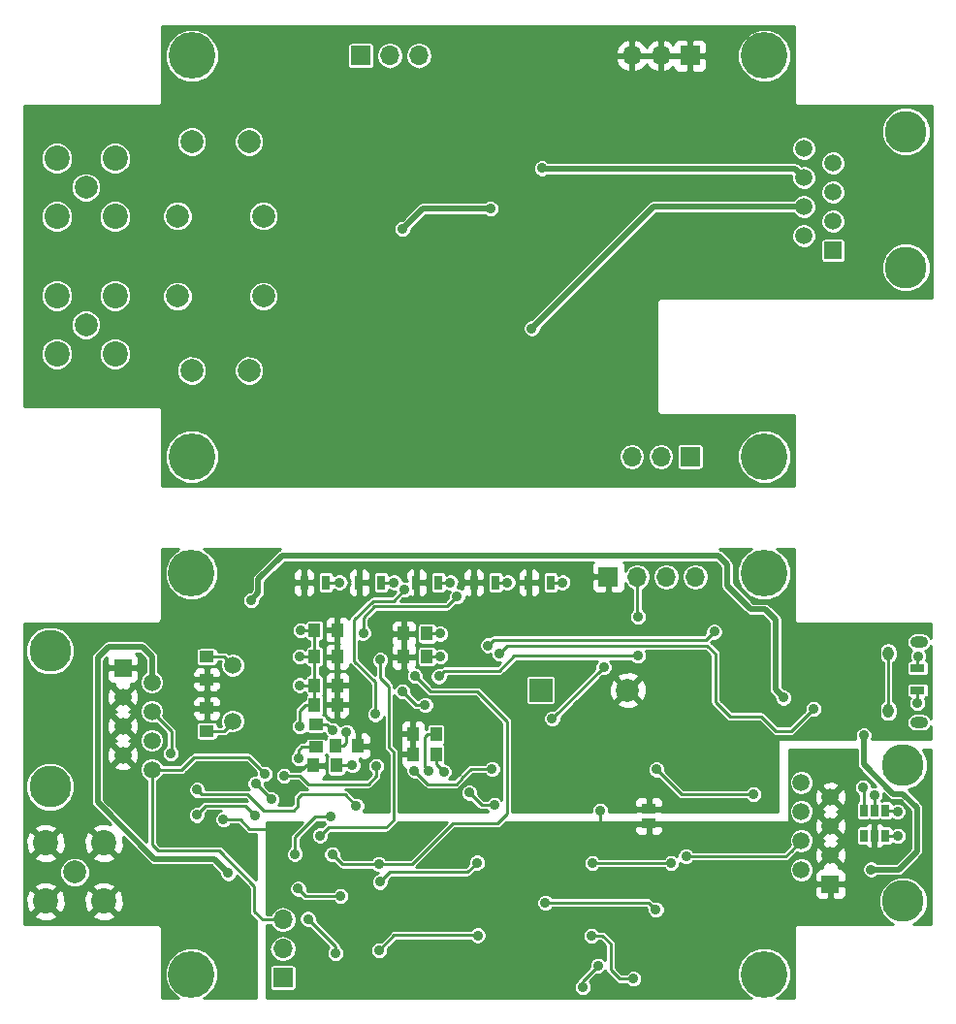
<source format=gbl>
G04 #@! TF.FileFunction,Copper,L2,Bot,Signal*
%FSLAX46Y46*%
G04 Gerber Fmt 4.6, Leading zero omitted, Abs format (unit mm)*
G04 Created by KiCad (PCBNEW 4.0.7) date Wed Feb 14 18:29:33 2018*
%MOMM*%
%LPD*%
G01*
G04 APERTURE LIST*
%ADD10C,0.100000*%
%ADD11C,4.064000*%
%ADD12C,2.000000*%
%ADD13C,2.200000*%
%ADD14R,1.700000X1.700000*%
%ADD15O,1.700000X1.700000*%
%ADD16C,3.650000*%
%ADD17R,1.500000X1.500000*%
%ADD18C,1.500000*%
%ADD19R,2.000000X2.000000*%
%ADD20R,1.000000X1.250000*%
%ADD21R,1.250000X1.000000*%
%ADD22R,1.270000X0.970000*%
%ADD23R,1.300000X0.700000*%
%ADD24R,0.700000X1.300000*%
%ADD25R,0.650000X1.060000*%
%ADD26O,0.950000X1.250000*%
%ADD27O,1.550000X1.000000*%
%ADD28C,0.900000*%
%ADD29C,0.250000*%
%ADD30C,0.500000*%
%ADD31C,0.254000*%
G04 APERTURE END LIST*
D10*
D11*
X89809000Y-56642000D03*
X89809000Y-21642000D03*
X39809000Y-56642000D03*
D12*
X46059000Y-42642000D03*
X38559000Y-42642000D03*
X46059000Y-35642000D03*
X38559000Y-35642000D03*
D13*
X28019000Y-47682000D03*
X28019000Y-42602000D03*
X33099000Y-42602000D03*
X33099000Y-47682000D03*
D12*
X30559000Y-45142000D03*
D13*
X28019000Y-35682000D03*
X28019000Y-30602000D03*
X33099000Y-30602000D03*
X33099000Y-35682000D03*
D12*
X30559000Y-33142000D03*
D14*
X83309000Y-21642000D03*
D15*
X80769000Y-21642000D03*
X78229000Y-21642000D03*
D14*
X83309000Y-56642000D03*
D15*
X80769000Y-56642000D03*
X78229000Y-56642000D03*
D16*
X102159000Y-28262000D03*
X102159000Y-40132000D03*
D17*
X95809000Y-38642000D03*
D18*
X93269000Y-37372000D03*
X95809000Y-36102000D03*
X93269000Y-34832000D03*
X95809000Y-33562000D03*
X93269000Y-32292000D03*
X95809000Y-31022000D03*
X93269000Y-29752000D03*
D14*
X54559000Y-21642000D03*
D15*
X57099000Y-21642000D03*
X59639000Y-21642000D03*
D12*
X39809000Y-49142000D03*
X44809000Y-49142000D03*
X39809000Y-29142000D03*
X44809000Y-29142000D03*
D11*
X39809000Y-21642000D03*
X89778000Y-101838500D03*
X39778000Y-101838500D03*
X89778000Y-66838500D03*
D19*
X70278000Y-77038500D03*
D12*
X77878000Y-77038500D03*
D20*
X50528000Y-74113500D03*
X52528000Y-74113500D03*
X50528000Y-71813500D03*
X52528000Y-71813500D03*
X60328000Y-72113500D03*
X58328000Y-72113500D03*
X50528000Y-78313500D03*
X52528000Y-78313500D03*
X50528000Y-76613500D03*
X52528000Y-76613500D03*
X52428000Y-83613500D03*
X50428000Y-83613500D03*
X61128000Y-82638500D03*
X59128000Y-82638500D03*
X52328000Y-81913500D03*
X54328000Y-81913500D03*
X61128000Y-80863500D03*
X59128000Y-80863500D03*
X60328000Y-74113500D03*
X58328000Y-74113500D03*
D21*
X41128000Y-74113500D03*
X41128000Y-76113500D03*
X41128000Y-80613500D03*
X41128000Y-78613500D03*
X50628000Y-82013500D03*
X50628000Y-80013500D03*
D16*
X27428000Y-85468500D03*
X27428000Y-73598500D03*
D17*
X33778000Y-75088500D03*
D18*
X36318000Y-76358500D03*
X33778000Y-77628500D03*
X36318000Y-78898500D03*
X33778000Y-80168500D03*
X36318000Y-81438500D03*
X33778000Y-82708500D03*
X36318000Y-83978500D03*
D14*
X76178000Y-67138500D03*
D15*
X78718000Y-67138500D03*
X81258000Y-67138500D03*
X83798000Y-67138500D03*
D22*
X79728000Y-87398500D03*
X79728000Y-88678500D03*
D23*
X103178000Y-75138500D03*
X103178000Y-77038500D03*
D24*
X61328000Y-67638500D03*
X59428000Y-67638500D03*
X66328000Y-67638500D03*
X64428000Y-67638500D03*
X71128000Y-67638500D03*
X69228000Y-67638500D03*
X56328000Y-67638500D03*
X54428000Y-67638500D03*
X51528000Y-67638500D03*
X49628000Y-67638500D03*
D18*
X43378000Y-74863500D03*
X43378000Y-79743500D03*
D11*
X39778000Y-66838500D03*
D25*
X100378000Y-89738500D03*
X99428000Y-89738500D03*
X98478000Y-89738500D03*
X98478000Y-87538500D03*
X100378000Y-87538500D03*
X99428000Y-87538500D03*
D16*
X101917500Y-83600000D03*
X101917500Y-95470000D03*
D17*
X95567500Y-93980000D03*
D18*
X93027500Y-92710000D03*
X95567500Y-91440000D03*
X93027500Y-90170000D03*
X95567500Y-88900000D03*
X93027500Y-87630000D03*
X95567500Y-86360000D03*
X93027500Y-85090000D03*
D26*
X100628000Y-78838500D03*
X100628000Y-73838500D03*
D27*
X103328000Y-79838500D03*
X103328000Y-72838500D03*
D13*
X27038000Y-95478500D03*
X27038000Y-90398500D03*
X32118000Y-90398500D03*
X32118000Y-95478500D03*
D12*
X29578000Y-92938500D03*
D14*
X47758000Y-102158500D03*
D15*
X47758000Y-99618500D03*
X47758000Y-97078500D03*
D28*
X30268000Y-82708500D03*
X30268000Y-80168500D03*
X30248000Y-77628500D03*
X30208000Y-75088500D03*
X73078000Y-76288500D03*
X74528000Y-77838500D03*
X48178000Y-86688500D03*
X40578000Y-83888500D03*
X39828000Y-82038500D03*
X42378000Y-77338500D03*
X96128000Y-79838500D03*
X95078000Y-72438500D03*
X102028000Y-74038500D03*
X65978000Y-71138500D03*
X45678000Y-75438500D03*
X89278000Y-80838500D03*
X47978000Y-67638500D03*
X53828000Y-83613500D03*
X61803000Y-84163500D03*
X49328000Y-71813500D03*
X49228000Y-74113500D03*
X61528000Y-72113500D03*
X49228000Y-76613500D03*
X49228000Y-80213500D03*
X66228000Y-87063500D03*
X64028000Y-85988500D03*
X60309000Y-32202000D03*
X64629000Y-44202000D03*
X79309000Y-28142000D03*
X52309000Y-48892000D03*
X52309000Y-36892000D03*
X49559000Y-36892000D03*
X49559000Y-48892000D03*
X43003000Y-93013500D03*
X44978000Y-69188500D03*
X91478000Y-77688500D03*
X98478000Y-80988500D03*
X103178000Y-78188500D03*
X99128000Y-92688500D03*
X42578000Y-88338500D03*
X75458000Y-87588500D03*
X58478000Y-97388500D03*
X56228000Y-97388500D03*
X47278000Y-93438500D03*
X67478000Y-100588500D03*
X56178000Y-95438500D03*
X58778000Y-94638500D03*
X58878000Y-100988500D03*
X56228000Y-100938500D03*
X58778000Y-90838500D03*
X64778000Y-100988500D03*
X67478000Y-97183500D03*
X64778000Y-94638500D03*
X67478000Y-94238500D03*
X67028000Y-90833500D03*
X74678000Y-99788500D03*
X74728000Y-97238500D03*
X77628000Y-101038500D03*
X77628000Y-97238500D03*
X77578000Y-90788500D03*
X77578000Y-94638500D03*
X74728000Y-93388500D03*
X74728000Y-90838500D03*
X83228000Y-95588500D03*
X91628000Y-95588500D03*
X52128000Y-80513500D03*
X51978000Y-88088500D03*
X48828000Y-91338500D03*
X52358000Y-100008500D03*
X49948000Y-97008500D03*
X53328000Y-80713500D03*
X60503000Y-84088500D03*
X61528000Y-74113500D03*
X52798000Y-95028500D03*
X49098000Y-94378500D03*
X73928000Y-102988500D03*
X75278000Y-101088500D03*
X99428000Y-86188500D03*
X49128000Y-83013500D03*
X80328000Y-96188500D03*
X70678000Y-95588500D03*
X46778000Y-86588500D03*
X45378000Y-85188500D03*
X59278000Y-75788500D03*
X56128000Y-92238500D03*
X52078000Y-91388500D03*
X65678000Y-73138500D03*
X85428000Y-71938500D03*
X103228000Y-74088500D03*
X94078000Y-78688500D03*
X66678000Y-73838500D03*
X51028000Y-89738500D03*
X56278000Y-74388500D03*
X57478000Y-67638500D03*
X58378000Y-68288500D03*
X55828000Y-79138500D03*
X62378000Y-67638500D03*
X60178000Y-78338500D03*
X58178000Y-77138500D03*
X54778000Y-72038500D03*
X62978000Y-68838500D03*
X67378000Y-67638500D03*
X75778000Y-75038500D03*
X71278000Y-79538500D03*
X72178000Y-67638500D03*
X52678000Y-67638500D03*
X45328000Y-87988500D03*
X37978000Y-82588500D03*
X40228000Y-87938500D03*
X40278000Y-85738500D03*
X54178000Y-87138500D03*
X46178000Y-84338500D03*
X78778000Y-70638500D03*
X78778000Y-74038500D03*
X61378000Y-75838500D03*
X74778000Y-92138500D03*
X81678000Y-92138500D03*
X74728000Y-98488500D03*
X78378000Y-102238500D03*
X64728000Y-92103500D03*
X56228000Y-93788500D03*
X64778000Y-98453500D03*
X56178000Y-99738500D03*
X101478000Y-89788500D03*
X82978000Y-91538500D03*
X101428000Y-87638500D03*
X47853000Y-84513500D03*
X55928000Y-83688500D03*
X80403000Y-83963500D03*
X88853000Y-86138500D03*
X59253000Y-84063500D03*
X66028000Y-83938500D03*
X98428000Y-85538500D03*
X65919000Y-35012000D03*
X58209000Y-36782000D03*
X69499000Y-45452000D03*
X70389000Y-31472000D03*
D29*
X77878000Y-77038500D02*
X76328000Y-78588500D01*
X75278000Y-78588500D02*
X74528000Y-77838500D01*
X76328000Y-78588500D02*
X75278000Y-78588500D01*
X47203000Y-82388500D02*
X47203000Y-83713500D01*
X47028000Y-85538500D02*
X48178000Y-86688500D01*
X47028000Y-83888500D02*
X47028000Y-85538500D01*
X47203000Y-83713500D02*
X47028000Y-83888500D01*
X41128000Y-77338500D02*
X39578000Y-77338500D01*
X39228000Y-81438500D02*
X39828000Y-82038500D01*
X39228000Y-77688500D02*
X39228000Y-81438500D01*
X39578000Y-77338500D02*
X39228000Y-77688500D01*
X47203000Y-82413500D02*
X47203000Y-82388500D01*
X47203000Y-82388500D02*
X47203000Y-81413500D01*
X42378000Y-77338500D02*
X41128000Y-77338500D01*
X43128000Y-77338500D02*
X42378000Y-77338500D01*
X47203000Y-81413500D02*
X43128000Y-77338500D01*
X50428000Y-83613500D02*
X49803000Y-83613500D01*
X48728000Y-83938500D02*
X47203000Y-82413500D01*
X47203000Y-82413500D02*
X47178000Y-82388500D01*
X49478000Y-83938500D02*
X48728000Y-83938500D01*
X49803000Y-83613500D02*
X49478000Y-83938500D01*
X50428000Y-83613500D02*
X50053000Y-83613500D01*
X52478000Y-72938500D02*
X51478000Y-72938500D01*
X52528000Y-72988500D02*
X52478000Y-72938500D01*
X52528000Y-74113500D02*
X52528000Y-72988500D01*
X52578000Y-75338500D02*
X53578000Y-75338500D01*
X52528000Y-75388500D02*
X52578000Y-75338500D01*
X52528000Y-76613500D02*
X52528000Y-75388500D01*
X52478000Y-75338500D02*
X51578000Y-75338500D01*
X52528000Y-75388500D02*
X52478000Y-75338500D01*
X41128000Y-76113500D02*
X41128000Y-77338500D01*
X41128000Y-77338500D02*
X41128000Y-78613500D01*
X53828000Y-83613500D02*
X52428000Y-83613500D01*
X61128000Y-83488500D02*
X61128000Y-82638500D01*
X61803000Y-84163500D02*
X61128000Y-83488500D01*
X50528000Y-74113500D02*
X50528000Y-71813500D01*
X50528000Y-76613500D02*
X50528000Y-74113500D01*
X50528000Y-78313500D02*
X50528000Y-76613500D01*
X49328000Y-71813500D02*
X50528000Y-71813500D01*
X49228000Y-74113500D02*
X50528000Y-74113500D01*
X61528000Y-72113500D02*
X60328000Y-72113500D01*
X49228000Y-76613500D02*
X50528000Y-76613500D01*
X49728000Y-78313500D02*
X50528000Y-78313500D01*
X49228000Y-78813500D02*
X49728000Y-78313500D01*
X49228000Y-80213500D02*
X49228000Y-78813500D01*
X65103000Y-87063500D02*
X66228000Y-87063500D01*
X64028000Y-85988500D02*
X65103000Y-87063500D01*
D30*
X60309000Y-32202000D02*
X60299000Y-32202000D01*
X64629000Y-44202000D02*
X64569000Y-44202000D01*
X36318000Y-74103500D02*
X36318000Y-76358500D01*
X35478000Y-73263500D02*
X36318000Y-74103500D01*
X32528000Y-73263500D02*
X35478000Y-73263500D01*
X31578000Y-74213500D02*
X32528000Y-73263500D01*
X31578000Y-86838500D02*
X31578000Y-74213500D01*
X36503000Y-91763500D02*
X31578000Y-86838500D01*
X41753000Y-91763500D02*
X36503000Y-91763500D01*
X43003000Y-93013500D02*
X41753000Y-91763500D01*
X90778000Y-70888500D02*
X90778000Y-76988500D01*
X89878000Y-69988500D02*
X90778000Y-70888500D01*
X88628000Y-69988500D02*
X89878000Y-69988500D01*
X86578000Y-67938500D02*
X88628000Y-69988500D01*
X86578000Y-66088500D02*
X86578000Y-67938500D01*
X85778000Y-65288500D02*
X86578000Y-66088500D01*
X47678000Y-65288500D02*
X85778000Y-65288500D01*
X45628000Y-67338500D02*
X47678000Y-65288500D01*
X45628000Y-68538500D02*
X45628000Y-67338500D01*
X44978000Y-69188500D02*
X45628000Y-68538500D01*
X90778000Y-76988500D02*
X91478000Y-77688500D01*
X98478000Y-83538500D02*
X98478000Y-80988500D01*
X101028000Y-86088500D02*
X98478000Y-83538500D01*
X101928000Y-86088500D02*
X101028000Y-86088500D01*
X103128000Y-87288500D02*
X101928000Y-86088500D01*
X103128000Y-91088500D02*
X103128000Y-87288500D01*
X101528000Y-92688500D02*
X103128000Y-91088500D01*
X99128000Y-92688500D02*
X101528000Y-92688500D01*
D29*
X103178000Y-78188500D02*
X103178000Y-77038500D01*
X42578000Y-88338500D02*
X44028000Y-88338500D01*
X47278000Y-89638500D02*
X47278000Y-93438500D01*
X46788000Y-89148500D02*
X47278000Y-89638500D01*
X44838000Y-89148500D02*
X46788000Y-89148500D01*
X44028000Y-88338500D02*
X44838000Y-89148500D01*
X75478000Y-88678500D02*
X79728000Y-88678500D01*
X75458000Y-88698500D02*
X75478000Y-88678500D01*
X75458000Y-87588500D02*
X75458000Y-88698500D01*
X58478000Y-97388500D02*
X58528000Y-97388500D01*
X47278000Y-93038500D02*
X47278000Y-93438500D01*
X67478000Y-97183500D02*
X67478000Y-97188500D01*
X67028000Y-90833500D02*
X67028000Y-90838500D01*
X77628000Y-97238500D02*
X77628000Y-97288500D01*
X51628000Y-80013500D02*
X50628000Y-80013500D01*
X52128000Y-80513500D02*
X51628000Y-80013500D01*
X48828000Y-89838500D02*
X50578000Y-88088500D01*
X50578000Y-88088500D02*
X51978000Y-88088500D01*
X48828000Y-91338500D02*
X48828000Y-89838500D01*
X52358000Y-99418500D02*
X52358000Y-100008500D01*
X49948000Y-97008500D02*
X52358000Y-99418500D01*
X53028000Y-81913500D02*
X52328000Y-81913500D01*
X53328000Y-81613500D02*
X53028000Y-81913500D01*
X53328000Y-81513500D02*
X53328000Y-81613500D01*
X53328000Y-80713500D02*
X53328000Y-81513500D01*
X60378000Y-80863500D02*
X61128000Y-80863500D01*
X60128000Y-81113500D02*
X60378000Y-80863500D01*
X60128000Y-83713500D02*
X60128000Y-81113500D01*
X60503000Y-84088500D02*
X60128000Y-83713500D01*
X61528000Y-74113500D02*
X60328000Y-74113500D01*
X43378000Y-74863500D02*
X42628000Y-74113500D01*
X42628000Y-74113500D02*
X41128000Y-74113500D01*
X43378000Y-79743500D02*
X43378000Y-79863500D01*
X43378000Y-79863500D02*
X42628000Y-80613500D01*
X42628000Y-80613500D02*
X41128000Y-80613500D01*
X49748000Y-95028500D02*
X52798000Y-95028500D01*
X49098000Y-94378500D02*
X49748000Y-95028500D01*
X73928000Y-102438500D02*
X73928000Y-102988500D01*
X75278000Y-101088500D02*
X73928000Y-102438500D01*
X99428000Y-87538500D02*
X99428000Y-86188500D01*
X49428000Y-82013500D02*
X50628000Y-82013500D01*
X49128000Y-82313500D02*
X49428000Y-82013500D01*
X49128000Y-83013500D02*
X49128000Y-82313500D01*
X80278000Y-96188500D02*
X80328000Y-96188500D01*
X79678000Y-95588500D02*
X80278000Y-96188500D01*
X70678000Y-95588500D02*
X79678000Y-95588500D01*
X45378000Y-85188500D02*
X46778000Y-86588500D01*
X67328000Y-83438500D02*
X67328000Y-87838500D01*
X59278000Y-75788500D02*
X60628000Y-77138500D01*
X60628000Y-77138500D02*
X64728000Y-77138500D01*
X64728000Y-77138500D02*
X67328000Y-79738500D01*
X67328000Y-79738500D02*
X67328000Y-83438500D01*
X59028000Y-92238500D02*
X56128000Y-92238500D01*
X62628000Y-88638500D02*
X59028000Y-92238500D01*
X66528000Y-88638500D02*
X62628000Y-88638500D01*
X67328000Y-87838500D02*
X66528000Y-88638500D01*
X56128000Y-92238500D02*
X52928000Y-92238500D01*
X52928000Y-92238500D02*
X52078000Y-91388500D01*
X66178000Y-72638500D02*
X84728000Y-72638500D01*
X65678000Y-73138500D02*
X66178000Y-72638500D01*
X84728000Y-72638500D02*
X85428000Y-71938500D01*
X103178000Y-74138500D02*
X103178000Y-75138500D01*
X103228000Y-74088500D02*
X103178000Y-74138500D01*
X83978000Y-73138500D02*
X84828000Y-73138500D01*
X83978000Y-73138500D02*
X67378000Y-73138500D01*
X66678000Y-73838500D02*
X67378000Y-73138500D01*
X92178000Y-80588500D02*
X94078000Y-78688500D01*
X90778000Y-80588500D02*
X92178000Y-80588500D01*
X89528000Y-79338500D02*
X90778000Y-80588500D01*
X86778000Y-79338500D02*
X89528000Y-79338500D01*
X85528000Y-78088500D02*
X86778000Y-79338500D01*
X85528000Y-73838500D02*
X85528000Y-78088500D01*
X84828000Y-73138500D02*
X85528000Y-73838500D01*
X56278000Y-75938500D02*
X57028000Y-76688500D01*
X57028000Y-76688500D02*
X57028000Y-82038500D01*
X57028000Y-82038500D02*
X57428000Y-82438500D01*
X57428000Y-82438500D02*
X57428000Y-88388500D01*
X57428000Y-88388500D02*
X56778000Y-89038500D01*
X56778000Y-89038500D02*
X51728000Y-89038500D01*
X51728000Y-89038500D02*
X51028000Y-89738500D01*
X56278000Y-74388500D02*
X56278000Y-75938500D01*
X57478000Y-67638500D02*
X56328000Y-67638500D01*
X53978000Y-72888500D02*
X53978000Y-74488500D01*
X58378000Y-68288500D02*
X57428000Y-69238500D01*
X57428000Y-69238500D02*
X55641602Y-69238500D01*
X55641602Y-69238500D02*
X53978000Y-70902102D01*
X53978000Y-70902102D02*
X53978000Y-72888500D01*
X55828000Y-76338500D02*
X55828000Y-79138500D01*
X53978000Y-74488500D02*
X55828000Y-76338500D01*
X62378000Y-67638500D02*
X61328000Y-67638500D01*
X59378000Y-78338500D02*
X60178000Y-78338500D01*
X58178000Y-77138500D02*
X59378000Y-78338500D01*
X54778000Y-70738500D02*
X54778000Y-72038500D01*
X55778000Y-69738500D02*
X54778000Y-70738500D01*
X62078000Y-69738500D02*
X55778000Y-69738500D01*
X62978000Y-68838500D02*
X62078000Y-69738500D01*
X67378000Y-67638500D02*
X66328000Y-67638500D01*
X71278000Y-79538500D02*
X75778000Y-75038500D01*
X72178000Y-67638500D02*
X71128000Y-67638500D01*
X52678000Y-67638500D02*
X51528000Y-67638500D01*
X45328000Y-87988500D02*
X44478000Y-87138500D01*
X37978000Y-82588500D02*
X38028000Y-82538500D01*
X38028000Y-82538500D02*
X38028000Y-80608500D01*
X36318000Y-78898500D02*
X38028000Y-80608500D01*
X41028000Y-87138500D02*
X40228000Y-87938500D01*
X44478000Y-87138500D02*
X41028000Y-87138500D01*
X49378000Y-86138500D02*
X53178000Y-86138500D01*
X49078000Y-86438500D02*
X49078000Y-87138500D01*
X49078000Y-87138500D02*
X48678000Y-87538500D01*
X48678000Y-87538500D02*
X46078000Y-87538500D01*
X46078000Y-87538500D02*
X44678000Y-86138500D01*
X44678000Y-86138500D02*
X40678000Y-86138500D01*
X40678000Y-86138500D02*
X40278000Y-85738500D01*
X49378000Y-86138500D02*
X49078000Y-86438500D01*
X53178000Y-86138500D02*
X54178000Y-87138500D01*
X36318000Y-83978500D02*
X36318000Y-90548500D01*
X45988000Y-97078500D02*
X47758000Y-97078500D01*
X45258000Y-96348500D02*
X45988000Y-97078500D01*
X45258000Y-94128500D02*
X45258000Y-96348500D01*
X42188000Y-91058500D02*
X45258000Y-94128500D01*
X36828000Y-91058500D02*
X42188000Y-91058500D01*
X36318000Y-90548500D02*
X36828000Y-91058500D01*
X38938000Y-83978500D02*
X40028000Y-82888500D01*
X40028000Y-82888500D02*
X44753000Y-82888500D01*
X38938000Y-83978500D02*
X36318000Y-83978500D01*
X44728000Y-82888500D02*
X44753000Y-82888500D01*
X46178000Y-84338500D02*
X44728000Y-82888500D01*
X78718000Y-70578500D02*
X78718000Y-67138500D01*
X78778000Y-70638500D02*
X78718000Y-70578500D01*
X67978000Y-74038500D02*
X78778000Y-74038500D01*
X66678000Y-75338500D02*
X67978000Y-74038500D01*
X61878000Y-75338500D02*
X66678000Y-75338500D01*
X61378000Y-75838500D02*
X61878000Y-75338500D01*
X81678000Y-92138500D02*
X74778000Y-92138500D01*
X75678000Y-98488500D02*
X74728000Y-98488500D01*
X76378000Y-99188500D02*
X75678000Y-98488500D01*
X76378000Y-101488500D02*
X76378000Y-99188500D01*
X77128000Y-102238500D02*
X76378000Y-101488500D01*
X78378000Y-102238500D02*
X77128000Y-102238500D01*
X57078000Y-92938500D02*
X56228000Y-93788500D01*
X63893000Y-92938500D02*
X57078000Y-92938500D01*
X63893000Y-92938500D02*
X64728000Y-92103500D01*
X57478000Y-98438500D02*
X56178000Y-99738500D01*
X64763000Y-98438500D02*
X57478000Y-98438500D01*
X64763000Y-98438500D02*
X64778000Y-98453500D01*
X101428000Y-89738500D02*
X100378000Y-89738500D01*
X101478000Y-89788500D02*
X101428000Y-89738500D01*
X91678000Y-91538500D02*
X82978000Y-91538500D01*
X92128000Y-91088500D02*
X91678000Y-91538500D01*
X93038000Y-90178500D02*
X92128000Y-91088500D01*
X101328000Y-87538500D02*
X100378000Y-87538500D01*
X101428000Y-87638500D02*
X101328000Y-87538500D01*
X100628000Y-78838500D02*
X100628000Y-73838500D01*
X47853000Y-84513500D02*
X49228000Y-84513500D01*
X49228000Y-84513500D02*
X49953000Y-85238500D01*
X49953000Y-85238500D02*
X55228000Y-85238500D01*
X55228000Y-85238500D02*
X55928000Y-84538500D01*
X55928000Y-84538500D02*
X55928000Y-83688500D01*
X62903000Y-85238500D02*
X63403000Y-84738500D01*
X80403000Y-83963500D02*
X82578000Y-86138500D01*
X82578000Y-86138500D02*
X88853000Y-86138500D01*
X60428000Y-85238500D02*
X59253000Y-84063500D01*
X62903000Y-85238500D02*
X60428000Y-85238500D01*
X63403000Y-84713500D02*
X63403000Y-84738500D01*
X64178000Y-83938500D02*
X63403000Y-84713500D01*
X64728000Y-83938500D02*
X64178000Y-83938500D01*
X66028000Y-83938500D02*
X64728000Y-83938500D01*
X98478000Y-85588500D02*
X98478000Y-87538500D01*
X98428000Y-85538500D02*
X98478000Y-85588500D01*
D30*
X59979000Y-35012000D02*
X65919000Y-35012000D01*
X58209000Y-36782000D02*
X59979000Y-35012000D01*
X80119000Y-34832000D02*
X93269000Y-34832000D01*
X69499000Y-45452000D02*
X80119000Y-34832000D01*
X92479000Y-31502000D02*
X93269000Y-32292000D01*
X70419000Y-31502000D02*
X92479000Y-31502000D01*
X70389000Y-31472000D02*
X70419000Y-31502000D01*
D31*
G36*
X92407000Y-25642000D02*
X92437600Y-25795839D01*
X92524743Y-25926257D01*
X92655161Y-26013400D01*
X92809000Y-26044000D01*
X104407000Y-26044000D01*
X104407000Y-42740000D01*
X80809000Y-42740000D01*
X80655161Y-42770600D01*
X80524743Y-42857743D01*
X80437600Y-42988161D01*
X80407000Y-43142000D01*
X80407000Y-52642000D01*
X80437600Y-52795839D01*
X80524743Y-52926257D01*
X80655161Y-53013400D01*
X80809000Y-53044000D01*
X92407000Y-53044000D01*
X92407000Y-59240000D01*
X37211000Y-59240000D01*
X37211000Y-57109176D01*
X37449591Y-57109176D01*
X37807971Y-57976521D01*
X38470989Y-58640697D01*
X39337707Y-59000590D01*
X40276176Y-59001409D01*
X41143521Y-58643029D01*
X41807697Y-57980011D01*
X42167590Y-57113293D01*
X42168021Y-56618941D01*
X77052000Y-56618941D01*
X77052000Y-56665059D01*
X77141594Y-57115477D01*
X77396735Y-57497324D01*
X77778582Y-57752465D01*
X78229000Y-57842059D01*
X78679418Y-57752465D01*
X79061265Y-57497324D01*
X79316406Y-57115477D01*
X79406000Y-56665059D01*
X79406000Y-56618941D01*
X79592000Y-56618941D01*
X79592000Y-56665059D01*
X79681594Y-57115477D01*
X79936735Y-57497324D01*
X80318582Y-57752465D01*
X80769000Y-57842059D01*
X81219418Y-57752465D01*
X81601265Y-57497324D01*
X81856406Y-57115477D01*
X81946000Y-56665059D01*
X81946000Y-56618941D01*
X81856406Y-56168523D01*
X81604823Y-55792000D01*
X82125594Y-55792000D01*
X82125594Y-57492000D01*
X82148395Y-57613179D01*
X82220012Y-57724474D01*
X82329286Y-57799138D01*
X82459000Y-57825406D01*
X84159000Y-57825406D01*
X84280179Y-57802605D01*
X84391474Y-57730988D01*
X84466138Y-57621714D01*
X84492406Y-57492000D01*
X84492406Y-57109176D01*
X87449591Y-57109176D01*
X87807971Y-57976521D01*
X88470989Y-58640697D01*
X89337707Y-59000590D01*
X90276176Y-59001409D01*
X91143521Y-58643029D01*
X91807697Y-57980011D01*
X92167590Y-57113293D01*
X92168409Y-56174824D01*
X91810029Y-55307479D01*
X91147011Y-54643303D01*
X90280293Y-54283410D01*
X89341824Y-54282591D01*
X88474479Y-54640971D01*
X87810303Y-55303989D01*
X87450410Y-56170707D01*
X87449591Y-57109176D01*
X84492406Y-57109176D01*
X84492406Y-55792000D01*
X84469605Y-55670821D01*
X84397988Y-55559526D01*
X84288714Y-55484862D01*
X84159000Y-55458594D01*
X82459000Y-55458594D01*
X82337821Y-55481395D01*
X82226526Y-55553012D01*
X82151862Y-55662286D01*
X82125594Y-55792000D01*
X81604823Y-55792000D01*
X81601265Y-55786676D01*
X81219418Y-55531535D01*
X80769000Y-55441941D01*
X80318582Y-55531535D01*
X79936735Y-55786676D01*
X79681594Y-56168523D01*
X79592000Y-56618941D01*
X79406000Y-56618941D01*
X79316406Y-56168523D01*
X79061265Y-55786676D01*
X78679418Y-55531535D01*
X78229000Y-55441941D01*
X77778582Y-55531535D01*
X77396735Y-55786676D01*
X77141594Y-56168523D01*
X77052000Y-56618941D01*
X42168021Y-56618941D01*
X42168409Y-56174824D01*
X41810029Y-55307479D01*
X41147011Y-54643303D01*
X40280293Y-54283410D01*
X39341824Y-54282591D01*
X38474479Y-54640971D01*
X37810303Y-55303989D01*
X37450410Y-56170707D01*
X37449591Y-57109176D01*
X37211000Y-57109176D01*
X37211000Y-52642000D01*
X37180400Y-52488161D01*
X37093257Y-52357743D01*
X36962839Y-52270600D01*
X36809000Y-52240000D01*
X25211000Y-52240000D01*
X25211000Y-49404798D01*
X38481771Y-49404798D01*
X38683369Y-49892703D01*
X39056334Y-50266319D01*
X39543885Y-50468769D01*
X40071798Y-50469229D01*
X40559703Y-50267631D01*
X40933319Y-49894666D01*
X41135769Y-49407115D01*
X41135771Y-49404798D01*
X43481771Y-49404798D01*
X43683369Y-49892703D01*
X44056334Y-50266319D01*
X44543885Y-50468769D01*
X45071798Y-50469229D01*
X45559703Y-50267631D01*
X45933319Y-49894666D01*
X46135769Y-49407115D01*
X46136229Y-48879202D01*
X45934631Y-48391297D01*
X45561666Y-48017681D01*
X45074115Y-47815231D01*
X44546202Y-47814771D01*
X44058297Y-48016369D01*
X43684681Y-48389334D01*
X43482231Y-48876885D01*
X43481771Y-49404798D01*
X41135771Y-49404798D01*
X41136229Y-48879202D01*
X40934631Y-48391297D01*
X40561666Y-48017681D01*
X40074115Y-47815231D01*
X39546202Y-47814771D01*
X39058297Y-48016369D01*
X38684681Y-48389334D01*
X38482231Y-48876885D01*
X38481771Y-49404798D01*
X25211000Y-49404798D01*
X25211000Y-47964603D01*
X26591752Y-47964603D01*
X26808543Y-48489275D01*
X27209614Y-48891047D01*
X27733907Y-49108752D01*
X28301603Y-49109248D01*
X28826275Y-48892457D01*
X29228047Y-48491386D01*
X29445752Y-47967093D01*
X29445754Y-47964603D01*
X31671752Y-47964603D01*
X31888543Y-48489275D01*
X32289614Y-48891047D01*
X32813907Y-49108752D01*
X33381603Y-49109248D01*
X33906275Y-48892457D01*
X34308047Y-48491386D01*
X34525752Y-47967093D01*
X34526248Y-47399397D01*
X34309457Y-46874725D01*
X33908386Y-46472953D01*
X33384093Y-46255248D01*
X32816397Y-46254752D01*
X32291725Y-46471543D01*
X31889953Y-46872614D01*
X31672248Y-47396907D01*
X31671752Y-47964603D01*
X29445754Y-47964603D01*
X29446248Y-47399397D01*
X29229457Y-46874725D01*
X28828386Y-46472953D01*
X28304093Y-46255248D01*
X27736397Y-46254752D01*
X27211725Y-46471543D01*
X26809953Y-46872614D01*
X26592248Y-47396907D01*
X26591752Y-47964603D01*
X25211000Y-47964603D01*
X25211000Y-45404798D01*
X29231771Y-45404798D01*
X29433369Y-45892703D01*
X29806334Y-46266319D01*
X30293885Y-46468769D01*
X30821798Y-46469229D01*
X31309703Y-46267631D01*
X31683319Y-45894666D01*
X31803235Y-45605877D01*
X68721866Y-45605877D01*
X68839908Y-45891560D01*
X69058290Y-46110324D01*
X69343767Y-46228865D01*
X69652877Y-46229134D01*
X69938560Y-46111092D01*
X70157324Y-45892710D01*
X70275865Y-45607233D01*
X70275966Y-45491036D01*
X75208821Y-40558181D01*
X100006627Y-40558181D01*
X100333560Y-41349417D01*
X100938398Y-41955313D01*
X101729063Y-42283625D01*
X102585181Y-42284373D01*
X103376417Y-41957440D01*
X103982313Y-41352602D01*
X104310625Y-40561937D01*
X104311373Y-39705819D01*
X103984440Y-38914583D01*
X103379602Y-38308687D01*
X102588937Y-37980375D01*
X101732819Y-37979627D01*
X100941583Y-38306560D01*
X100335687Y-38911398D01*
X100007375Y-39702063D01*
X100006627Y-40558181D01*
X75208821Y-40558181D01*
X78181713Y-37585289D01*
X92191813Y-37585289D01*
X92355431Y-37981275D01*
X92658132Y-38284504D01*
X93053832Y-38448813D01*
X93482289Y-38449187D01*
X93878275Y-38285569D01*
X94181504Y-37982868D01*
X94219235Y-37892000D01*
X94725594Y-37892000D01*
X94725594Y-39392000D01*
X94748395Y-39513179D01*
X94820012Y-39624474D01*
X94929286Y-39699138D01*
X95059000Y-39725406D01*
X96559000Y-39725406D01*
X96680179Y-39702605D01*
X96791474Y-39630988D01*
X96866138Y-39521714D01*
X96892406Y-39392000D01*
X96892406Y-37892000D01*
X96869605Y-37770821D01*
X96797988Y-37659526D01*
X96688714Y-37584862D01*
X96559000Y-37558594D01*
X95059000Y-37558594D01*
X94937821Y-37581395D01*
X94826526Y-37653012D01*
X94751862Y-37762286D01*
X94725594Y-37892000D01*
X94219235Y-37892000D01*
X94345813Y-37587168D01*
X94346187Y-37158711D01*
X94182569Y-36762725D01*
X93879868Y-36459496D01*
X93532579Y-36315289D01*
X94731813Y-36315289D01*
X94895431Y-36711275D01*
X95198132Y-37014504D01*
X95593832Y-37178813D01*
X96022289Y-37179187D01*
X96418275Y-37015569D01*
X96721504Y-36712868D01*
X96885813Y-36317168D01*
X96886187Y-35888711D01*
X96722569Y-35492725D01*
X96419868Y-35189496D01*
X96024168Y-35025187D01*
X95595711Y-35024813D01*
X95199725Y-35188431D01*
X94896496Y-35491132D01*
X94732187Y-35886832D01*
X94731813Y-36315289D01*
X93532579Y-36315289D01*
X93484168Y-36295187D01*
X93055711Y-36294813D01*
X92659725Y-36458431D01*
X92356496Y-36761132D01*
X92192187Y-37156832D01*
X92191813Y-37585289D01*
X78181713Y-37585289D01*
X80358002Y-35409000D01*
X92342095Y-35409000D01*
X92355431Y-35441275D01*
X92658132Y-35744504D01*
X93053832Y-35908813D01*
X93482289Y-35909187D01*
X93878275Y-35745569D01*
X94181504Y-35442868D01*
X94345813Y-35047168D01*
X94346187Y-34618711D01*
X94182569Y-34222725D01*
X93879868Y-33919496D01*
X93532579Y-33775289D01*
X94731813Y-33775289D01*
X94895431Y-34171275D01*
X95198132Y-34474504D01*
X95593832Y-34638813D01*
X96022289Y-34639187D01*
X96418275Y-34475569D01*
X96721504Y-34172868D01*
X96885813Y-33777168D01*
X96886187Y-33348711D01*
X96722569Y-32952725D01*
X96419868Y-32649496D01*
X96024168Y-32485187D01*
X95595711Y-32484813D01*
X95199725Y-32648431D01*
X94896496Y-32951132D01*
X94732187Y-33346832D01*
X94731813Y-33775289D01*
X93532579Y-33775289D01*
X93484168Y-33755187D01*
X93055711Y-33754813D01*
X92659725Y-33918431D01*
X92356496Y-34221132D01*
X92342433Y-34255000D01*
X80119005Y-34255000D01*
X80119000Y-34254999D01*
X79898192Y-34298922D01*
X79710999Y-34423999D01*
X69460032Y-44674966D01*
X69345123Y-44674866D01*
X69059440Y-44792908D01*
X68840676Y-45011290D01*
X68722135Y-45296767D01*
X68721866Y-45605877D01*
X31803235Y-45605877D01*
X31885769Y-45407115D01*
X31886229Y-44879202D01*
X31684631Y-44391297D01*
X31311666Y-44017681D01*
X30824115Y-43815231D01*
X30296202Y-43814771D01*
X29808297Y-44016369D01*
X29434681Y-44389334D01*
X29232231Y-44876885D01*
X29231771Y-45404798D01*
X25211000Y-45404798D01*
X25211000Y-42884603D01*
X26591752Y-42884603D01*
X26808543Y-43409275D01*
X27209614Y-43811047D01*
X27733907Y-44028752D01*
X28301603Y-44029248D01*
X28826275Y-43812457D01*
X29228047Y-43411386D01*
X29445752Y-42887093D01*
X29445754Y-42884603D01*
X31671752Y-42884603D01*
X31888543Y-43409275D01*
X32289614Y-43811047D01*
X32813907Y-44028752D01*
X33381603Y-44029248D01*
X33906275Y-43812457D01*
X34308047Y-43411386D01*
X34518400Y-42904798D01*
X37231771Y-42904798D01*
X37433369Y-43392703D01*
X37806334Y-43766319D01*
X38293885Y-43968769D01*
X38821798Y-43969229D01*
X39309703Y-43767631D01*
X39683319Y-43394666D01*
X39885769Y-42907115D01*
X39885771Y-42904798D01*
X44731771Y-42904798D01*
X44933369Y-43392703D01*
X45306334Y-43766319D01*
X45793885Y-43968769D01*
X46321798Y-43969229D01*
X46809703Y-43767631D01*
X47183319Y-43394666D01*
X47385769Y-42907115D01*
X47386229Y-42379202D01*
X47184631Y-41891297D01*
X46811666Y-41517681D01*
X46324115Y-41315231D01*
X45796202Y-41314771D01*
X45308297Y-41516369D01*
X44934681Y-41889334D01*
X44732231Y-42376885D01*
X44731771Y-42904798D01*
X39885771Y-42904798D01*
X39886229Y-42379202D01*
X39684631Y-41891297D01*
X39311666Y-41517681D01*
X38824115Y-41315231D01*
X38296202Y-41314771D01*
X37808297Y-41516369D01*
X37434681Y-41889334D01*
X37232231Y-42376885D01*
X37231771Y-42904798D01*
X34518400Y-42904798D01*
X34525752Y-42887093D01*
X34526248Y-42319397D01*
X34309457Y-41794725D01*
X33908386Y-41392953D01*
X33384093Y-41175248D01*
X32816397Y-41174752D01*
X32291725Y-41391543D01*
X31889953Y-41792614D01*
X31672248Y-42316907D01*
X31671752Y-42884603D01*
X29445754Y-42884603D01*
X29446248Y-42319397D01*
X29229457Y-41794725D01*
X28828386Y-41392953D01*
X28304093Y-41175248D01*
X27736397Y-41174752D01*
X27211725Y-41391543D01*
X26809953Y-41792614D01*
X26592248Y-42316907D01*
X26591752Y-42884603D01*
X25211000Y-42884603D01*
X25211000Y-35964603D01*
X26591752Y-35964603D01*
X26808543Y-36489275D01*
X27209614Y-36891047D01*
X27733907Y-37108752D01*
X28301603Y-37109248D01*
X28826275Y-36892457D01*
X29228047Y-36491386D01*
X29445752Y-35967093D01*
X29445754Y-35964603D01*
X31671752Y-35964603D01*
X31888543Y-36489275D01*
X32289614Y-36891047D01*
X32813907Y-37108752D01*
X33381603Y-37109248D01*
X33906275Y-36892457D01*
X34308047Y-36491386D01*
X34525752Y-35967093D01*
X34525806Y-35904798D01*
X37231771Y-35904798D01*
X37433369Y-36392703D01*
X37806334Y-36766319D01*
X38293885Y-36968769D01*
X38821798Y-36969229D01*
X39309703Y-36767631D01*
X39683319Y-36394666D01*
X39885769Y-35907115D01*
X39885771Y-35904798D01*
X44731771Y-35904798D01*
X44933369Y-36392703D01*
X45306334Y-36766319D01*
X45793885Y-36968769D01*
X46321798Y-36969229D01*
X46402516Y-36935877D01*
X57431866Y-36935877D01*
X57549908Y-37221560D01*
X57768290Y-37440324D01*
X58053767Y-37558865D01*
X58362877Y-37559134D01*
X58648560Y-37441092D01*
X58867324Y-37222710D01*
X58985865Y-36937233D01*
X58985966Y-36821036D01*
X60218002Y-35589000D01*
X65397108Y-35589000D01*
X65478290Y-35670324D01*
X65763767Y-35788865D01*
X66072877Y-35789134D01*
X66358560Y-35671092D01*
X66577324Y-35452710D01*
X66695865Y-35167233D01*
X66696134Y-34858123D01*
X66578092Y-34572440D01*
X66359710Y-34353676D01*
X66074233Y-34235135D01*
X65765123Y-34234866D01*
X65479440Y-34352908D01*
X65397204Y-34435000D01*
X59979005Y-34435000D01*
X59979000Y-34434999D01*
X59758192Y-34478922D01*
X59570999Y-34603999D01*
X58170032Y-36004966D01*
X58055123Y-36004866D01*
X57769440Y-36122908D01*
X57550676Y-36341290D01*
X57432135Y-36626767D01*
X57431866Y-36935877D01*
X46402516Y-36935877D01*
X46809703Y-36767631D01*
X47183319Y-36394666D01*
X47385769Y-35907115D01*
X47386229Y-35379202D01*
X47184631Y-34891297D01*
X46811666Y-34517681D01*
X46324115Y-34315231D01*
X45796202Y-34314771D01*
X45308297Y-34516369D01*
X44934681Y-34889334D01*
X44732231Y-35376885D01*
X44731771Y-35904798D01*
X39885771Y-35904798D01*
X39886229Y-35379202D01*
X39684631Y-34891297D01*
X39311666Y-34517681D01*
X38824115Y-34315231D01*
X38296202Y-34314771D01*
X37808297Y-34516369D01*
X37434681Y-34889334D01*
X37232231Y-35376885D01*
X37231771Y-35904798D01*
X34525806Y-35904798D01*
X34526248Y-35399397D01*
X34309457Y-34874725D01*
X33908386Y-34472953D01*
X33384093Y-34255248D01*
X32816397Y-34254752D01*
X32291725Y-34471543D01*
X31889953Y-34872614D01*
X31672248Y-35396907D01*
X31671752Y-35964603D01*
X29445754Y-35964603D01*
X29446248Y-35399397D01*
X29229457Y-34874725D01*
X28828386Y-34472953D01*
X28304093Y-34255248D01*
X27736397Y-34254752D01*
X27211725Y-34471543D01*
X26809953Y-34872614D01*
X26592248Y-35396907D01*
X26591752Y-35964603D01*
X25211000Y-35964603D01*
X25211000Y-33404798D01*
X29231771Y-33404798D01*
X29433369Y-33892703D01*
X29806334Y-34266319D01*
X30293885Y-34468769D01*
X30821798Y-34469229D01*
X31309703Y-34267631D01*
X31683319Y-33894666D01*
X31885769Y-33407115D01*
X31886229Y-32879202D01*
X31684631Y-32391297D01*
X31311666Y-32017681D01*
X30824115Y-31815231D01*
X30296202Y-31814771D01*
X29808297Y-32016369D01*
X29434681Y-32389334D01*
X29232231Y-32876885D01*
X29231771Y-33404798D01*
X25211000Y-33404798D01*
X25211000Y-30884603D01*
X26591752Y-30884603D01*
X26808543Y-31409275D01*
X27209614Y-31811047D01*
X27733907Y-32028752D01*
X28301603Y-32029248D01*
X28826275Y-31812457D01*
X29228047Y-31411386D01*
X29445752Y-30887093D01*
X29445754Y-30884603D01*
X31671752Y-30884603D01*
X31888543Y-31409275D01*
X32289614Y-31811047D01*
X32813907Y-32028752D01*
X33381603Y-32029248D01*
X33906275Y-31812457D01*
X34093181Y-31625877D01*
X69611866Y-31625877D01*
X69729908Y-31911560D01*
X69948290Y-32130324D01*
X70233767Y-32248865D01*
X70542877Y-32249134D01*
X70828560Y-32131092D01*
X70880743Y-32079000D01*
X92192185Y-32079000D01*
X92191813Y-32505289D01*
X92355431Y-32901275D01*
X92658132Y-33204504D01*
X93053832Y-33368813D01*
X93482289Y-33369187D01*
X93878275Y-33205569D01*
X94181504Y-32902868D01*
X94345813Y-32507168D01*
X94346187Y-32078711D01*
X94182569Y-31682725D01*
X93879868Y-31379496D01*
X93532579Y-31235289D01*
X94731813Y-31235289D01*
X94895431Y-31631275D01*
X95198132Y-31934504D01*
X95593832Y-32098813D01*
X96022289Y-32099187D01*
X96418275Y-31935569D01*
X96721504Y-31632868D01*
X96885813Y-31237168D01*
X96886187Y-30808711D01*
X96722569Y-30412725D01*
X96419868Y-30109496D01*
X96024168Y-29945187D01*
X95595711Y-29944813D01*
X95199725Y-30108431D01*
X94896496Y-30411132D01*
X94732187Y-30806832D01*
X94731813Y-31235289D01*
X93532579Y-31235289D01*
X93484168Y-31215187D01*
X93055711Y-31214813D01*
X93021819Y-31228817D01*
X92887001Y-31093999D01*
X92699808Y-30968922D01*
X92479000Y-30924999D01*
X92478995Y-30925000D01*
X70940840Y-30925000D01*
X70829710Y-30813676D01*
X70544233Y-30695135D01*
X70235123Y-30694866D01*
X69949440Y-30812908D01*
X69730676Y-31031290D01*
X69612135Y-31316767D01*
X69611866Y-31625877D01*
X34093181Y-31625877D01*
X34308047Y-31411386D01*
X34525752Y-30887093D01*
X34526248Y-30319397D01*
X34309457Y-29794725D01*
X33920211Y-29404798D01*
X38481771Y-29404798D01*
X38683369Y-29892703D01*
X39056334Y-30266319D01*
X39543885Y-30468769D01*
X40071798Y-30469229D01*
X40559703Y-30267631D01*
X40933319Y-29894666D01*
X41135769Y-29407115D01*
X41135771Y-29404798D01*
X43481771Y-29404798D01*
X43683369Y-29892703D01*
X44056334Y-30266319D01*
X44543885Y-30468769D01*
X45071798Y-30469229D01*
X45559703Y-30267631D01*
X45862572Y-29965289D01*
X92191813Y-29965289D01*
X92355431Y-30361275D01*
X92658132Y-30664504D01*
X93053832Y-30828813D01*
X93482289Y-30829187D01*
X93878275Y-30665569D01*
X94181504Y-30362868D01*
X94345813Y-29967168D01*
X94346187Y-29538711D01*
X94182569Y-29142725D01*
X93879868Y-28839496D01*
X93515462Y-28688181D01*
X100006627Y-28688181D01*
X100333560Y-29479417D01*
X100938398Y-30085313D01*
X101729063Y-30413625D01*
X102585181Y-30414373D01*
X103376417Y-30087440D01*
X103982313Y-29482602D01*
X104310625Y-28691937D01*
X104311373Y-27835819D01*
X103984440Y-27044583D01*
X103379602Y-26438687D01*
X102588937Y-26110375D01*
X101732819Y-26109627D01*
X100941583Y-26436560D01*
X100335687Y-27041398D01*
X100007375Y-27832063D01*
X100006627Y-28688181D01*
X93515462Y-28688181D01*
X93484168Y-28675187D01*
X93055711Y-28674813D01*
X92659725Y-28838431D01*
X92356496Y-29141132D01*
X92192187Y-29536832D01*
X92191813Y-29965289D01*
X45862572Y-29965289D01*
X45933319Y-29894666D01*
X46135769Y-29407115D01*
X46136229Y-28879202D01*
X45934631Y-28391297D01*
X45561666Y-28017681D01*
X45074115Y-27815231D01*
X44546202Y-27814771D01*
X44058297Y-28016369D01*
X43684681Y-28389334D01*
X43482231Y-28876885D01*
X43481771Y-29404798D01*
X41135771Y-29404798D01*
X41136229Y-28879202D01*
X40934631Y-28391297D01*
X40561666Y-28017681D01*
X40074115Y-27815231D01*
X39546202Y-27814771D01*
X39058297Y-28016369D01*
X38684681Y-28389334D01*
X38482231Y-28876885D01*
X38481771Y-29404798D01*
X33920211Y-29404798D01*
X33908386Y-29392953D01*
X33384093Y-29175248D01*
X32816397Y-29174752D01*
X32291725Y-29391543D01*
X31889953Y-29792614D01*
X31672248Y-30316907D01*
X31671752Y-30884603D01*
X29445754Y-30884603D01*
X29446248Y-30319397D01*
X29229457Y-29794725D01*
X28828386Y-29392953D01*
X28304093Y-29175248D01*
X27736397Y-29174752D01*
X27211725Y-29391543D01*
X26809953Y-29792614D01*
X26592248Y-30316907D01*
X26591752Y-30884603D01*
X25211000Y-30884603D01*
X25211000Y-26044000D01*
X36809000Y-26044000D01*
X36962839Y-26013400D01*
X37093257Y-25926257D01*
X37180400Y-25795839D01*
X37211000Y-25642000D01*
X37211000Y-22109176D01*
X37449591Y-22109176D01*
X37807971Y-22976521D01*
X38470989Y-23640697D01*
X39337707Y-24000590D01*
X40276176Y-24001409D01*
X41143521Y-23643029D01*
X41807697Y-22980011D01*
X42167590Y-22113293D01*
X42168409Y-21174824D01*
X42010230Y-20792000D01*
X53375594Y-20792000D01*
X53375594Y-22492000D01*
X53398395Y-22613179D01*
X53470012Y-22724474D01*
X53579286Y-22799138D01*
X53709000Y-22825406D01*
X55409000Y-22825406D01*
X55530179Y-22802605D01*
X55641474Y-22730988D01*
X55716138Y-22621714D01*
X55742406Y-22492000D01*
X55742406Y-21618941D01*
X55922000Y-21618941D01*
X55922000Y-21665059D01*
X56011594Y-22115477D01*
X56266735Y-22497324D01*
X56648582Y-22752465D01*
X57099000Y-22842059D01*
X57549418Y-22752465D01*
X57931265Y-22497324D01*
X58186406Y-22115477D01*
X58276000Y-21665059D01*
X58276000Y-21618941D01*
X58462000Y-21618941D01*
X58462000Y-21665059D01*
X58551594Y-22115477D01*
X58806735Y-22497324D01*
X59188582Y-22752465D01*
X59639000Y-22842059D01*
X60089418Y-22752465D01*
X60471265Y-22497324D01*
X60726406Y-22115477D01*
X60749596Y-21998892D01*
X76787514Y-21998892D01*
X77033817Y-22523358D01*
X77462076Y-22913645D01*
X77872110Y-23083476D01*
X78102000Y-22962155D01*
X78102000Y-21769000D01*
X78356000Y-21769000D01*
X78356000Y-22962155D01*
X78585890Y-23083476D01*
X78995924Y-22913645D01*
X79424183Y-22523358D01*
X79499000Y-22364046D01*
X79573817Y-22523358D01*
X80002076Y-22913645D01*
X80412110Y-23083476D01*
X80642000Y-22962155D01*
X80642000Y-21769000D01*
X80896000Y-21769000D01*
X80896000Y-22962155D01*
X81125890Y-23083476D01*
X81535924Y-22913645D01*
X81833864Y-22642122D01*
X81920673Y-22851698D01*
X82099301Y-23030327D01*
X82332690Y-23127000D01*
X83023250Y-23127000D01*
X83182000Y-22968250D01*
X83182000Y-21769000D01*
X83436000Y-21769000D01*
X83436000Y-22968250D01*
X83594750Y-23127000D01*
X84285310Y-23127000D01*
X84518699Y-23030327D01*
X84697327Y-22851698D01*
X84794000Y-22618309D01*
X84794000Y-22109176D01*
X87449591Y-22109176D01*
X87807971Y-22976521D01*
X88470989Y-23640697D01*
X89337707Y-24000590D01*
X90276176Y-24001409D01*
X91143521Y-23643029D01*
X91807697Y-22980011D01*
X92167590Y-22113293D01*
X92168409Y-21174824D01*
X91810029Y-20307479D01*
X91147011Y-19643303D01*
X90280293Y-19283410D01*
X89341824Y-19282591D01*
X88474479Y-19640971D01*
X87810303Y-20303989D01*
X87450410Y-21170707D01*
X87449591Y-22109176D01*
X84794000Y-22109176D01*
X84794000Y-21927750D01*
X84635250Y-21769000D01*
X83436000Y-21769000D01*
X83182000Y-21769000D01*
X80896000Y-21769000D01*
X80642000Y-21769000D01*
X78356000Y-21769000D01*
X78102000Y-21769000D01*
X76908181Y-21769000D01*
X76787514Y-21998892D01*
X60749596Y-21998892D01*
X60816000Y-21665059D01*
X60816000Y-21618941D01*
X60749597Y-21285108D01*
X76787514Y-21285108D01*
X76908181Y-21515000D01*
X78102000Y-21515000D01*
X78102000Y-20321845D01*
X78356000Y-20321845D01*
X78356000Y-21515000D01*
X80642000Y-21515000D01*
X80642000Y-20321845D01*
X80896000Y-20321845D01*
X80896000Y-21515000D01*
X83182000Y-21515000D01*
X83182000Y-20315750D01*
X83436000Y-20315750D01*
X83436000Y-21515000D01*
X84635250Y-21515000D01*
X84794000Y-21356250D01*
X84794000Y-20665691D01*
X84697327Y-20432302D01*
X84518699Y-20253673D01*
X84285310Y-20157000D01*
X83594750Y-20157000D01*
X83436000Y-20315750D01*
X83182000Y-20315750D01*
X83023250Y-20157000D01*
X82332690Y-20157000D01*
X82099301Y-20253673D01*
X81920673Y-20432302D01*
X81833864Y-20641878D01*
X81535924Y-20370355D01*
X81125890Y-20200524D01*
X80896000Y-20321845D01*
X80642000Y-20321845D01*
X80412110Y-20200524D01*
X80002076Y-20370355D01*
X79573817Y-20760642D01*
X79499000Y-20919954D01*
X79424183Y-20760642D01*
X78995924Y-20370355D01*
X78585890Y-20200524D01*
X78356000Y-20321845D01*
X78102000Y-20321845D01*
X77872110Y-20200524D01*
X77462076Y-20370355D01*
X77033817Y-20760642D01*
X76787514Y-21285108D01*
X60749597Y-21285108D01*
X60726406Y-21168523D01*
X60471265Y-20786676D01*
X60089418Y-20531535D01*
X59639000Y-20441941D01*
X59188582Y-20531535D01*
X58806735Y-20786676D01*
X58551594Y-21168523D01*
X58462000Y-21618941D01*
X58276000Y-21618941D01*
X58186406Y-21168523D01*
X57931265Y-20786676D01*
X57549418Y-20531535D01*
X57099000Y-20441941D01*
X56648582Y-20531535D01*
X56266735Y-20786676D01*
X56011594Y-21168523D01*
X55922000Y-21618941D01*
X55742406Y-21618941D01*
X55742406Y-20792000D01*
X55719605Y-20670821D01*
X55647988Y-20559526D01*
X55538714Y-20484862D01*
X55409000Y-20458594D01*
X53709000Y-20458594D01*
X53587821Y-20481395D01*
X53476526Y-20553012D01*
X53401862Y-20662286D01*
X53375594Y-20792000D01*
X42010230Y-20792000D01*
X41810029Y-20307479D01*
X41147011Y-19643303D01*
X40280293Y-19283410D01*
X39341824Y-19282591D01*
X38474479Y-19640971D01*
X37810303Y-20303989D01*
X37450410Y-21170707D01*
X37449591Y-22109176D01*
X37211000Y-22109176D01*
X37211000Y-19044000D01*
X92407000Y-19044000D01*
X92407000Y-25642000D01*
X92407000Y-25642000D01*
G37*
X92407000Y-25642000D02*
X92437600Y-25795839D01*
X92524743Y-25926257D01*
X92655161Y-26013400D01*
X92809000Y-26044000D01*
X104407000Y-26044000D01*
X104407000Y-42740000D01*
X80809000Y-42740000D01*
X80655161Y-42770600D01*
X80524743Y-42857743D01*
X80437600Y-42988161D01*
X80407000Y-43142000D01*
X80407000Y-52642000D01*
X80437600Y-52795839D01*
X80524743Y-52926257D01*
X80655161Y-53013400D01*
X80809000Y-53044000D01*
X92407000Y-53044000D01*
X92407000Y-59240000D01*
X37211000Y-59240000D01*
X37211000Y-57109176D01*
X37449591Y-57109176D01*
X37807971Y-57976521D01*
X38470989Y-58640697D01*
X39337707Y-59000590D01*
X40276176Y-59001409D01*
X41143521Y-58643029D01*
X41807697Y-57980011D01*
X42167590Y-57113293D01*
X42168021Y-56618941D01*
X77052000Y-56618941D01*
X77052000Y-56665059D01*
X77141594Y-57115477D01*
X77396735Y-57497324D01*
X77778582Y-57752465D01*
X78229000Y-57842059D01*
X78679418Y-57752465D01*
X79061265Y-57497324D01*
X79316406Y-57115477D01*
X79406000Y-56665059D01*
X79406000Y-56618941D01*
X79592000Y-56618941D01*
X79592000Y-56665059D01*
X79681594Y-57115477D01*
X79936735Y-57497324D01*
X80318582Y-57752465D01*
X80769000Y-57842059D01*
X81219418Y-57752465D01*
X81601265Y-57497324D01*
X81856406Y-57115477D01*
X81946000Y-56665059D01*
X81946000Y-56618941D01*
X81856406Y-56168523D01*
X81604823Y-55792000D01*
X82125594Y-55792000D01*
X82125594Y-57492000D01*
X82148395Y-57613179D01*
X82220012Y-57724474D01*
X82329286Y-57799138D01*
X82459000Y-57825406D01*
X84159000Y-57825406D01*
X84280179Y-57802605D01*
X84391474Y-57730988D01*
X84466138Y-57621714D01*
X84492406Y-57492000D01*
X84492406Y-57109176D01*
X87449591Y-57109176D01*
X87807971Y-57976521D01*
X88470989Y-58640697D01*
X89337707Y-59000590D01*
X90276176Y-59001409D01*
X91143521Y-58643029D01*
X91807697Y-57980011D01*
X92167590Y-57113293D01*
X92168409Y-56174824D01*
X91810029Y-55307479D01*
X91147011Y-54643303D01*
X90280293Y-54283410D01*
X89341824Y-54282591D01*
X88474479Y-54640971D01*
X87810303Y-55303989D01*
X87450410Y-56170707D01*
X87449591Y-57109176D01*
X84492406Y-57109176D01*
X84492406Y-55792000D01*
X84469605Y-55670821D01*
X84397988Y-55559526D01*
X84288714Y-55484862D01*
X84159000Y-55458594D01*
X82459000Y-55458594D01*
X82337821Y-55481395D01*
X82226526Y-55553012D01*
X82151862Y-55662286D01*
X82125594Y-55792000D01*
X81604823Y-55792000D01*
X81601265Y-55786676D01*
X81219418Y-55531535D01*
X80769000Y-55441941D01*
X80318582Y-55531535D01*
X79936735Y-55786676D01*
X79681594Y-56168523D01*
X79592000Y-56618941D01*
X79406000Y-56618941D01*
X79316406Y-56168523D01*
X79061265Y-55786676D01*
X78679418Y-55531535D01*
X78229000Y-55441941D01*
X77778582Y-55531535D01*
X77396735Y-55786676D01*
X77141594Y-56168523D01*
X77052000Y-56618941D01*
X42168021Y-56618941D01*
X42168409Y-56174824D01*
X41810029Y-55307479D01*
X41147011Y-54643303D01*
X40280293Y-54283410D01*
X39341824Y-54282591D01*
X38474479Y-54640971D01*
X37810303Y-55303989D01*
X37450410Y-56170707D01*
X37449591Y-57109176D01*
X37211000Y-57109176D01*
X37211000Y-52642000D01*
X37180400Y-52488161D01*
X37093257Y-52357743D01*
X36962839Y-52270600D01*
X36809000Y-52240000D01*
X25211000Y-52240000D01*
X25211000Y-49404798D01*
X38481771Y-49404798D01*
X38683369Y-49892703D01*
X39056334Y-50266319D01*
X39543885Y-50468769D01*
X40071798Y-50469229D01*
X40559703Y-50267631D01*
X40933319Y-49894666D01*
X41135769Y-49407115D01*
X41135771Y-49404798D01*
X43481771Y-49404798D01*
X43683369Y-49892703D01*
X44056334Y-50266319D01*
X44543885Y-50468769D01*
X45071798Y-50469229D01*
X45559703Y-50267631D01*
X45933319Y-49894666D01*
X46135769Y-49407115D01*
X46136229Y-48879202D01*
X45934631Y-48391297D01*
X45561666Y-48017681D01*
X45074115Y-47815231D01*
X44546202Y-47814771D01*
X44058297Y-48016369D01*
X43684681Y-48389334D01*
X43482231Y-48876885D01*
X43481771Y-49404798D01*
X41135771Y-49404798D01*
X41136229Y-48879202D01*
X40934631Y-48391297D01*
X40561666Y-48017681D01*
X40074115Y-47815231D01*
X39546202Y-47814771D01*
X39058297Y-48016369D01*
X38684681Y-48389334D01*
X38482231Y-48876885D01*
X38481771Y-49404798D01*
X25211000Y-49404798D01*
X25211000Y-47964603D01*
X26591752Y-47964603D01*
X26808543Y-48489275D01*
X27209614Y-48891047D01*
X27733907Y-49108752D01*
X28301603Y-49109248D01*
X28826275Y-48892457D01*
X29228047Y-48491386D01*
X29445752Y-47967093D01*
X29445754Y-47964603D01*
X31671752Y-47964603D01*
X31888543Y-48489275D01*
X32289614Y-48891047D01*
X32813907Y-49108752D01*
X33381603Y-49109248D01*
X33906275Y-48892457D01*
X34308047Y-48491386D01*
X34525752Y-47967093D01*
X34526248Y-47399397D01*
X34309457Y-46874725D01*
X33908386Y-46472953D01*
X33384093Y-46255248D01*
X32816397Y-46254752D01*
X32291725Y-46471543D01*
X31889953Y-46872614D01*
X31672248Y-47396907D01*
X31671752Y-47964603D01*
X29445754Y-47964603D01*
X29446248Y-47399397D01*
X29229457Y-46874725D01*
X28828386Y-46472953D01*
X28304093Y-46255248D01*
X27736397Y-46254752D01*
X27211725Y-46471543D01*
X26809953Y-46872614D01*
X26592248Y-47396907D01*
X26591752Y-47964603D01*
X25211000Y-47964603D01*
X25211000Y-45404798D01*
X29231771Y-45404798D01*
X29433369Y-45892703D01*
X29806334Y-46266319D01*
X30293885Y-46468769D01*
X30821798Y-46469229D01*
X31309703Y-46267631D01*
X31683319Y-45894666D01*
X31803235Y-45605877D01*
X68721866Y-45605877D01*
X68839908Y-45891560D01*
X69058290Y-46110324D01*
X69343767Y-46228865D01*
X69652877Y-46229134D01*
X69938560Y-46111092D01*
X70157324Y-45892710D01*
X70275865Y-45607233D01*
X70275966Y-45491036D01*
X75208821Y-40558181D01*
X100006627Y-40558181D01*
X100333560Y-41349417D01*
X100938398Y-41955313D01*
X101729063Y-42283625D01*
X102585181Y-42284373D01*
X103376417Y-41957440D01*
X103982313Y-41352602D01*
X104310625Y-40561937D01*
X104311373Y-39705819D01*
X103984440Y-38914583D01*
X103379602Y-38308687D01*
X102588937Y-37980375D01*
X101732819Y-37979627D01*
X100941583Y-38306560D01*
X100335687Y-38911398D01*
X100007375Y-39702063D01*
X100006627Y-40558181D01*
X75208821Y-40558181D01*
X78181713Y-37585289D01*
X92191813Y-37585289D01*
X92355431Y-37981275D01*
X92658132Y-38284504D01*
X93053832Y-38448813D01*
X93482289Y-38449187D01*
X93878275Y-38285569D01*
X94181504Y-37982868D01*
X94219235Y-37892000D01*
X94725594Y-37892000D01*
X94725594Y-39392000D01*
X94748395Y-39513179D01*
X94820012Y-39624474D01*
X94929286Y-39699138D01*
X95059000Y-39725406D01*
X96559000Y-39725406D01*
X96680179Y-39702605D01*
X96791474Y-39630988D01*
X96866138Y-39521714D01*
X96892406Y-39392000D01*
X96892406Y-37892000D01*
X96869605Y-37770821D01*
X96797988Y-37659526D01*
X96688714Y-37584862D01*
X96559000Y-37558594D01*
X95059000Y-37558594D01*
X94937821Y-37581395D01*
X94826526Y-37653012D01*
X94751862Y-37762286D01*
X94725594Y-37892000D01*
X94219235Y-37892000D01*
X94345813Y-37587168D01*
X94346187Y-37158711D01*
X94182569Y-36762725D01*
X93879868Y-36459496D01*
X93532579Y-36315289D01*
X94731813Y-36315289D01*
X94895431Y-36711275D01*
X95198132Y-37014504D01*
X95593832Y-37178813D01*
X96022289Y-37179187D01*
X96418275Y-37015569D01*
X96721504Y-36712868D01*
X96885813Y-36317168D01*
X96886187Y-35888711D01*
X96722569Y-35492725D01*
X96419868Y-35189496D01*
X96024168Y-35025187D01*
X95595711Y-35024813D01*
X95199725Y-35188431D01*
X94896496Y-35491132D01*
X94732187Y-35886832D01*
X94731813Y-36315289D01*
X93532579Y-36315289D01*
X93484168Y-36295187D01*
X93055711Y-36294813D01*
X92659725Y-36458431D01*
X92356496Y-36761132D01*
X92192187Y-37156832D01*
X92191813Y-37585289D01*
X78181713Y-37585289D01*
X80358002Y-35409000D01*
X92342095Y-35409000D01*
X92355431Y-35441275D01*
X92658132Y-35744504D01*
X93053832Y-35908813D01*
X93482289Y-35909187D01*
X93878275Y-35745569D01*
X94181504Y-35442868D01*
X94345813Y-35047168D01*
X94346187Y-34618711D01*
X94182569Y-34222725D01*
X93879868Y-33919496D01*
X93532579Y-33775289D01*
X94731813Y-33775289D01*
X94895431Y-34171275D01*
X95198132Y-34474504D01*
X95593832Y-34638813D01*
X96022289Y-34639187D01*
X96418275Y-34475569D01*
X96721504Y-34172868D01*
X96885813Y-33777168D01*
X96886187Y-33348711D01*
X96722569Y-32952725D01*
X96419868Y-32649496D01*
X96024168Y-32485187D01*
X95595711Y-32484813D01*
X95199725Y-32648431D01*
X94896496Y-32951132D01*
X94732187Y-33346832D01*
X94731813Y-33775289D01*
X93532579Y-33775289D01*
X93484168Y-33755187D01*
X93055711Y-33754813D01*
X92659725Y-33918431D01*
X92356496Y-34221132D01*
X92342433Y-34255000D01*
X80119005Y-34255000D01*
X80119000Y-34254999D01*
X79898192Y-34298922D01*
X79710999Y-34423999D01*
X69460032Y-44674966D01*
X69345123Y-44674866D01*
X69059440Y-44792908D01*
X68840676Y-45011290D01*
X68722135Y-45296767D01*
X68721866Y-45605877D01*
X31803235Y-45605877D01*
X31885769Y-45407115D01*
X31886229Y-44879202D01*
X31684631Y-44391297D01*
X31311666Y-44017681D01*
X30824115Y-43815231D01*
X30296202Y-43814771D01*
X29808297Y-44016369D01*
X29434681Y-44389334D01*
X29232231Y-44876885D01*
X29231771Y-45404798D01*
X25211000Y-45404798D01*
X25211000Y-42884603D01*
X26591752Y-42884603D01*
X26808543Y-43409275D01*
X27209614Y-43811047D01*
X27733907Y-44028752D01*
X28301603Y-44029248D01*
X28826275Y-43812457D01*
X29228047Y-43411386D01*
X29445752Y-42887093D01*
X29445754Y-42884603D01*
X31671752Y-42884603D01*
X31888543Y-43409275D01*
X32289614Y-43811047D01*
X32813907Y-44028752D01*
X33381603Y-44029248D01*
X33906275Y-43812457D01*
X34308047Y-43411386D01*
X34518400Y-42904798D01*
X37231771Y-42904798D01*
X37433369Y-43392703D01*
X37806334Y-43766319D01*
X38293885Y-43968769D01*
X38821798Y-43969229D01*
X39309703Y-43767631D01*
X39683319Y-43394666D01*
X39885769Y-42907115D01*
X39885771Y-42904798D01*
X44731771Y-42904798D01*
X44933369Y-43392703D01*
X45306334Y-43766319D01*
X45793885Y-43968769D01*
X46321798Y-43969229D01*
X46809703Y-43767631D01*
X47183319Y-43394666D01*
X47385769Y-42907115D01*
X47386229Y-42379202D01*
X47184631Y-41891297D01*
X46811666Y-41517681D01*
X46324115Y-41315231D01*
X45796202Y-41314771D01*
X45308297Y-41516369D01*
X44934681Y-41889334D01*
X44732231Y-42376885D01*
X44731771Y-42904798D01*
X39885771Y-42904798D01*
X39886229Y-42379202D01*
X39684631Y-41891297D01*
X39311666Y-41517681D01*
X38824115Y-41315231D01*
X38296202Y-41314771D01*
X37808297Y-41516369D01*
X37434681Y-41889334D01*
X37232231Y-42376885D01*
X37231771Y-42904798D01*
X34518400Y-42904798D01*
X34525752Y-42887093D01*
X34526248Y-42319397D01*
X34309457Y-41794725D01*
X33908386Y-41392953D01*
X33384093Y-41175248D01*
X32816397Y-41174752D01*
X32291725Y-41391543D01*
X31889953Y-41792614D01*
X31672248Y-42316907D01*
X31671752Y-42884603D01*
X29445754Y-42884603D01*
X29446248Y-42319397D01*
X29229457Y-41794725D01*
X28828386Y-41392953D01*
X28304093Y-41175248D01*
X27736397Y-41174752D01*
X27211725Y-41391543D01*
X26809953Y-41792614D01*
X26592248Y-42316907D01*
X26591752Y-42884603D01*
X25211000Y-42884603D01*
X25211000Y-35964603D01*
X26591752Y-35964603D01*
X26808543Y-36489275D01*
X27209614Y-36891047D01*
X27733907Y-37108752D01*
X28301603Y-37109248D01*
X28826275Y-36892457D01*
X29228047Y-36491386D01*
X29445752Y-35967093D01*
X29445754Y-35964603D01*
X31671752Y-35964603D01*
X31888543Y-36489275D01*
X32289614Y-36891047D01*
X32813907Y-37108752D01*
X33381603Y-37109248D01*
X33906275Y-36892457D01*
X34308047Y-36491386D01*
X34525752Y-35967093D01*
X34525806Y-35904798D01*
X37231771Y-35904798D01*
X37433369Y-36392703D01*
X37806334Y-36766319D01*
X38293885Y-36968769D01*
X38821798Y-36969229D01*
X39309703Y-36767631D01*
X39683319Y-36394666D01*
X39885769Y-35907115D01*
X39885771Y-35904798D01*
X44731771Y-35904798D01*
X44933369Y-36392703D01*
X45306334Y-36766319D01*
X45793885Y-36968769D01*
X46321798Y-36969229D01*
X46402516Y-36935877D01*
X57431866Y-36935877D01*
X57549908Y-37221560D01*
X57768290Y-37440324D01*
X58053767Y-37558865D01*
X58362877Y-37559134D01*
X58648560Y-37441092D01*
X58867324Y-37222710D01*
X58985865Y-36937233D01*
X58985966Y-36821036D01*
X60218002Y-35589000D01*
X65397108Y-35589000D01*
X65478290Y-35670324D01*
X65763767Y-35788865D01*
X66072877Y-35789134D01*
X66358560Y-35671092D01*
X66577324Y-35452710D01*
X66695865Y-35167233D01*
X66696134Y-34858123D01*
X66578092Y-34572440D01*
X66359710Y-34353676D01*
X66074233Y-34235135D01*
X65765123Y-34234866D01*
X65479440Y-34352908D01*
X65397204Y-34435000D01*
X59979005Y-34435000D01*
X59979000Y-34434999D01*
X59758192Y-34478922D01*
X59570999Y-34603999D01*
X58170032Y-36004966D01*
X58055123Y-36004866D01*
X57769440Y-36122908D01*
X57550676Y-36341290D01*
X57432135Y-36626767D01*
X57431866Y-36935877D01*
X46402516Y-36935877D01*
X46809703Y-36767631D01*
X47183319Y-36394666D01*
X47385769Y-35907115D01*
X47386229Y-35379202D01*
X47184631Y-34891297D01*
X46811666Y-34517681D01*
X46324115Y-34315231D01*
X45796202Y-34314771D01*
X45308297Y-34516369D01*
X44934681Y-34889334D01*
X44732231Y-35376885D01*
X44731771Y-35904798D01*
X39885771Y-35904798D01*
X39886229Y-35379202D01*
X39684631Y-34891297D01*
X39311666Y-34517681D01*
X38824115Y-34315231D01*
X38296202Y-34314771D01*
X37808297Y-34516369D01*
X37434681Y-34889334D01*
X37232231Y-35376885D01*
X37231771Y-35904798D01*
X34525806Y-35904798D01*
X34526248Y-35399397D01*
X34309457Y-34874725D01*
X33908386Y-34472953D01*
X33384093Y-34255248D01*
X32816397Y-34254752D01*
X32291725Y-34471543D01*
X31889953Y-34872614D01*
X31672248Y-35396907D01*
X31671752Y-35964603D01*
X29445754Y-35964603D01*
X29446248Y-35399397D01*
X29229457Y-34874725D01*
X28828386Y-34472953D01*
X28304093Y-34255248D01*
X27736397Y-34254752D01*
X27211725Y-34471543D01*
X26809953Y-34872614D01*
X26592248Y-35396907D01*
X26591752Y-35964603D01*
X25211000Y-35964603D01*
X25211000Y-33404798D01*
X29231771Y-33404798D01*
X29433369Y-33892703D01*
X29806334Y-34266319D01*
X30293885Y-34468769D01*
X30821798Y-34469229D01*
X31309703Y-34267631D01*
X31683319Y-33894666D01*
X31885769Y-33407115D01*
X31886229Y-32879202D01*
X31684631Y-32391297D01*
X31311666Y-32017681D01*
X30824115Y-31815231D01*
X30296202Y-31814771D01*
X29808297Y-32016369D01*
X29434681Y-32389334D01*
X29232231Y-32876885D01*
X29231771Y-33404798D01*
X25211000Y-33404798D01*
X25211000Y-30884603D01*
X26591752Y-30884603D01*
X26808543Y-31409275D01*
X27209614Y-31811047D01*
X27733907Y-32028752D01*
X28301603Y-32029248D01*
X28826275Y-31812457D01*
X29228047Y-31411386D01*
X29445752Y-30887093D01*
X29445754Y-30884603D01*
X31671752Y-30884603D01*
X31888543Y-31409275D01*
X32289614Y-31811047D01*
X32813907Y-32028752D01*
X33381603Y-32029248D01*
X33906275Y-31812457D01*
X34093181Y-31625877D01*
X69611866Y-31625877D01*
X69729908Y-31911560D01*
X69948290Y-32130324D01*
X70233767Y-32248865D01*
X70542877Y-32249134D01*
X70828560Y-32131092D01*
X70880743Y-32079000D01*
X92192185Y-32079000D01*
X92191813Y-32505289D01*
X92355431Y-32901275D01*
X92658132Y-33204504D01*
X93053832Y-33368813D01*
X93482289Y-33369187D01*
X93878275Y-33205569D01*
X94181504Y-32902868D01*
X94345813Y-32507168D01*
X94346187Y-32078711D01*
X94182569Y-31682725D01*
X93879868Y-31379496D01*
X93532579Y-31235289D01*
X94731813Y-31235289D01*
X94895431Y-31631275D01*
X95198132Y-31934504D01*
X95593832Y-32098813D01*
X96022289Y-32099187D01*
X96418275Y-31935569D01*
X96721504Y-31632868D01*
X96885813Y-31237168D01*
X96886187Y-30808711D01*
X96722569Y-30412725D01*
X96419868Y-30109496D01*
X96024168Y-29945187D01*
X95595711Y-29944813D01*
X95199725Y-30108431D01*
X94896496Y-30411132D01*
X94732187Y-30806832D01*
X94731813Y-31235289D01*
X93532579Y-31235289D01*
X93484168Y-31215187D01*
X93055711Y-31214813D01*
X93021819Y-31228817D01*
X92887001Y-31093999D01*
X92699808Y-30968922D01*
X92479000Y-30924999D01*
X92478995Y-30925000D01*
X70940840Y-30925000D01*
X70829710Y-30813676D01*
X70544233Y-30695135D01*
X70235123Y-30694866D01*
X69949440Y-30812908D01*
X69730676Y-31031290D01*
X69612135Y-31316767D01*
X69611866Y-31625877D01*
X34093181Y-31625877D01*
X34308047Y-31411386D01*
X34525752Y-30887093D01*
X34526248Y-30319397D01*
X34309457Y-29794725D01*
X33920211Y-29404798D01*
X38481771Y-29404798D01*
X38683369Y-29892703D01*
X39056334Y-30266319D01*
X39543885Y-30468769D01*
X40071798Y-30469229D01*
X40559703Y-30267631D01*
X40933319Y-29894666D01*
X41135769Y-29407115D01*
X41135771Y-29404798D01*
X43481771Y-29404798D01*
X43683369Y-29892703D01*
X44056334Y-30266319D01*
X44543885Y-30468769D01*
X45071798Y-30469229D01*
X45559703Y-30267631D01*
X45862572Y-29965289D01*
X92191813Y-29965289D01*
X92355431Y-30361275D01*
X92658132Y-30664504D01*
X93053832Y-30828813D01*
X93482289Y-30829187D01*
X93878275Y-30665569D01*
X94181504Y-30362868D01*
X94345813Y-29967168D01*
X94346187Y-29538711D01*
X94182569Y-29142725D01*
X93879868Y-28839496D01*
X93515462Y-28688181D01*
X100006627Y-28688181D01*
X100333560Y-29479417D01*
X100938398Y-30085313D01*
X101729063Y-30413625D01*
X102585181Y-30414373D01*
X103376417Y-30087440D01*
X103982313Y-29482602D01*
X104310625Y-28691937D01*
X104311373Y-27835819D01*
X103984440Y-27044583D01*
X103379602Y-26438687D01*
X102588937Y-26110375D01*
X101732819Y-26109627D01*
X100941583Y-26436560D01*
X100335687Y-27041398D01*
X100007375Y-27832063D01*
X100006627Y-28688181D01*
X93515462Y-28688181D01*
X93484168Y-28675187D01*
X93055711Y-28674813D01*
X92659725Y-28838431D01*
X92356496Y-29141132D01*
X92192187Y-29536832D01*
X92191813Y-29965289D01*
X45862572Y-29965289D01*
X45933319Y-29894666D01*
X46135769Y-29407115D01*
X46136229Y-28879202D01*
X45934631Y-28391297D01*
X45561666Y-28017681D01*
X45074115Y-27815231D01*
X44546202Y-27814771D01*
X44058297Y-28016369D01*
X43684681Y-28389334D01*
X43482231Y-28876885D01*
X43481771Y-29404798D01*
X41135771Y-29404798D01*
X41136229Y-28879202D01*
X40934631Y-28391297D01*
X40561666Y-28017681D01*
X40074115Y-27815231D01*
X39546202Y-27814771D01*
X39058297Y-28016369D01*
X38684681Y-28389334D01*
X38482231Y-28876885D01*
X38481771Y-29404798D01*
X33920211Y-29404798D01*
X33908386Y-29392953D01*
X33384093Y-29175248D01*
X32816397Y-29174752D01*
X32291725Y-29391543D01*
X31889953Y-29792614D01*
X31672248Y-30316907D01*
X31671752Y-30884603D01*
X29445754Y-30884603D01*
X29446248Y-30319397D01*
X29229457Y-29794725D01*
X28828386Y-29392953D01*
X28304093Y-29175248D01*
X27736397Y-29174752D01*
X27211725Y-29391543D01*
X26809953Y-29792614D01*
X26592248Y-30316907D01*
X26591752Y-30884603D01*
X25211000Y-30884603D01*
X25211000Y-26044000D01*
X36809000Y-26044000D01*
X36962839Y-26013400D01*
X37093257Y-25926257D01*
X37180400Y-25795839D01*
X37211000Y-25642000D01*
X37211000Y-22109176D01*
X37449591Y-22109176D01*
X37807971Y-22976521D01*
X38470989Y-23640697D01*
X39337707Y-24000590D01*
X40276176Y-24001409D01*
X41143521Y-23643029D01*
X41807697Y-22980011D01*
X42167590Y-22113293D01*
X42168409Y-21174824D01*
X42010230Y-20792000D01*
X53375594Y-20792000D01*
X53375594Y-22492000D01*
X53398395Y-22613179D01*
X53470012Y-22724474D01*
X53579286Y-22799138D01*
X53709000Y-22825406D01*
X55409000Y-22825406D01*
X55530179Y-22802605D01*
X55641474Y-22730988D01*
X55716138Y-22621714D01*
X55742406Y-22492000D01*
X55742406Y-21618941D01*
X55922000Y-21618941D01*
X55922000Y-21665059D01*
X56011594Y-22115477D01*
X56266735Y-22497324D01*
X56648582Y-22752465D01*
X57099000Y-22842059D01*
X57549418Y-22752465D01*
X57931265Y-22497324D01*
X58186406Y-22115477D01*
X58276000Y-21665059D01*
X58276000Y-21618941D01*
X58462000Y-21618941D01*
X58462000Y-21665059D01*
X58551594Y-22115477D01*
X58806735Y-22497324D01*
X59188582Y-22752465D01*
X59639000Y-22842059D01*
X60089418Y-22752465D01*
X60471265Y-22497324D01*
X60726406Y-22115477D01*
X60749596Y-21998892D01*
X76787514Y-21998892D01*
X77033817Y-22523358D01*
X77462076Y-22913645D01*
X77872110Y-23083476D01*
X78102000Y-22962155D01*
X78102000Y-21769000D01*
X78356000Y-21769000D01*
X78356000Y-22962155D01*
X78585890Y-23083476D01*
X78995924Y-22913645D01*
X79424183Y-22523358D01*
X79499000Y-22364046D01*
X79573817Y-22523358D01*
X80002076Y-22913645D01*
X80412110Y-23083476D01*
X80642000Y-22962155D01*
X80642000Y-21769000D01*
X80896000Y-21769000D01*
X80896000Y-22962155D01*
X81125890Y-23083476D01*
X81535924Y-22913645D01*
X81833864Y-22642122D01*
X81920673Y-22851698D01*
X82099301Y-23030327D01*
X82332690Y-23127000D01*
X83023250Y-23127000D01*
X83182000Y-22968250D01*
X83182000Y-21769000D01*
X83436000Y-21769000D01*
X83436000Y-22968250D01*
X83594750Y-23127000D01*
X84285310Y-23127000D01*
X84518699Y-23030327D01*
X84697327Y-22851698D01*
X84794000Y-22618309D01*
X84794000Y-22109176D01*
X87449591Y-22109176D01*
X87807971Y-22976521D01*
X88470989Y-23640697D01*
X89337707Y-24000590D01*
X90276176Y-24001409D01*
X91143521Y-23643029D01*
X91807697Y-22980011D01*
X92167590Y-22113293D01*
X92168409Y-21174824D01*
X91810029Y-20307479D01*
X91147011Y-19643303D01*
X90280293Y-19283410D01*
X89341824Y-19282591D01*
X88474479Y-19640971D01*
X87810303Y-20303989D01*
X87450410Y-21170707D01*
X87449591Y-22109176D01*
X84794000Y-22109176D01*
X84794000Y-21927750D01*
X84635250Y-21769000D01*
X83436000Y-21769000D01*
X83182000Y-21769000D01*
X80896000Y-21769000D01*
X80642000Y-21769000D01*
X78356000Y-21769000D01*
X78102000Y-21769000D01*
X76908181Y-21769000D01*
X76787514Y-21998892D01*
X60749596Y-21998892D01*
X60816000Y-21665059D01*
X60816000Y-21618941D01*
X60749597Y-21285108D01*
X76787514Y-21285108D01*
X76908181Y-21515000D01*
X78102000Y-21515000D01*
X78102000Y-20321845D01*
X78356000Y-20321845D01*
X78356000Y-21515000D01*
X80642000Y-21515000D01*
X80642000Y-20321845D01*
X80896000Y-20321845D01*
X80896000Y-21515000D01*
X83182000Y-21515000D01*
X83182000Y-20315750D01*
X83436000Y-20315750D01*
X83436000Y-21515000D01*
X84635250Y-21515000D01*
X84794000Y-21356250D01*
X84794000Y-20665691D01*
X84697327Y-20432302D01*
X84518699Y-20253673D01*
X84285310Y-20157000D01*
X83594750Y-20157000D01*
X83436000Y-20315750D01*
X83182000Y-20315750D01*
X83023250Y-20157000D01*
X82332690Y-20157000D01*
X82099301Y-20253673D01*
X81920673Y-20432302D01*
X81833864Y-20641878D01*
X81535924Y-20370355D01*
X81125890Y-20200524D01*
X80896000Y-20321845D01*
X80642000Y-20321845D01*
X80412110Y-20200524D01*
X80002076Y-20370355D01*
X79573817Y-20760642D01*
X79499000Y-20919954D01*
X79424183Y-20760642D01*
X78995924Y-20370355D01*
X78585890Y-20200524D01*
X78356000Y-20321845D01*
X78102000Y-20321845D01*
X77872110Y-20200524D01*
X77462076Y-20370355D01*
X77033817Y-20760642D01*
X76787514Y-21285108D01*
X60749597Y-21285108D01*
X60726406Y-21168523D01*
X60471265Y-20786676D01*
X60089418Y-20531535D01*
X59639000Y-20441941D01*
X59188582Y-20531535D01*
X58806735Y-20786676D01*
X58551594Y-21168523D01*
X58462000Y-21618941D01*
X58276000Y-21618941D01*
X58186406Y-21168523D01*
X57931265Y-20786676D01*
X57549418Y-20531535D01*
X57099000Y-20441941D01*
X56648582Y-20531535D01*
X56266735Y-20786676D01*
X56011594Y-21168523D01*
X55922000Y-21618941D01*
X55742406Y-21618941D01*
X55742406Y-20792000D01*
X55719605Y-20670821D01*
X55647988Y-20559526D01*
X55538714Y-20484862D01*
X55409000Y-20458594D01*
X53709000Y-20458594D01*
X53587821Y-20481395D01*
X53476526Y-20553012D01*
X53401862Y-20662286D01*
X53375594Y-20792000D01*
X42010230Y-20792000D01*
X41810029Y-20307479D01*
X41147011Y-19643303D01*
X40280293Y-19283410D01*
X39341824Y-19282591D01*
X38474479Y-19640971D01*
X37810303Y-20303989D01*
X37450410Y-21170707D01*
X37449591Y-22109176D01*
X37211000Y-22109176D01*
X37211000Y-19044000D01*
X92407000Y-19044000D01*
X92407000Y-25642000D01*
G36*
X97901000Y-83538495D02*
X97900999Y-83538500D01*
X97944922Y-83759308D01*
X98069999Y-83946501D01*
X99535092Y-85411593D01*
X99274123Y-85411366D01*
X99205086Y-85439892D01*
X99205134Y-85384623D01*
X99087092Y-85098940D01*
X98868710Y-84880176D01*
X98583233Y-84761635D01*
X98274123Y-84761366D01*
X97988440Y-84879408D01*
X97769676Y-85097790D01*
X97651135Y-85383267D01*
X97650866Y-85692377D01*
X97768908Y-85978060D01*
X97987290Y-86196824D01*
X98026000Y-86212898D01*
X98026000Y-86701641D01*
X97920526Y-86769512D01*
X97845862Y-86878786D01*
X97819594Y-87008500D01*
X97819594Y-88068500D01*
X97842395Y-88189679D01*
X97914012Y-88300974D01*
X98023286Y-88375638D01*
X98153000Y-88401906D01*
X98803000Y-88401906D01*
X98924179Y-88379105D01*
X98952082Y-88361150D01*
X98973286Y-88375638D01*
X99103000Y-88401906D01*
X99753000Y-88401906D01*
X99874179Y-88379105D01*
X99902082Y-88361150D01*
X99923286Y-88375638D01*
X100053000Y-88401906D01*
X100703000Y-88401906D01*
X100824179Y-88379105D01*
X100935474Y-88307488D01*
X100960855Y-88270342D01*
X100987290Y-88296824D01*
X101272767Y-88415365D01*
X101581877Y-88415634D01*
X101867560Y-88297592D01*
X102086324Y-88079210D01*
X102204865Y-87793733D01*
X102205134Y-87484623D01*
X102087092Y-87198940D01*
X101868710Y-86980176D01*
X101583233Y-86861635D01*
X101274123Y-86861366D01*
X101027867Y-86963117D01*
X101013605Y-86887321D01*
X100941988Y-86776026D01*
X100832714Y-86701362D01*
X100703000Y-86675094D01*
X100053000Y-86675094D01*
X100037424Y-86678025D01*
X100086324Y-86629210D01*
X100204865Y-86343733D01*
X100205093Y-86081594D01*
X100619997Y-86496498D01*
X100619999Y-86496501D01*
X100792069Y-86611473D01*
X100807192Y-86621578D01*
X101028000Y-86665501D01*
X101028005Y-86665500D01*
X101688998Y-86665500D01*
X102551000Y-87527501D01*
X102551000Y-90849499D01*
X101288998Y-92111500D01*
X99649892Y-92111500D01*
X99568710Y-92030176D01*
X99283233Y-91911635D01*
X98974123Y-91911366D01*
X98688440Y-92029408D01*
X98469676Y-92247790D01*
X98351135Y-92533267D01*
X98350866Y-92842377D01*
X98468908Y-93128060D01*
X98687290Y-93346824D01*
X98972767Y-93465365D01*
X99281877Y-93465634D01*
X99567560Y-93347592D01*
X99649796Y-93265500D01*
X101527995Y-93265500D01*
X101528000Y-93265501D01*
X101748808Y-93221578D01*
X101936001Y-93096501D01*
X103535998Y-91496503D01*
X103536001Y-91496501D01*
X103661078Y-91309308D01*
X103671744Y-91255687D01*
X103705001Y-91088500D01*
X103705000Y-91088495D01*
X103705000Y-87288500D01*
X103661078Y-87067692D01*
X103536001Y-86880499D01*
X103535998Y-86880497D01*
X102398191Y-85742689D01*
X103145417Y-85433940D01*
X103751313Y-84829102D01*
X104079625Y-84038437D01*
X104080373Y-83182319D01*
X103753440Y-82391083D01*
X103628076Y-82265500D01*
X104376000Y-82265500D01*
X104376000Y-97436500D01*
X102824598Y-97436500D01*
X103145417Y-97303940D01*
X103751313Y-96699102D01*
X104079625Y-95908437D01*
X104080373Y-95052319D01*
X103753440Y-94261083D01*
X103148602Y-93655187D01*
X102357937Y-93326875D01*
X101501819Y-93326127D01*
X100710583Y-93653060D01*
X100104687Y-94257898D01*
X99776375Y-95048563D01*
X99775627Y-95904681D01*
X100102560Y-96695917D01*
X100707398Y-97301813D01*
X101031761Y-97436500D01*
X92778000Y-97436500D01*
X92624161Y-97467100D01*
X92493743Y-97554243D01*
X92406600Y-97684661D01*
X92376000Y-97838500D01*
X92376000Y-103936500D01*
X90877833Y-103936500D01*
X91112521Y-103839529D01*
X91776697Y-103176511D01*
X92136590Y-102309793D01*
X92137409Y-101371324D01*
X91779029Y-100503979D01*
X91116011Y-99839803D01*
X90249293Y-99479910D01*
X89310824Y-99479091D01*
X88443479Y-99837471D01*
X87779303Y-100500489D01*
X87419410Y-101367207D01*
X87418591Y-102305676D01*
X87776971Y-103173021D01*
X88439989Y-103837197D01*
X88679137Y-103936500D01*
X46355632Y-103936500D01*
X46359763Y-101308500D01*
X46574594Y-101308500D01*
X46574594Y-103008500D01*
X46597395Y-103129679D01*
X46669012Y-103240974D01*
X46778286Y-103315638D01*
X46908000Y-103341906D01*
X48608000Y-103341906D01*
X48729179Y-103319105D01*
X48840474Y-103247488D01*
X48912293Y-103142377D01*
X73150866Y-103142377D01*
X73268908Y-103428060D01*
X73487290Y-103646824D01*
X73772767Y-103765365D01*
X74081877Y-103765634D01*
X74367560Y-103647592D01*
X74586324Y-103429210D01*
X74704865Y-103143733D01*
X74705134Y-102834623D01*
X74587092Y-102548940D01*
X74521995Y-102483729D01*
X75140344Y-101865380D01*
X75431877Y-101865634D01*
X75717560Y-101747592D01*
X75934466Y-101531064D01*
X75960406Y-101661473D01*
X76058388Y-101808112D01*
X76808388Y-102558112D01*
X76955027Y-102656094D01*
X77128000Y-102690500D01*
X77731326Y-102690500D01*
X77937290Y-102896824D01*
X78222767Y-103015365D01*
X78531877Y-103015634D01*
X78817560Y-102897592D01*
X79036324Y-102679210D01*
X79154865Y-102393733D01*
X79155134Y-102084623D01*
X79037092Y-101798940D01*
X78818710Y-101580176D01*
X78533233Y-101461635D01*
X78224123Y-101461366D01*
X77938440Y-101579408D01*
X77730986Y-101786500D01*
X77315224Y-101786500D01*
X76830000Y-101301276D01*
X76830000Y-99188500D01*
X76795594Y-99015527D01*
X76795594Y-99015526D01*
X76697612Y-98868887D01*
X75997612Y-98168888D01*
X75850973Y-98070906D01*
X75678000Y-98036500D01*
X75374674Y-98036500D01*
X75168710Y-97830176D01*
X74883233Y-97711635D01*
X74574123Y-97711366D01*
X74288440Y-97829408D01*
X74069676Y-98047790D01*
X73951135Y-98333267D01*
X73950866Y-98642377D01*
X74068908Y-98928060D01*
X74287290Y-99146824D01*
X74572767Y-99265365D01*
X74881877Y-99265634D01*
X75167560Y-99147592D01*
X75375014Y-98940500D01*
X75490776Y-98940500D01*
X75926000Y-99375725D01*
X75926000Y-100637829D01*
X75718710Y-100430176D01*
X75433233Y-100311635D01*
X75124123Y-100311366D01*
X74838440Y-100429408D01*
X74619676Y-100647790D01*
X74501135Y-100933267D01*
X74500880Y-101226396D01*
X73608388Y-102118888D01*
X73510406Y-102265527D01*
X73498529Y-102325239D01*
X73488440Y-102329408D01*
X73269676Y-102547790D01*
X73151135Y-102833267D01*
X73150866Y-103142377D01*
X48912293Y-103142377D01*
X48915138Y-103138214D01*
X48941406Y-103008500D01*
X48941406Y-101308500D01*
X48918605Y-101187321D01*
X48846988Y-101076026D01*
X48737714Y-101001362D01*
X48608000Y-100975094D01*
X46908000Y-100975094D01*
X46786821Y-100997895D01*
X46675526Y-101069512D01*
X46600862Y-101178786D01*
X46574594Y-101308500D01*
X46359763Y-101308500D01*
X46362421Y-99618500D01*
X46557941Y-99618500D01*
X46647535Y-100068918D01*
X46902676Y-100450765D01*
X47284523Y-100705906D01*
X47734941Y-100795500D01*
X47781059Y-100795500D01*
X48231477Y-100705906D01*
X48613324Y-100450765D01*
X48868465Y-100068918D01*
X48958059Y-99618500D01*
X48868465Y-99168082D01*
X48613324Y-98786235D01*
X48231477Y-98531094D01*
X47781059Y-98441500D01*
X47734941Y-98441500D01*
X47284523Y-98531094D01*
X46902676Y-98786235D01*
X46647535Y-99168082D01*
X46557941Y-99618500D01*
X46362421Y-99618500D01*
X46365705Y-97530500D01*
X46648592Y-97530500D01*
X46902676Y-97910765D01*
X47284523Y-98165906D01*
X47734941Y-98255500D01*
X47781059Y-98255500D01*
X48231477Y-98165906D01*
X48613324Y-97910765D01*
X48868465Y-97528918D01*
X48941374Y-97162377D01*
X49170866Y-97162377D01*
X49288908Y-97448060D01*
X49507290Y-97666824D01*
X49792767Y-97785365D01*
X50085896Y-97785620D01*
X51783945Y-99483669D01*
X51699676Y-99567790D01*
X51581135Y-99853267D01*
X51580866Y-100162377D01*
X51698908Y-100448060D01*
X51917290Y-100666824D01*
X52202767Y-100785365D01*
X52511877Y-100785634D01*
X52797560Y-100667592D01*
X53016324Y-100449210D01*
X53134865Y-100163733D01*
X53135101Y-99892377D01*
X55400866Y-99892377D01*
X55518908Y-100178060D01*
X55737290Y-100396824D01*
X56022767Y-100515365D01*
X56331877Y-100515634D01*
X56617560Y-100397592D01*
X56836324Y-100179210D01*
X56954865Y-99893733D01*
X56955120Y-99600604D01*
X57665225Y-98890500D01*
X64117850Y-98890500D01*
X64118908Y-98893060D01*
X64337290Y-99111824D01*
X64622767Y-99230365D01*
X64931877Y-99230634D01*
X65217560Y-99112592D01*
X65436324Y-98894210D01*
X65554865Y-98608733D01*
X65555134Y-98299623D01*
X65437092Y-98013940D01*
X65218710Y-97795176D01*
X64933233Y-97676635D01*
X64624123Y-97676366D01*
X64338440Y-97794408D01*
X64146012Y-97986500D01*
X57478000Y-97986500D01*
X57305027Y-98020906D01*
X57158388Y-98118887D01*
X56315656Y-98961620D01*
X56024123Y-98961366D01*
X55738440Y-99079408D01*
X55519676Y-99297790D01*
X55401135Y-99583267D01*
X55400866Y-99892377D01*
X53135101Y-99892377D01*
X53135134Y-99854623D01*
X53017092Y-99568940D01*
X52798710Y-99350176D01*
X52796203Y-99349135D01*
X52775594Y-99245527D01*
X52677612Y-99098888D01*
X50724880Y-97146156D01*
X50725134Y-96854623D01*
X50607092Y-96568940D01*
X50388710Y-96350176D01*
X50103233Y-96231635D01*
X49794123Y-96231366D01*
X49508440Y-96349408D01*
X49289676Y-96567790D01*
X49171135Y-96853267D01*
X49170866Y-97162377D01*
X48941374Y-97162377D01*
X48958059Y-97078500D01*
X48868465Y-96628082D01*
X48613324Y-96246235D01*
X48231477Y-95991094D01*
X47781059Y-95901500D01*
X47734941Y-95901500D01*
X47284523Y-95991094D01*
X46902676Y-96246235D01*
X46648592Y-96626500D01*
X46367126Y-96626500D01*
X46370418Y-94532377D01*
X48320866Y-94532377D01*
X48438908Y-94818060D01*
X48657290Y-95036824D01*
X48942767Y-95155365D01*
X49235896Y-95155620D01*
X49428388Y-95348112D01*
X49575027Y-95446094D01*
X49748000Y-95480500D01*
X52151326Y-95480500D01*
X52357290Y-95686824D01*
X52642767Y-95805365D01*
X52951877Y-95805634D01*
X53104970Y-95742377D01*
X69900866Y-95742377D01*
X70018908Y-96028060D01*
X70237290Y-96246824D01*
X70522767Y-96365365D01*
X70831877Y-96365634D01*
X71117560Y-96247592D01*
X71325014Y-96040500D01*
X79490776Y-96040500D01*
X79551076Y-96100800D01*
X79550866Y-96342377D01*
X79668908Y-96628060D01*
X79887290Y-96846824D01*
X80172767Y-96965365D01*
X80481877Y-96965634D01*
X80767560Y-96847592D01*
X80986324Y-96629210D01*
X81104865Y-96343733D01*
X81105134Y-96034623D01*
X80987092Y-95748940D01*
X80768710Y-95530176D01*
X80483233Y-95411635D01*
X80174123Y-95411366D01*
X80150041Y-95421317D01*
X79997612Y-95268888D01*
X79850973Y-95170906D01*
X79678000Y-95136500D01*
X71324674Y-95136500D01*
X71118710Y-94930176D01*
X70833233Y-94811635D01*
X70524123Y-94811366D01*
X70238440Y-94929408D01*
X70019676Y-95147790D01*
X69901135Y-95433267D01*
X69900866Y-95742377D01*
X53104970Y-95742377D01*
X53237560Y-95687592D01*
X53456324Y-95469210D01*
X53574865Y-95183733D01*
X53575134Y-94874623D01*
X53457092Y-94588940D01*
X53238710Y-94370176D01*
X52953233Y-94251635D01*
X52644123Y-94251366D01*
X52358440Y-94369408D01*
X52150986Y-94576500D01*
X49935224Y-94576500D01*
X49874880Y-94516156D01*
X49875134Y-94224623D01*
X49757092Y-93938940D01*
X49538710Y-93720176D01*
X49253233Y-93601635D01*
X48944123Y-93601366D01*
X48658440Y-93719408D01*
X48439676Y-93937790D01*
X48321135Y-94223267D01*
X48320866Y-94532377D01*
X46370418Y-94532377D01*
X46379801Y-88565500D01*
X49461776Y-88565500D01*
X48508388Y-89518888D01*
X48410406Y-89665527D01*
X48376000Y-89838500D01*
X48376000Y-90691826D01*
X48169676Y-90897790D01*
X48051135Y-91183267D01*
X48050866Y-91492377D01*
X48168908Y-91778060D01*
X48387290Y-91996824D01*
X48672767Y-92115365D01*
X48981877Y-92115634D01*
X49267560Y-91997592D01*
X49486324Y-91779210D01*
X49604865Y-91493733D01*
X49605134Y-91184623D01*
X49487092Y-90898940D01*
X49280000Y-90691486D01*
X49280000Y-90025724D01*
X50740224Y-88565500D01*
X51356282Y-88565500D01*
X51468984Y-88678398D01*
X51408387Y-88718888D01*
X51165656Y-88961620D01*
X50874123Y-88961366D01*
X50588440Y-89079408D01*
X50369676Y-89297790D01*
X50251135Y-89583267D01*
X50250866Y-89892377D01*
X50368908Y-90178060D01*
X50587290Y-90396824D01*
X50872767Y-90515365D01*
X51181877Y-90515634D01*
X51467560Y-90397592D01*
X51686324Y-90179210D01*
X51804865Y-89893733D01*
X51805120Y-89600605D01*
X51915225Y-89490500D01*
X56778000Y-89490500D01*
X56950973Y-89456094D01*
X57097612Y-89358112D01*
X57747612Y-88708112D01*
X57842903Y-88565500D01*
X62061776Y-88565500D01*
X58840776Y-91786500D01*
X56774674Y-91786500D01*
X56568710Y-91580176D01*
X56283233Y-91461635D01*
X55974123Y-91461366D01*
X55688440Y-91579408D01*
X55480986Y-91786500D01*
X53115225Y-91786500D01*
X52854880Y-91526156D01*
X52855134Y-91234623D01*
X52737092Y-90948940D01*
X52518710Y-90730176D01*
X52233233Y-90611635D01*
X51924123Y-90611366D01*
X51638440Y-90729408D01*
X51419676Y-90947790D01*
X51301135Y-91233267D01*
X51300866Y-91542377D01*
X51418908Y-91828060D01*
X51637290Y-92046824D01*
X51922767Y-92165365D01*
X52215896Y-92165620D01*
X52608388Y-92558113D01*
X52755027Y-92656094D01*
X52928000Y-92690500D01*
X55481326Y-92690500D01*
X55687290Y-92896824D01*
X55972767Y-93015365D01*
X56064252Y-93015445D01*
X55788440Y-93129408D01*
X55569676Y-93347790D01*
X55451135Y-93633267D01*
X55450866Y-93942377D01*
X55568908Y-94228060D01*
X55787290Y-94446824D01*
X56072767Y-94565365D01*
X56381877Y-94565634D01*
X56667560Y-94447592D01*
X56841205Y-94274250D01*
X94193000Y-94274250D01*
X94193000Y-94864809D01*
X94289673Y-95098198D01*
X94468301Y-95276827D01*
X94701690Y-95373500D01*
X95292250Y-95373500D01*
X95451000Y-95214750D01*
X95451000Y-94115500D01*
X95705000Y-94115500D01*
X95705000Y-95214750D01*
X95863750Y-95373500D01*
X96454310Y-95373500D01*
X96687699Y-95276827D01*
X96866327Y-95098198D01*
X96963000Y-94864809D01*
X96963000Y-94274250D01*
X96804250Y-94115500D01*
X95705000Y-94115500D01*
X95451000Y-94115500D01*
X94351750Y-94115500D01*
X94193000Y-94274250D01*
X56841205Y-94274250D01*
X56886324Y-94229210D01*
X57004865Y-93943733D01*
X57005120Y-93650604D01*
X57265225Y-93390500D01*
X63893000Y-93390500D01*
X64065973Y-93356094D01*
X64212612Y-93258112D01*
X64538935Y-92931789D01*
X91960813Y-92931789D01*
X92124431Y-93327775D01*
X92427132Y-93631004D01*
X92822832Y-93795313D01*
X93251289Y-93795687D01*
X93647275Y-93632069D01*
X93950504Y-93329368D01*
X94040683Y-93112191D01*
X94193000Y-93112191D01*
X94193000Y-93702750D01*
X94351750Y-93861500D01*
X95451000Y-93861500D01*
X95451000Y-93841500D01*
X95705000Y-93841500D01*
X95705000Y-93861500D01*
X96804250Y-93861500D01*
X96963000Y-93702750D01*
X96963000Y-93112191D01*
X96866327Y-92878802D01*
X96687699Y-92700173D01*
X96454310Y-92603500D01*
X96318137Y-92603500D01*
X96369912Y-92420017D01*
X95578000Y-91628105D01*
X94786088Y-92420017D01*
X94837863Y-92603500D01*
X94701690Y-92603500D01*
X94468301Y-92700173D01*
X94289673Y-92878802D01*
X94193000Y-93112191D01*
X94040683Y-93112191D01*
X94114813Y-92933668D01*
X94115187Y-92505211D01*
X93951569Y-92109225D01*
X93648868Y-91805996D01*
X93253168Y-91641687D01*
X92824711Y-91641313D01*
X92428725Y-91804931D01*
X92125496Y-92107632D01*
X91961187Y-92503332D01*
X91960813Y-92931789D01*
X64538935Y-92931789D01*
X64590344Y-92880380D01*
X64881877Y-92880634D01*
X65167560Y-92762592D01*
X65386324Y-92544210D01*
X65490894Y-92292377D01*
X74000866Y-92292377D01*
X74118908Y-92578060D01*
X74337290Y-92796824D01*
X74622767Y-92915365D01*
X74931877Y-92915634D01*
X75217560Y-92797592D01*
X75425014Y-92590500D01*
X81031326Y-92590500D01*
X81237290Y-92796824D01*
X81522767Y-92915365D01*
X81831877Y-92915634D01*
X82117560Y-92797592D01*
X82336324Y-92579210D01*
X82454865Y-92293733D01*
X82455021Y-92114411D01*
X82537290Y-92196824D01*
X82822767Y-92315365D01*
X83131877Y-92315634D01*
X83417560Y-92197592D01*
X83625014Y-91990500D01*
X91678000Y-91990500D01*
X91850973Y-91956094D01*
X91997612Y-91858112D01*
X92665670Y-91190054D01*
X92822832Y-91255313D01*
X93251289Y-91255687D01*
X93280369Y-91243671D01*
X94180799Y-91243671D01*
X94208770Y-91793948D01*
X94365540Y-92172423D01*
X94606483Y-92240412D01*
X95398395Y-91448500D01*
X95757605Y-91448500D01*
X96549517Y-92240412D01*
X96790460Y-92172423D01*
X96975201Y-91653329D01*
X96947230Y-91103052D01*
X96790460Y-90724577D01*
X96549517Y-90656588D01*
X95757605Y-91448500D01*
X95398395Y-91448500D01*
X94606483Y-90656588D01*
X94365540Y-90724577D01*
X94180799Y-91243671D01*
X93280369Y-91243671D01*
X93647275Y-91092069D01*
X93950504Y-90789368D01*
X94114813Y-90393668D01*
X94115187Y-89965211D01*
X94079986Y-89880017D01*
X94786088Y-89880017D01*
X94854077Y-90120960D01*
X95003511Y-90174142D01*
X94854077Y-90236040D01*
X94786088Y-90476983D01*
X95578000Y-91268895D01*
X96369912Y-90476983D01*
X96301923Y-90236040D01*
X96152489Y-90182858D01*
X96301923Y-90120960D01*
X96369912Y-89880017D01*
X95578000Y-89088105D01*
X94786088Y-89880017D01*
X94079986Y-89880017D01*
X93951569Y-89569225D01*
X93648868Y-89265996D01*
X93253168Y-89101687D01*
X92824711Y-89101313D01*
X92428725Y-89264931D01*
X92125496Y-89567632D01*
X91961187Y-89963332D01*
X91960813Y-90391789D01*
X92026504Y-90550772D01*
X91490776Y-91086500D01*
X83624674Y-91086500D01*
X83418710Y-90880176D01*
X83133233Y-90761635D01*
X82824123Y-90761366D01*
X82538440Y-90879408D01*
X82319676Y-91097790D01*
X82201135Y-91383267D01*
X82200979Y-91562589D01*
X82118710Y-91480176D01*
X81833233Y-91361635D01*
X81524123Y-91361366D01*
X81238440Y-91479408D01*
X81030986Y-91686500D01*
X75424674Y-91686500D01*
X75218710Y-91480176D01*
X74933233Y-91361635D01*
X74624123Y-91361366D01*
X74338440Y-91479408D01*
X74119676Y-91697790D01*
X74001135Y-91983267D01*
X74000866Y-92292377D01*
X65490894Y-92292377D01*
X65504865Y-92258733D01*
X65505134Y-91949623D01*
X65387092Y-91663940D01*
X65168710Y-91445176D01*
X64883233Y-91326635D01*
X64574123Y-91326366D01*
X64288440Y-91444408D01*
X64069676Y-91662790D01*
X63951135Y-91948267D01*
X63950880Y-92241396D01*
X63705776Y-92486500D01*
X59419224Y-92486500D01*
X62815224Y-89090500D01*
X66528000Y-89090500D01*
X66700973Y-89056094D01*
X66838425Y-88964250D01*
X78458000Y-88964250D01*
X78458000Y-89289810D01*
X78554673Y-89523199D01*
X78733302Y-89701827D01*
X78966691Y-89798500D01*
X79442250Y-89798500D01*
X79601000Y-89639750D01*
X79601000Y-88805500D01*
X79855000Y-88805500D01*
X79855000Y-89639750D01*
X80013750Y-89798500D01*
X80489309Y-89798500D01*
X80722698Y-89701827D01*
X80901327Y-89523199D01*
X80998000Y-89289810D01*
X80998000Y-88964250D01*
X80839250Y-88805500D01*
X79855000Y-88805500D01*
X79601000Y-88805500D01*
X78616750Y-88805500D01*
X78458000Y-88964250D01*
X66838425Y-88964250D01*
X66847612Y-88958112D01*
X67240224Y-88565500D01*
X91828000Y-88565500D01*
X91877410Y-88555494D01*
X91919035Y-88527053D01*
X91946315Y-88484659D01*
X91955000Y-88438500D01*
X91955000Y-87851789D01*
X91960813Y-87851789D01*
X92124431Y-88247775D01*
X92427132Y-88551004D01*
X92822832Y-88715313D01*
X93251289Y-88715687D01*
X93280369Y-88703671D01*
X94180799Y-88703671D01*
X94208770Y-89253948D01*
X94365540Y-89632423D01*
X94606483Y-89700412D01*
X95398395Y-88908500D01*
X95757605Y-88908500D01*
X96549517Y-89700412D01*
X96790460Y-89632423D01*
X96941330Y-89208500D01*
X97819594Y-89208500D01*
X97819594Y-90268500D01*
X97842395Y-90389679D01*
X97914012Y-90500974D01*
X98023286Y-90575638D01*
X98153000Y-90601906D01*
X98553782Y-90601906D01*
X98564673Y-90628198D01*
X98743301Y-90806827D01*
X98976690Y-90903500D01*
X99142250Y-90903500D01*
X99301000Y-90744750D01*
X99301000Y-89865500D01*
X99281000Y-89865500D01*
X99281000Y-89611500D01*
X99301000Y-89611500D01*
X99301000Y-88732250D01*
X99555000Y-88732250D01*
X99555000Y-89611500D01*
X99575000Y-89611500D01*
X99575000Y-89865500D01*
X99555000Y-89865500D01*
X99555000Y-90744750D01*
X99713750Y-90903500D01*
X99879310Y-90903500D01*
X100112699Y-90806827D01*
X100291327Y-90628198D01*
X100302218Y-90601906D01*
X100703000Y-90601906D01*
X100824179Y-90579105D01*
X100935474Y-90507488D01*
X101001453Y-90410925D01*
X101037290Y-90446824D01*
X101322767Y-90565365D01*
X101631877Y-90565634D01*
X101917560Y-90447592D01*
X102136324Y-90229210D01*
X102254865Y-89943733D01*
X102255134Y-89634623D01*
X102137092Y-89348940D01*
X101918710Y-89130176D01*
X101633233Y-89011635D01*
X101324123Y-89011366D01*
X101038440Y-89129408D01*
X101024199Y-89143624D01*
X101013605Y-89087321D01*
X100941988Y-88976026D01*
X100832714Y-88901362D01*
X100703000Y-88875094D01*
X100302218Y-88875094D01*
X100291327Y-88848802D01*
X100112699Y-88670173D01*
X99879310Y-88573500D01*
X99713750Y-88573500D01*
X99555000Y-88732250D01*
X99301000Y-88732250D01*
X99142250Y-88573500D01*
X98976690Y-88573500D01*
X98743301Y-88670173D01*
X98564673Y-88848802D01*
X98553782Y-88875094D01*
X98153000Y-88875094D01*
X98031821Y-88897895D01*
X97920526Y-88969512D01*
X97845862Y-89078786D01*
X97819594Y-89208500D01*
X96941330Y-89208500D01*
X96975201Y-89113329D01*
X96947230Y-88563052D01*
X96790460Y-88184577D01*
X96549517Y-88116588D01*
X95757605Y-88908500D01*
X95398395Y-88908500D01*
X94606483Y-88116588D01*
X94365540Y-88184577D01*
X94180799Y-88703671D01*
X93280369Y-88703671D01*
X93647275Y-88552069D01*
X93950504Y-88249368D01*
X94114813Y-87853668D01*
X94115187Y-87425211D01*
X94079986Y-87340017D01*
X94786088Y-87340017D01*
X94854077Y-87580960D01*
X95003511Y-87634142D01*
X94854077Y-87696040D01*
X94786088Y-87936983D01*
X95578000Y-88728895D01*
X96369912Y-87936983D01*
X96301923Y-87696040D01*
X96152489Y-87642858D01*
X96301923Y-87580960D01*
X96369912Y-87340017D01*
X95578000Y-86548105D01*
X94786088Y-87340017D01*
X94079986Y-87340017D01*
X93951569Y-87029225D01*
X93648868Y-86725996D01*
X93253168Y-86561687D01*
X92824711Y-86561313D01*
X92428725Y-86724931D01*
X92125496Y-87027632D01*
X91961187Y-87423332D01*
X91960813Y-87851789D01*
X91955000Y-87851789D01*
X91955000Y-85311789D01*
X91960813Y-85311789D01*
X92124431Y-85707775D01*
X92427132Y-86011004D01*
X92822832Y-86175313D01*
X93251289Y-86175687D01*
X93280369Y-86163671D01*
X94180799Y-86163671D01*
X94208770Y-86713948D01*
X94365540Y-87092423D01*
X94606483Y-87160412D01*
X95398395Y-86368500D01*
X95757605Y-86368500D01*
X96549517Y-87160412D01*
X96790460Y-87092423D01*
X96975201Y-86573329D01*
X96947230Y-86023052D01*
X96790460Y-85644577D01*
X96549517Y-85576588D01*
X95757605Y-86368500D01*
X95398395Y-86368500D01*
X94606483Y-85576588D01*
X94365540Y-85644577D01*
X94180799Y-86163671D01*
X93280369Y-86163671D01*
X93647275Y-86012069D01*
X93950504Y-85709368D01*
X94080217Y-85396983D01*
X94786088Y-85396983D01*
X95578000Y-86188895D01*
X96369912Y-85396983D01*
X96301923Y-85156040D01*
X95782829Y-84971299D01*
X95232552Y-84999270D01*
X94854077Y-85156040D01*
X94786088Y-85396983D01*
X94080217Y-85396983D01*
X94114813Y-85313668D01*
X94115187Y-84885211D01*
X93951569Y-84489225D01*
X93648868Y-84185996D01*
X93253168Y-84021687D01*
X92824711Y-84021313D01*
X92428725Y-84184931D01*
X92125496Y-84487632D01*
X91961187Y-84883332D01*
X91960813Y-85311789D01*
X91955000Y-85311789D01*
X91955000Y-82265500D01*
X97901000Y-82265500D01*
X97901000Y-83538495D01*
X97901000Y-83538495D01*
G37*
X97901000Y-83538495D02*
X97900999Y-83538500D01*
X97944922Y-83759308D01*
X98069999Y-83946501D01*
X99535092Y-85411593D01*
X99274123Y-85411366D01*
X99205086Y-85439892D01*
X99205134Y-85384623D01*
X99087092Y-85098940D01*
X98868710Y-84880176D01*
X98583233Y-84761635D01*
X98274123Y-84761366D01*
X97988440Y-84879408D01*
X97769676Y-85097790D01*
X97651135Y-85383267D01*
X97650866Y-85692377D01*
X97768908Y-85978060D01*
X97987290Y-86196824D01*
X98026000Y-86212898D01*
X98026000Y-86701641D01*
X97920526Y-86769512D01*
X97845862Y-86878786D01*
X97819594Y-87008500D01*
X97819594Y-88068500D01*
X97842395Y-88189679D01*
X97914012Y-88300974D01*
X98023286Y-88375638D01*
X98153000Y-88401906D01*
X98803000Y-88401906D01*
X98924179Y-88379105D01*
X98952082Y-88361150D01*
X98973286Y-88375638D01*
X99103000Y-88401906D01*
X99753000Y-88401906D01*
X99874179Y-88379105D01*
X99902082Y-88361150D01*
X99923286Y-88375638D01*
X100053000Y-88401906D01*
X100703000Y-88401906D01*
X100824179Y-88379105D01*
X100935474Y-88307488D01*
X100960855Y-88270342D01*
X100987290Y-88296824D01*
X101272767Y-88415365D01*
X101581877Y-88415634D01*
X101867560Y-88297592D01*
X102086324Y-88079210D01*
X102204865Y-87793733D01*
X102205134Y-87484623D01*
X102087092Y-87198940D01*
X101868710Y-86980176D01*
X101583233Y-86861635D01*
X101274123Y-86861366D01*
X101027867Y-86963117D01*
X101013605Y-86887321D01*
X100941988Y-86776026D01*
X100832714Y-86701362D01*
X100703000Y-86675094D01*
X100053000Y-86675094D01*
X100037424Y-86678025D01*
X100086324Y-86629210D01*
X100204865Y-86343733D01*
X100205093Y-86081594D01*
X100619997Y-86496498D01*
X100619999Y-86496501D01*
X100792069Y-86611473D01*
X100807192Y-86621578D01*
X101028000Y-86665501D01*
X101028005Y-86665500D01*
X101688998Y-86665500D01*
X102551000Y-87527501D01*
X102551000Y-90849499D01*
X101288998Y-92111500D01*
X99649892Y-92111500D01*
X99568710Y-92030176D01*
X99283233Y-91911635D01*
X98974123Y-91911366D01*
X98688440Y-92029408D01*
X98469676Y-92247790D01*
X98351135Y-92533267D01*
X98350866Y-92842377D01*
X98468908Y-93128060D01*
X98687290Y-93346824D01*
X98972767Y-93465365D01*
X99281877Y-93465634D01*
X99567560Y-93347592D01*
X99649796Y-93265500D01*
X101527995Y-93265500D01*
X101528000Y-93265501D01*
X101748808Y-93221578D01*
X101936001Y-93096501D01*
X103535998Y-91496503D01*
X103536001Y-91496501D01*
X103661078Y-91309308D01*
X103671744Y-91255687D01*
X103705001Y-91088500D01*
X103705000Y-91088495D01*
X103705000Y-87288500D01*
X103661078Y-87067692D01*
X103536001Y-86880499D01*
X103535998Y-86880497D01*
X102398191Y-85742689D01*
X103145417Y-85433940D01*
X103751313Y-84829102D01*
X104079625Y-84038437D01*
X104080373Y-83182319D01*
X103753440Y-82391083D01*
X103628076Y-82265500D01*
X104376000Y-82265500D01*
X104376000Y-97436500D01*
X102824598Y-97436500D01*
X103145417Y-97303940D01*
X103751313Y-96699102D01*
X104079625Y-95908437D01*
X104080373Y-95052319D01*
X103753440Y-94261083D01*
X103148602Y-93655187D01*
X102357937Y-93326875D01*
X101501819Y-93326127D01*
X100710583Y-93653060D01*
X100104687Y-94257898D01*
X99776375Y-95048563D01*
X99775627Y-95904681D01*
X100102560Y-96695917D01*
X100707398Y-97301813D01*
X101031761Y-97436500D01*
X92778000Y-97436500D01*
X92624161Y-97467100D01*
X92493743Y-97554243D01*
X92406600Y-97684661D01*
X92376000Y-97838500D01*
X92376000Y-103936500D01*
X90877833Y-103936500D01*
X91112521Y-103839529D01*
X91776697Y-103176511D01*
X92136590Y-102309793D01*
X92137409Y-101371324D01*
X91779029Y-100503979D01*
X91116011Y-99839803D01*
X90249293Y-99479910D01*
X89310824Y-99479091D01*
X88443479Y-99837471D01*
X87779303Y-100500489D01*
X87419410Y-101367207D01*
X87418591Y-102305676D01*
X87776971Y-103173021D01*
X88439989Y-103837197D01*
X88679137Y-103936500D01*
X46355632Y-103936500D01*
X46359763Y-101308500D01*
X46574594Y-101308500D01*
X46574594Y-103008500D01*
X46597395Y-103129679D01*
X46669012Y-103240974D01*
X46778286Y-103315638D01*
X46908000Y-103341906D01*
X48608000Y-103341906D01*
X48729179Y-103319105D01*
X48840474Y-103247488D01*
X48912293Y-103142377D01*
X73150866Y-103142377D01*
X73268908Y-103428060D01*
X73487290Y-103646824D01*
X73772767Y-103765365D01*
X74081877Y-103765634D01*
X74367560Y-103647592D01*
X74586324Y-103429210D01*
X74704865Y-103143733D01*
X74705134Y-102834623D01*
X74587092Y-102548940D01*
X74521995Y-102483729D01*
X75140344Y-101865380D01*
X75431877Y-101865634D01*
X75717560Y-101747592D01*
X75934466Y-101531064D01*
X75960406Y-101661473D01*
X76058388Y-101808112D01*
X76808388Y-102558112D01*
X76955027Y-102656094D01*
X77128000Y-102690500D01*
X77731326Y-102690500D01*
X77937290Y-102896824D01*
X78222767Y-103015365D01*
X78531877Y-103015634D01*
X78817560Y-102897592D01*
X79036324Y-102679210D01*
X79154865Y-102393733D01*
X79155134Y-102084623D01*
X79037092Y-101798940D01*
X78818710Y-101580176D01*
X78533233Y-101461635D01*
X78224123Y-101461366D01*
X77938440Y-101579408D01*
X77730986Y-101786500D01*
X77315224Y-101786500D01*
X76830000Y-101301276D01*
X76830000Y-99188500D01*
X76795594Y-99015527D01*
X76795594Y-99015526D01*
X76697612Y-98868887D01*
X75997612Y-98168888D01*
X75850973Y-98070906D01*
X75678000Y-98036500D01*
X75374674Y-98036500D01*
X75168710Y-97830176D01*
X74883233Y-97711635D01*
X74574123Y-97711366D01*
X74288440Y-97829408D01*
X74069676Y-98047790D01*
X73951135Y-98333267D01*
X73950866Y-98642377D01*
X74068908Y-98928060D01*
X74287290Y-99146824D01*
X74572767Y-99265365D01*
X74881877Y-99265634D01*
X75167560Y-99147592D01*
X75375014Y-98940500D01*
X75490776Y-98940500D01*
X75926000Y-99375725D01*
X75926000Y-100637829D01*
X75718710Y-100430176D01*
X75433233Y-100311635D01*
X75124123Y-100311366D01*
X74838440Y-100429408D01*
X74619676Y-100647790D01*
X74501135Y-100933267D01*
X74500880Y-101226396D01*
X73608388Y-102118888D01*
X73510406Y-102265527D01*
X73498529Y-102325239D01*
X73488440Y-102329408D01*
X73269676Y-102547790D01*
X73151135Y-102833267D01*
X73150866Y-103142377D01*
X48912293Y-103142377D01*
X48915138Y-103138214D01*
X48941406Y-103008500D01*
X48941406Y-101308500D01*
X48918605Y-101187321D01*
X48846988Y-101076026D01*
X48737714Y-101001362D01*
X48608000Y-100975094D01*
X46908000Y-100975094D01*
X46786821Y-100997895D01*
X46675526Y-101069512D01*
X46600862Y-101178786D01*
X46574594Y-101308500D01*
X46359763Y-101308500D01*
X46362421Y-99618500D01*
X46557941Y-99618500D01*
X46647535Y-100068918D01*
X46902676Y-100450765D01*
X47284523Y-100705906D01*
X47734941Y-100795500D01*
X47781059Y-100795500D01*
X48231477Y-100705906D01*
X48613324Y-100450765D01*
X48868465Y-100068918D01*
X48958059Y-99618500D01*
X48868465Y-99168082D01*
X48613324Y-98786235D01*
X48231477Y-98531094D01*
X47781059Y-98441500D01*
X47734941Y-98441500D01*
X47284523Y-98531094D01*
X46902676Y-98786235D01*
X46647535Y-99168082D01*
X46557941Y-99618500D01*
X46362421Y-99618500D01*
X46365705Y-97530500D01*
X46648592Y-97530500D01*
X46902676Y-97910765D01*
X47284523Y-98165906D01*
X47734941Y-98255500D01*
X47781059Y-98255500D01*
X48231477Y-98165906D01*
X48613324Y-97910765D01*
X48868465Y-97528918D01*
X48941374Y-97162377D01*
X49170866Y-97162377D01*
X49288908Y-97448060D01*
X49507290Y-97666824D01*
X49792767Y-97785365D01*
X50085896Y-97785620D01*
X51783945Y-99483669D01*
X51699676Y-99567790D01*
X51581135Y-99853267D01*
X51580866Y-100162377D01*
X51698908Y-100448060D01*
X51917290Y-100666824D01*
X52202767Y-100785365D01*
X52511877Y-100785634D01*
X52797560Y-100667592D01*
X53016324Y-100449210D01*
X53134865Y-100163733D01*
X53135101Y-99892377D01*
X55400866Y-99892377D01*
X55518908Y-100178060D01*
X55737290Y-100396824D01*
X56022767Y-100515365D01*
X56331877Y-100515634D01*
X56617560Y-100397592D01*
X56836324Y-100179210D01*
X56954865Y-99893733D01*
X56955120Y-99600604D01*
X57665225Y-98890500D01*
X64117850Y-98890500D01*
X64118908Y-98893060D01*
X64337290Y-99111824D01*
X64622767Y-99230365D01*
X64931877Y-99230634D01*
X65217560Y-99112592D01*
X65436324Y-98894210D01*
X65554865Y-98608733D01*
X65555134Y-98299623D01*
X65437092Y-98013940D01*
X65218710Y-97795176D01*
X64933233Y-97676635D01*
X64624123Y-97676366D01*
X64338440Y-97794408D01*
X64146012Y-97986500D01*
X57478000Y-97986500D01*
X57305027Y-98020906D01*
X57158388Y-98118887D01*
X56315656Y-98961620D01*
X56024123Y-98961366D01*
X55738440Y-99079408D01*
X55519676Y-99297790D01*
X55401135Y-99583267D01*
X55400866Y-99892377D01*
X53135101Y-99892377D01*
X53135134Y-99854623D01*
X53017092Y-99568940D01*
X52798710Y-99350176D01*
X52796203Y-99349135D01*
X52775594Y-99245527D01*
X52677612Y-99098888D01*
X50724880Y-97146156D01*
X50725134Y-96854623D01*
X50607092Y-96568940D01*
X50388710Y-96350176D01*
X50103233Y-96231635D01*
X49794123Y-96231366D01*
X49508440Y-96349408D01*
X49289676Y-96567790D01*
X49171135Y-96853267D01*
X49170866Y-97162377D01*
X48941374Y-97162377D01*
X48958059Y-97078500D01*
X48868465Y-96628082D01*
X48613324Y-96246235D01*
X48231477Y-95991094D01*
X47781059Y-95901500D01*
X47734941Y-95901500D01*
X47284523Y-95991094D01*
X46902676Y-96246235D01*
X46648592Y-96626500D01*
X46367126Y-96626500D01*
X46370418Y-94532377D01*
X48320866Y-94532377D01*
X48438908Y-94818060D01*
X48657290Y-95036824D01*
X48942767Y-95155365D01*
X49235896Y-95155620D01*
X49428388Y-95348112D01*
X49575027Y-95446094D01*
X49748000Y-95480500D01*
X52151326Y-95480500D01*
X52357290Y-95686824D01*
X52642767Y-95805365D01*
X52951877Y-95805634D01*
X53104970Y-95742377D01*
X69900866Y-95742377D01*
X70018908Y-96028060D01*
X70237290Y-96246824D01*
X70522767Y-96365365D01*
X70831877Y-96365634D01*
X71117560Y-96247592D01*
X71325014Y-96040500D01*
X79490776Y-96040500D01*
X79551076Y-96100800D01*
X79550866Y-96342377D01*
X79668908Y-96628060D01*
X79887290Y-96846824D01*
X80172767Y-96965365D01*
X80481877Y-96965634D01*
X80767560Y-96847592D01*
X80986324Y-96629210D01*
X81104865Y-96343733D01*
X81105134Y-96034623D01*
X80987092Y-95748940D01*
X80768710Y-95530176D01*
X80483233Y-95411635D01*
X80174123Y-95411366D01*
X80150041Y-95421317D01*
X79997612Y-95268888D01*
X79850973Y-95170906D01*
X79678000Y-95136500D01*
X71324674Y-95136500D01*
X71118710Y-94930176D01*
X70833233Y-94811635D01*
X70524123Y-94811366D01*
X70238440Y-94929408D01*
X70019676Y-95147790D01*
X69901135Y-95433267D01*
X69900866Y-95742377D01*
X53104970Y-95742377D01*
X53237560Y-95687592D01*
X53456324Y-95469210D01*
X53574865Y-95183733D01*
X53575134Y-94874623D01*
X53457092Y-94588940D01*
X53238710Y-94370176D01*
X52953233Y-94251635D01*
X52644123Y-94251366D01*
X52358440Y-94369408D01*
X52150986Y-94576500D01*
X49935224Y-94576500D01*
X49874880Y-94516156D01*
X49875134Y-94224623D01*
X49757092Y-93938940D01*
X49538710Y-93720176D01*
X49253233Y-93601635D01*
X48944123Y-93601366D01*
X48658440Y-93719408D01*
X48439676Y-93937790D01*
X48321135Y-94223267D01*
X48320866Y-94532377D01*
X46370418Y-94532377D01*
X46379801Y-88565500D01*
X49461776Y-88565500D01*
X48508388Y-89518888D01*
X48410406Y-89665527D01*
X48376000Y-89838500D01*
X48376000Y-90691826D01*
X48169676Y-90897790D01*
X48051135Y-91183267D01*
X48050866Y-91492377D01*
X48168908Y-91778060D01*
X48387290Y-91996824D01*
X48672767Y-92115365D01*
X48981877Y-92115634D01*
X49267560Y-91997592D01*
X49486324Y-91779210D01*
X49604865Y-91493733D01*
X49605134Y-91184623D01*
X49487092Y-90898940D01*
X49280000Y-90691486D01*
X49280000Y-90025724D01*
X50740224Y-88565500D01*
X51356282Y-88565500D01*
X51468984Y-88678398D01*
X51408387Y-88718888D01*
X51165656Y-88961620D01*
X50874123Y-88961366D01*
X50588440Y-89079408D01*
X50369676Y-89297790D01*
X50251135Y-89583267D01*
X50250866Y-89892377D01*
X50368908Y-90178060D01*
X50587290Y-90396824D01*
X50872767Y-90515365D01*
X51181877Y-90515634D01*
X51467560Y-90397592D01*
X51686324Y-90179210D01*
X51804865Y-89893733D01*
X51805120Y-89600605D01*
X51915225Y-89490500D01*
X56778000Y-89490500D01*
X56950973Y-89456094D01*
X57097612Y-89358112D01*
X57747612Y-88708112D01*
X57842903Y-88565500D01*
X62061776Y-88565500D01*
X58840776Y-91786500D01*
X56774674Y-91786500D01*
X56568710Y-91580176D01*
X56283233Y-91461635D01*
X55974123Y-91461366D01*
X55688440Y-91579408D01*
X55480986Y-91786500D01*
X53115225Y-91786500D01*
X52854880Y-91526156D01*
X52855134Y-91234623D01*
X52737092Y-90948940D01*
X52518710Y-90730176D01*
X52233233Y-90611635D01*
X51924123Y-90611366D01*
X51638440Y-90729408D01*
X51419676Y-90947790D01*
X51301135Y-91233267D01*
X51300866Y-91542377D01*
X51418908Y-91828060D01*
X51637290Y-92046824D01*
X51922767Y-92165365D01*
X52215896Y-92165620D01*
X52608388Y-92558113D01*
X52755027Y-92656094D01*
X52928000Y-92690500D01*
X55481326Y-92690500D01*
X55687290Y-92896824D01*
X55972767Y-93015365D01*
X56064252Y-93015445D01*
X55788440Y-93129408D01*
X55569676Y-93347790D01*
X55451135Y-93633267D01*
X55450866Y-93942377D01*
X55568908Y-94228060D01*
X55787290Y-94446824D01*
X56072767Y-94565365D01*
X56381877Y-94565634D01*
X56667560Y-94447592D01*
X56841205Y-94274250D01*
X94193000Y-94274250D01*
X94193000Y-94864809D01*
X94289673Y-95098198D01*
X94468301Y-95276827D01*
X94701690Y-95373500D01*
X95292250Y-95373500D01*
X95451000Y-95214750D01*
X95451000Y-94115500D01*
X95705000Y-94115500D01*
X95705000Y-95214750D01*
X95863750Y-95373500D01*
X96454310Y-95373500D01*
X96687699Y-95276827D01*
X96866327Y-95098198D01*
X96963000Y-94864809D01*
X96963000Y-94274250D01*
X96804250Y-94115500D01*
X95705000Y-94115500D01*
X95451000Y-94115500D01*
X94351750Y-94115500D01*
X94193000Y-94274250D01*
X56841205Y-94274250D01*
X56886324Y-94229210D01*
X57004865Y-93943733D01*
X57005120Y-93650604D01*
X57265225Y-93390500D01*
X63893000Y-93390500D01*
X64065973Y-93356094D01*
X64212612Y-93258112D01*
X64538935Y-92931789D01*
X91960813Y-92931789D01*
X92124431Y-93327775D01*
X92427132Y-93631004D01*
X92822832Y-93795313D01*
X93251289Y-93795687D01*
X93647275Y-93632069D01*
X93950504Y-93329368D01*
X94040683Y-93112191D01*
X94193000Y-93112191D01*
X94193000Y-93702750D01*
X94351750Y-93861500D01*
X95451000Y-93861500D01*
X95451000Y-93841500D01*
X95705000Y-93841500D01*
X95705000Y-93861500D01*
X96804250Y-93861500D01*
X96963000Y-93702750D01*
X96963000Y-93112191D01*
X96866327Y-92878802D01*
X96687699Y-92700173D01*
X96454310Y-92603500D01*
X96318137Y-92603500D01*
X96369912Y-92420017D01*
X95578000Y-91628105D01*
X94786088Y-92420017D01*
X94837863Y-92603500D01*
X94701690Y-92603500D01*
X94468301Y-92700173D01*
X94289673Y-92878802D01*
X94193000Y-93112191D01*
X94040683Y-93112191D01*
X94114813Y-92933668D01*
X94115187Y-92505211D01*
X93951569Y-92109225D01*
X93648868Y-91805996D01*
X93253168Y-91641687D01*
X92824711Y-91641313D01*
X92428725Y-91804931D01*
X92125496Y-92107632D01*
X91961187Y-92503332D01*
X91960813Y-92931789D01*
X64538935Y-92931789D01*
X64590344Y-92880380D01*
X64881877Y-92880634D01*
X65167560Y-92762592D01*
X65386324Y-92544210D01*
X65490894Y-92292377D01*
X74000866Y-92292377D01*
X74118908Y-92578060D01*
X74337290Y-92796824D01*
X74622767Y-92915365D01*
X74931877Y-92915634D01*
X75217560Y-92797592D01*
X75425014Y-92590500D01*
X81031326Y-92590500D01*
X81237290Y-92796824D01*
X81522767Y-92915365D01*
X81831877Y-92915634D01*
X82117560Y-92797592D01*
X82336324Y-92579210D01*
X82454865Y-92293733D01*
X82455021Y-92114411D01*
X82537290Y-92196824D01*
X82822767Y-92315365D01*
X83131877Y-92315634D01*
X83417560Y-92197592D01*
X83625014Y-91990500D01*
X91678000Y-91990500D01*
X91850973Y-91956094D01*
X91997612Y-91858112D01*
X92665670Y-91190054D01*
X92822832Y-91255313D01*
X93251289Y-91255687D01*
X93280369Y-91243671D01*
X94180799Y-91243671D01*
X94208770Y-91793948D01*
X94365540Y-92172423D01*
X94606483Y-92240412D01*
X95398395Y-91448500D01*
X95757605Y-91448500D01*
X96549517Y-92240412D01*
X96790460Y-92172423D01*
X96975201Y-91653329D01*
X96947230Y-91103052D01*
X96790460Y-90724577D01*
X96549517Y-90656588D01*
X95757605Y-91448500D01*
X95398395Y-91448500D01*
X94606483Y-90656588D01*
X94365540Y-90724577D01*
X94180799Y-91243671D01*
X93280369Y-91243671D01*
X93647275Y-91092069D01*
X93950504Y-90789368D01*
X94114813Y-90393668D01*
X94115187Y-89965211D01*
X94079986Y-89880017D01*
X94786088Y-89880017D01*
X94854077Y-90120960D01*
X95003511Y-90174142D01*
X94854077Y-90236040D01*
X94786088Y-90476983D01*
X95578000Y-91268895D01*
X96369912Y-90476983D01*
X96301923Y-90236040D01*
X96152489Y-90182858D01*
X96301923Y-90120960D01*
X96369912Y-89880017D01*
X95578000Y-89088105D01*
X94786088Y-89880017D01*
X94079986Y-89880017D01*
X93951569Y-89569225D01*
X93648868Y-89265996D01*
X93253168Y-89101687D01*
X92824711Y-89101313D01*
X92428725Y-89264931D01*
X92125496Y-89567632D01*
X91961187Y-89963332D01*
X91960813Y-90391789D01*
X92026504Y-90550772D01*
X91490776Y-91086500D01*
X83624674Y-91086500D01*
X83418710Y-90880176D01*
X83133233Y-90761635D01*
X82824123Y-90761366D01*
X82538440Y-90879408D01*
X82319676Y-91097790D01*
X82201135Y-91383267D01*
X82200979Y-91562589D01*
X82118710Y-91480176D01*
X81833233Y-91361635D01*
X81524123Y-91361366D01*
X81238440Y-91479408D01*
X81030986Y-91686500D01*
X75424674Y-91686500D01*
X75218710Y-91480176D01*
X74933233Y-91361635D01*
X74624123Y-91361366D01*
X74338440Y-91479408D01*
X74119676Y-91697790D01*
X74001135Y-91983267D01*
X74000866Y-92292377D01*
X65490894Y-92292377D01*
X65504865Y-92258733D01*
X65505134Y-91949623D01*
X65387092Y-91663940D01*
X65168710Y-91445176D01*
X64883233Y-91326635D01*
X64574123Y-91326366D01*
X64288440Y-91444408D01*
X64069676Y-91662790D01*
X63951135Y-91948267D01*
X63950880Y-92241396D01*
X63705776Y-92486500D01*
X59419224Y-92486500D01*
X62815224Y-89090500D01*
X66528000Y-89090500D01*
X66700973Y-89056094D01*
X66838425Y-88964250D01*
X78458000Y-88964250D01*
X78458000Y-89289810D01*
X78554673Y-89523199D01*
X78733302Y-89701827D01*
X78966691Y-89798500D01*
X79442250Y-89798500D01*
X79601000Y-89639750D01*
X79601000Y-88805500D01*
X79855000Y-88805500D01*
X79855000Y-89639750D01*
X80013750Y-89798500D01*
X80489309Y-89798500D01*
X80722698Y-89701827D01*
X80901327Y-89523199D01*
X80998000Y-89289810D01*
X80998000Y-88964250D01*
X80839250Y-88805500D01*
X79855000Y-88805500D01*
X79601000Y-88805500D01*
X78616750Y-88805500D01*
X78458000Y-88964250D01*
X66838425Y-88964250D01*
X66847612Y-88958112D01*
X67240224Y-88565500D01*
X91828000Y-88565500D01*
X91877410Y-88555494D01*
X91919035Y-88527053D01*
X91946315Y-88484659D01*
X91955000Y-88438500D01*
X91955000Y-87851789D01*
X91960813Y-87851789D01*
X92124431Y-88247775D01*
X92427132Y-88551004D01*
X92822832Y-88715313D01*
X93251289Y-88715687D01*
X93280369Y-88703671D01*
X94180799Y-88703671D01*
X94208770Y-89253948D01*
X94365540Y-89632423D01*
X94606483Y-89700412D01*
X95398395Y-88908500D01*
X95757605Y-88908500D01*
X96549517Y-89700412D01*
X96790460Y-89632423D01*
X96941330Y-89208500D01*
X97819594Y-89208500D01*
X97819594Y-90268500D01*
X97842395Y-90389679D01*
X97914012Y-90500974D01*
X98023286Y-90575638D01*
X98153000Y-90601906D01*
X98553782Y-90601906D01*
X98564673Y-90628198D01*
X98743301Y-90806827D01*
X98976690Y-90903500D01*
X99142250Y-90903500D01*
X99301000Y-90744750D01*
X99301000Y-89865500D01*
X99281000Y-89865500D01*
X99281000Y-89611500D01*
X99301000Y-89611500D01*
X99301000Y-88732250D01*
X99555000Y-88732250D01*
X99555000Y-89611500D01*
X99575000Y-89611500D01*
X99575000Y-89865500D01*
X99555000Y-89865500D01*
X99555000Y-90744750D01*
X99713750Y-90903500D01*
X99879310Y-90903500D01*
X100112699Y-90806827D01*
X100291327Y-90628198D01*
X100302218Y-90601906D01*
X100703000Y-90601906D01*
X100824179Y-90579105D01*
X100935474Y-90507488D01*
X101001453Y-90410925D01*
X101037290Y-90446824D01*
X101322767Y-90565365D01*
X101631877Y-90565634D01*
X101917560Y-90447592D01*
X102136324Y-90229210D01*
X102254865Y-89943733D01*
X102255134Y-89634623D01*
X102137092Y-89348940D01*
X101918710Y-89130176D01*
X101633233Y-89011635D01*
X101324123Y-89011366D01*
X101038440Y-89129408D01*
X101024199Y-89143624D01*
X101013605Y-89087321D01*
X100941988Y-88976026D01*
X100832714Y-88901362D01*
X100703000Y-88875094D01*
X100302218Y-88875094D01*
X100291327Y-88848802D01*
X100112699Y-88670173D01*
X99879310Y-88573500D01*
X99713750Y-88573500D01*
X99555000Y-88732250D01*
X99301000Y-88732250D01*
X99142250Y-88573500D01*
X98976690Y-88573500D01*
X98743301Y-88670173D01*
X98564673Y-88848802D01*
X98553782Y-88875094D01*
X98153000Y-88875094D01*
X98031821Y-88897895D01*
X97920526Y-88969512D01*
X97845862Y-89078786D01*
X97819594Y-89208500D01*
X96941330Y-89208500D01*
X96975201Y-89113329D01*
X96947230Y-88563052D01*
X96790460Y-88184577D01*
X96549517Y-88116588D01*
X95757605Y-88908500D01*
X95398395Y-88908500D01*
X94606483Y-88116588D01*
X94365540Y-88184577D01*
X94180799Y-88703671D01*
X93280369Y-88703671D01*
X93647275Y-88552069D01*
X93950504Y-88249368D01*
X94114813Y-87853668D01*
X94115187Y-87425211D01*
X94079986Y-87340017D01*
X94786088Y-87340017D01*
X94854077Y-87580960D01*
X95003511Y-87634142D01*
X94854077Y-87696040D01*
X94786088Y-87936983D01*
X95578000Y-88728895D01*
X96369912Y-87936983D01*
X96301923Y-87696040D01*
X96152489Y-87642858D01*
X96301923Y-87580960D01*
X96369912Y-87340017D01*
X95578000Y-86548105D01*
X94786088Y-87340017D01*
X94079986Y-87340017D01*
X93951569Y-87029225D01*
X93648868Y-86725996D01*
X93253168Y-86561687D01*
X92824711Y-86561313D01*
X92428725Y-86724931D01*
X92125496Y-87027632D01*
X91961187Y-87423332D01*
X91960813Y-87851789D01*
X91955000Y-87851789D01*
X91955000Y-85311789D01*
X91960813Y-85311789D01*
X92124431Y-85707775D01*
X92427132Y-86011004D01*
X92822832Y-86175313D01*
X93251289Y-86175687D01*
X93280369Y-86163671D01*
X94180799Y-86163671D01*
X94208770Y-86713948D01*
X94365540Y-87092423D01*
X94606483Y-87160412D01*
X95398395Y-86368500D01*
X95757605Y-86368500D01*
X96549517Y-87160412D01*
X96790460Y-87092423D01*
X96975201Y-86573329D01*
X96947230Y-86023052D01*
X96790460Y-85644577D01*
X96549517Y-85576588D01*
X95757605Y-86368500D01*
X95398395Y-86368500D01*
X94606483Y-85576588D01*
X94365540Y-85644577D01*
X94180799Y-86163671D01*
X93280369Y-86163671D01*
X93647275Y-86012069D01*
X93950504Y-85709368D01*
X94080217Y-85396983D01*
X94786088Y-85396983D01*
X95578000Y-86188895D01*
X96369912Y-85396983D01*
X96301923Y-85156040D01*
X95782829Y-84971299D01*
X95232552Y-84999270D01*
X94854077Y-85156040D01*
X94786088Y-85396983D01*
X94080217Y-85396983D01*
X94114813Y-85313668D01*
X94115187Y-84885211D01*
X93951569Y-84489225D01*
X93648868Y-84185996D01*
X93253168Y-84021687D01*
X92824711Y-84021313D01*
X92428725Y-84184931D01*
X92125496Y-84487632D01*
X91961187Y-84883332D01*
X91960813Y-85311789D01*
X91955000Y-85311789D01*
X91955000Y-82265500D01*
X97901000Y-82265500D01*
X97901000Y-83538495D01*
G36*
X38443479Y-64837471D02*
X37779303Y-65500489D01*
X37419410Y-66367207D01*
X37418591Y-67305676D01*
X37776971Y-68173021D01*
X38439989Y-68837197D01*
X39306707Y-69197090D01*
X40245176Y-69197909D01*
X41112521Y-68839529D01*
X41776697Y-68176511D01*
X42136590Y-67309793D01*
X42137409Y-66371324D01*
X41779029Y-65503979D01*
X41116011Y-64839803D01*
X40876863Y-64740500D01*
X47532207Y-64740500D01*
X47457192Y-64755422D01*
X47269999Y-64880499D01*
X47269997Y-64880502D01*
X45219999Y-66930499D01*
X45094922Y-67117692D01*
X45050999Y-67338500D01*
X45051000Y-67338505D01*
X45051000Y-68299499D01*
X44939033Y-68411466D01*
X44824123Y-68411366D01*
X44538440Y-68529408D01*
X44319676Y-68747790D01*
X44201135Y-69033267D01*
X44200866Y-69342377D01*
X44318908Y-69628060D01*
X44537290Y-69846824D01*
X44822767Y-69965365D01*
X45131877Y-69965634D01*
X45417560Y-69847592D01*
X45636324Y-69629210D01*
X45754865Y-69343733D01*
X45754966Y-69227535D01*
X46035998Y-68946503D01*
X46036001Y-68946501D01*
X46161078Y-68759308D01*
X46176204Y-68683267D01*
X46205001Y-68538500D01*
X46205000Y-68538495D01*
X46205000Y-67924250D01*
X48643000Y-67924250D01*
X48643000Y-68414810D01*
X48739673Y-68648199D01*
X48918302Y-68826827D01*
X49151691Y-68923500D01*
X49342250Y-68923500D01*
X49501000Y-68764750D01*
X49501000Y-67765500D01*
X49755000Y-67765500D01*
X49755000Y-68764750D01*
X49913750Y-68923500D01*
X50104309Y-68923500D01*
X50337698Y-68826827D01*
X50516327Y-68648199D01*
X50613000Y-68414810D01*
X50613000Y-67924250D01*
X50454250Y-67765500D01*
X49755000Y-67765500D01*
X49501000Y-67765500D01*
X48801750Y-67765500D01*
X48643000Y-67924250D01*
X46205000Y-67924250D01*
X46205000Y-67577502D01*
X46920311Y-66862190D01*
X48643000Y-66862190D01*
X48643000Y-67352750D01*
X48801750Y-67511500D01*
X49501000Y-67511500D01*
X49501000Y-66512250D01*
X49755000Y-66512250D01*
X49755000Y-67511500D01*
X50454250Y-67511500D01*
X50613000Y-67352750D01*
X50613000Y-66988500D01*
X50844594Y-66988500D01*
X50844594Y-68288500D01*
X50867395Y-68409679D01*
X50939012Y-68520974D01*
X51048286Y-68595638D01*
X51178000Y-68621906D01*
X51878000Y-68621906D01*
X51999179Y-68599105D01*
X52110474Y-68527488D01*
X52185138Y-68418214D01*
X52211406Y-68288500D01*
X52211406Y-68270895D01*
X52237290Y-68296824D01*
X52522767Y-68415365D01*
X52831877Y-68415634D01*
X53117560Y-68297592D01*
X53336324Y-68079210D01*
X53454865Y-67793733D01*
X53454890Y-67765502D01*
X53601748Y-67765502D01*
X53443000Y-67924250D01*
X53443000Y-68414810D01*
X53539673Y-68648199D01*
X53718302Y-68826827D01*
X53951691Y-68923500D01*
X54142250Y-68923500D01*
X54301000Y-68764750D01*
X54301000Y-67765500D01*
X54555000Y-67765500D01*
X54555000Y-68764750D01*
X54713750Y-68923500D01*
X54904309Y-68923500D01*
X55137698Y-68826827D01*
X55316327Y-68648199D01*
X55413000Y-68414810D01*
X55413000Y-67924250D01*
X55254250Y-67765500D01*
X54555000Y-67765500D01*
X54301000Y-67765500D01*
X54281000Y-67765500D01*
X54281000Y-67511500D01*
X54301000Y-67511500D01*
X54301000Y-66512250D01*
X54555000Y-66512250D01*
X54555000Y-67511500D01*
X55254250Y-67511500D01*
X55413000Y-67352750D01*
X55413000Y-66862190D01*
X55316327Y-66628801D01*
X55137698Y-66450173D01*
X54904309Y-66353500D01*
X54713750Y-66353500D01*
X54555000Y-66512250D01*
X54301000Y-66512250D01*
X54142250Y-66353500D01*
X53951691Y-66353500D01*
X53718302Y-66450173D01*
X53539673Y-66628801D01*
X53443000Y-66862190D01*
X53443000Y-67352750D01*
X53601748Y-67511498D01*
X53455111Y-67511498D01*
X53455134Y-67484623D01*
X53337092Y-67198940D01*
X53118710Y-66980176D01*
X52833233Y-66861635D01*
X52524123Y-66861366D01*
X52238440Y-66979408D01*
X52211406Y-67006395D01*
X52211406Y-66988500D01*
X52188605Y-66867321D01*
X52116988Y-66756026D01*
X52007714Y-66681362D01*
X51878000Y-66655094D01*
X51178000Y-66655094D01*
X51056821Y-66677895D01*
X50945526Y-66749512D01*
X50870862Y-66858786D01*
X50844594Y-66988500D01*
X50613000Y-66988500D01*
X50613000Y-66862190D01*
X50516327Y-66628801D01*
X50337698Y-66450173D01*
X50104309Y-66353500D01*
X49913750Y-66353500D01*
X49755000Y-66512250D01*
X49501000Y-66512250D01*
X49342250Y-66353500D01*
X49151691Y-66353500D01*
X48918302Y-66450173D01*
X48739673Y-66628801D01*
X48643000Y-66862190D01*
X46920311Y-66862190D01*
X47917001Y-65865500D01*
X74852975Y-65865500D01*
X74789673Y-65928802D01*
X74693000Y-66162191D01*
X74693000Y-66852750D01*
X74851750Y-67011500D01*
X76051000Y-67011500D01*
X76051000Y-66991500D01*
X76305000Y-66991500D01*
X76305000Y-67011500D01*
X76325000Y-67011500D01*
X76325000Y-67265500D01*
X76305000Y-67265500D01*
X76305000Y-68464750D01*
X76463750Y-68623500D01*
X77154310Y-68623500D01*
X77387699Y-68526827D01*
X77566327Y-68348198D01*
X77663000Y-68114809D01*
X77663000Y-67660476D01*
X77885735Y-67993824D01*
X78266000Y-68247908D01*
X78266000Y-70051722D01*
X78119676Y-70197790D01*
X78001135Y-70483267D01*
X78000866Y-70792377D01*
X78118908Y-71078060D01*
X78337290Y-71296824D01*
X78622767Y-71415365D01*
X78931877Y-71415634D01*
X79217560Y-71297592D01*
X79436324Y-71079210D01*
X79554865Y-70793733D01*
X79555134Y-70484623D01*
X79437092Y-70198940D01*
X79218710Y-69980176D01*
X79170000Y-69959950D01*
X79170000Y-68247908D01*
X79550265Y-67993824D01*
X79805406Y-67611977D01*
X79895000Y-67161559D01*
X79895000Y-67115441D01*
X80081000Y-67115441D01*
X80081000Y-67161559D01*
X80170594Y-67611977D01*
X80425735Y-67993824D01*
X80807582Y-68248965D01*
X81258000Y-68338559D01*
X81708418Y-68248965D01*
X82090265Y-67993824D01*
X82345406Y-67611977D01*
X82435000Y-67161559D01*
X82435000Y-67115441D01*
X82621000Y-67115441D01*
X82621000Y-67161559D01*
X82710594Y-67611977D01*
X82965735Y-67993824D01*
X83347582Y-68248965D01*
X83798000Y-68338559D01*
X84248418Y-68248965D01*
X84630265Y-67993824D01*
X84885406Y-67611977D01*
X84975000Y-67161559D01*
X84975000Y-67115441D01*
X84885406Y-66665023D01*
X84630265Y-66283176D01*
X84248418Y-66028035D01*
X83798000Y-65938441D01*
X83347582Y-66028035D01*
X82965735Y-66283176D01*
X82710594Y-66665023D01*
X82621000Y-67115441D01*
X82435000Y-67115441D01*
X82345406Y-66665023D01*
X82090265Y-66283176D01*
X81708418Y-66028035D01*
X81258000Y-65938441D01*
X80807582Y-66028035D01*
X80425735Y-66283176D01*
X80170594Y-66665023D01*
X80081000Y-67115441D01*
X79895000Y-67115441D01*
X79805406Y-66665023D01*
X79550265Y-66283176D01*
X79168418Y-66028035D01*
X78718000Y-65938441D01*
X78267582Y-66028035D01*
X77885735Y-66283176D01*
X77663000Y-66616524D01*
X77663000Y-66162191D01*
X77566327Y-65928802D01*
X77503025Y-65865500D01*
X85538998Y-65865500D01*
X86001000Y-66327502D01*
X86001000Y-67938495D01*
X86000999Y-67938500D01*
X86044922Y-68159308D01*
X86169999Y-68346501D01*
X88219997Y-70396498D01*
X88219999Y-70396501D01*
X88407192Y-70521578D01*
X88628000Y-70565501D01*
X88628005Y-70565500D01*
X89638998Y-70565500D01*
X90201000Y-71127501D01*
X90201000Y-76988495D01*
X90200999Y-76988500D01*
X90244922Y-77209308D01*
X90369999Y-77396501D01*
X90700966Y-77727468D01*
X90700866Y-77842377D01*
X90818908Y-78128060D01*
X91037290Y-78346824D01*
X91322767Y-78465365D01*
X91631877Y-78465634D01*
X91917560Y-78347592D01*
X92136324Y-78129210D01*
X92254865Y-77843733D01*
X92255134Y-77534623D01*
X92137092Y-77248940D01*
X91918710Y-77030176D01*
X91633233Y-76911635D01*
X91517035Y-76911534D01*
X91355000Y-76749498D01*
X91355000Y-73669849D01*
X99826000Y-73669849D01*
X99826000Y-74007151D01*
X99887049Y-74314063D01*
X100060900Y-74574251D01*
X100176000Y-74651158D01*
X100176000Y-78025842D01*
X100060900Y-78102749D01*
X99887049Y-78362937D01*
X99826000Y-78669849D01*
X99826000Y-79007151D01*
X99887049Y-79314063D01*
X100060900Y-79574251D01*
X100321088Y-79748102D01*
X100628000Y-79809151D01*
X100934912Y-79748102D01*
X101195100Y-79574251D01*
X101368951Y-79314063D01*
X101430000Y-79007151D01*
X101430000Y-78669849D01*
X101368951Y-78362937D01*
X101195100Y-78102749D01*
X101080000Y-78025842D01*
X101080000Y-76688500D01*
X102194594Y-76688500D01*
X102194594Y-77388500D01*
X102217395Y-77509679D01*
X102289012Y-77620974D01*
X102398286Y-77695638D01*
X102528000Y-77721906D01*
X102545605Y-77721906D01*
X102519676Y-77747790D01*
X102401135Y-78033267D01*
X102400866Y-78342377D01*
X102518908Y-78628060D01*
X102737290Y-78846824D01*
X103022767Y-78965365D01*
X103331877Y-78965634D01*
X103617560Y-78847592D01*
X103836324Y-78629210D01*
X103954865Y-78343733D01*
X103955134Y-78034623D01*
X103837092Y-77748940D01*
X103810105Y-77721906D01*
X103828000Y-77721906D01*
X103949179Y-77699105D01*
X104060474Y-77627488D01*
X104135138Y-77518214D01*
X104161406Y-77388500D01*
X104161406Y-76688500D01*
X104138605Y-76567321D01*
X104066988Y-76456026D01*
X103957714Y-76381362D01*
X103828000Y-76355094D01*
X102528000Y-76355094D01*
X102406821Y-76377895D01*
X102295526Y-76449512D01*
X102220862Y-76558786D01*
X102194594Y-76688500D01*
X101080000Y-76688500D01*
X101080000Y-74651158D01*
X101195100Y-74574251D01*
X101368951Y-74314063D01*
X101430000Y-74007151D01*
X101430000Y-73669849D01*
X101368951Y-73362937D01*
X101195100Y-73102749D01*
X100934912Y-72928898D01*
X100628000Y-72867849D01*
X100321088Y-72928898D01*
X100060900Y-73102749D01*
X99887049Y-73362937D01*
X99826000Y-73669849D01*
X91355000Y-73669849D01*
X91355000Y-70888500D01*
X91311078Y-70667692D01*
X91186001Y-70480499D01*
X91185998Y-70480497D01*
X90286001Y-69580499D01*
X90098808Y-69455422D01*
X89878000Y-69411499D01*
X89877995Y-69411500D01*
X88867001Y-69411500D01*
X87155000Y-67699498D01*
X87155000Y-66088505D01*
X87155001Y-66088500D01*
X87111078Y-65867692D01*
X86986001Y-65680499D01*
X86186001Y-64880499D01*
X85998808Y-64755422D01*
X85923793Y-64740500D01*
X88678167Y-64740500D01*
X88443479Y-64837471D01*
X87779303Y-65500489D01*
X87419410Y-66367207D01*
X87418591Y-67305676D01*
X87776971Y-68173021D01*
X88439989Y-68837197D01*
X89306707Y-69197090D01*
X90245176Y-69197909D01*
X91112521Y-68839529D01*
X91776697Y-68176511D01*
X92136590Y-67309793D01*
X92137409Y-66371324D01*
X91779029Y-65503979D01*
X91116011Y-64839803D01*
X90876863Y-64740500D01*
X92376000Y-64740500D01*
X92376000Y-70838500D01*
X92406600Y-70992339D01*
X92493743Y-71122757D01*
X92624161Y-71209900D01*
X92778000Y-71240500D01*
X104376000Y-71240500D01*
X104376000Y-72503108D01*
X104209366Y-72253723D01*
X103941068Y-72074452D01*
X103624589Y-72011500D01*
X103031411Y-72011500D01*
X102714932Y-72074452D01*
X102446634Y-72253723D01*
X102267363Y-72522021D01*
X102204411Y-72838500D01*
X102267363Y-73154979D01*
X102446634Y-73423277D01*
X102655067Y-73562548D01*
X102569676Y-73647790D01*
X102451135Y-73933267D01*
X102450866Y-74242377D01*
X102538759Y-74455094D01*
X102528000Y-74455094D01*
X102406821Y-74477895D01*
X102295526Y-74549512D01*
X102220862Y-74658786D01*
X102194594Y-74788500D01*
X102194594Y-75488500D01*
X102217395Y-75609679D01*
X102289012Y-75720974D01*
X102398286Y-75795638D01*
X102528000Y-75821906D01*
X103828000Y-75821906D01*
X103949179Y-75799105D01*
X104060474Y-75727488D01*
X104135138Y-75618214D01*
X104161406Y-75488500D01*
X104161406Y-74788500D01*
X104138605Y-74667321D01*
X104066988Y-74556026D01*
X103957714Y-74481362D01*
X103910189Y-74471738D01*
X104004865Y-74243733D01*
X104005134Y-73934623D01*
X103887092Y-73648940D01*
X103857396Y-73619192D01*
X103941068Y-73602548D01*
X104209366Y-73423277D01*
X104376000Y-73173892D01*
X104376000Y-79503108D01*
X104209366Y-79253723D01*
X103941068Y-79074452D01*
X103624589Y-79011500D01*
X103031411Y-79011500D01*
X102714932Y-79074452D01*
X102446634Y-79253723D01*
X102267363Y-79522021D01*
X102204411Y-79838500D01*
X102267363Y-80154979D01*
X102446634Y-80423277D01*
X102714932Y-80602548D01*
X103031411Y-80665500D01*
X103624589Y-80665500D01*
X103941068Y-80602548D01*
X104209366Y-80423277D01*
X104376000Y-80173892D01*
X104376000Y-81311500D01*
X99185202Y-81311500D01*
X99254865Y-81143733D01*
X99255134Y-80834623D01*
X99137092Y-80548940D01*
X98918710Y-80330176D01*
X98633233Y-80211635D01*
X98324123Y-80211366D01*
X98038440Y-80329408D01*
X97819676Y-80547790D01*
X97701135Y-80833267D01*
X97700866Y-81142377D01*
X97770746Y-81311500D01*
X91078000Y-81311500D01*
X91028590Y-81321506D01*
X90986965Y-81349947D01*
X90959685Y-81392341D01*
X90951000Y-81438500D01*
X90951000Y-87611500D01*
X80925250Y-87611500D01*
X80839250Y-87525500D01*
X79855000Y-87525500D01*
X79855000Y-87545500D01*
X79601000Y-87545500D01*
X79601000Y-87525500D01*
X78616750Y-87525500D01*
X78530750Y-87611500D01*
X76234980Y-87611500D01*
X76235134Y-87434623D01*
X76117092Y-87148940D01*
X75898710Y-86930176D01*
X75613233Y-86811635D01*
X75304123Y-86811366D01*
X75018440Y-86929408D01*
X74799676Y-87147790D01*
X74681135Y-87433267D01*
X74680980Y-87611500D01*
X67780000Y-87611500D01*
X67780000Y-86787190D01*
X78458000Y-86787190D01*
X78458000Y-87112750D01*
X78616750Y-87271500D01*
X79601000Y-87271500D01*
X79601000Y-86437250D01*
X79855000Y-86437250D01*
X79855000Y-87271500D01*
X80839250Y-87271500D01*
X80998000Y-87112750D01*
X80998000Y-86787190D01*
X80901327Y-86553801D01*
X80722698Y-86375173D01*
X80489309Y-86278500D01*
X80013750Y-86278500D01*
X79855000Y-86437250D01*
X79601000Y-86437250D01*
X79442250Y-86278500D01*
X78966691Y-86278500D01*
X78733302Y-86375173D01*
X78554673Y-86553801D01*
X78458000Y-86787190D01*
X67780000Y-86787190D01*
X67780000Y-84117377D01*
X79625866Y-84117377D01*
X79743908Y-84403060D01*
X79962290Y-84621824D01*
X80247767Y-84740365D01*
X80540896Y-84740620D01*
X82258387Y-86458112D01*
X82405026Y-86556094D01*
X82431265Y-86561313D01*
X82578000Y-86590500D01*
X88206326Y-86590500D01*
X88412290Y-86796824D01*
X88697767Y-86915365D01*
X89006877Y-86915634D01*
X89292560Y-86797592D01*
X89511324Y-86579210D01*
X89629865Y-86293733D01*
X89630134Y-85984623D01*
X89512092Y-85698940D01*
X89293710Y-85480176D01*
X89008233Y-85361635D01*
X88699123Y-85361366D01*
X88413440Y-85479408D01*
X88205986Y-85686500D01*
X82765225Y-85686500D01*
X81179880Y-84101156D01*
X81180134Y-83809623D01*
X81062092Y-83523940D01*
X80843710Y-83305176D01*
X80558233Y-83186635D01*
X80249123Y-83186366D01*
X79963440Y-83304408D01*
X79744676Y-83522790D01*
X79626135Y-83808267D01*
X79625866Y-84117377D01*
X67780000Y-84117377D01*
X67780000Y-79738500D01*
X67745594Y-79565527D01*
X67647612Y-79418888D01*
X65047612Y-76818888D01*
X64900973Y-76720906D01*
X64728000Y-76686500D01*
X60815224Y-76686500D01*
X60121101Y-75992377D01*
X60600866Y-75992377D01*
X60718908Y-76278060D01*
X60937290Y-76496824D01*
X61222767Y-76615365D01*
X61531877Y-76615634D01*
X61817560Y-76497592D01*
X62036324Y-76279210D01*
X62136276Y-76038500D01*
X68944594Y-76038500D01*
X68944594Y-78038500D01*
X68967395Y-78159679D01*
X69039012Y-78270974D01*
X69148286Y-78345638D01*
X69278000Y-78371906D01*
X71278000Y-78371906D01*
X71399179Y-78349105D01*
X71510474Y-78277488D01*
X71585138Y-78168214D01*
X71611406Y-78038500D01*
X71611406Y-76038500D01*
X71588605Y-75917321D01*
X71516988Y-75806026D01*
X71407714Y-75731362D01*
X71278000Y-75705094D01*
X69278000Y-75705094D01*
X69156821Y-75727895D01*
X69045526Y-75799512D01*
X68970862Y-75908786D01*
X68944594Y-76038500D01*
X62136276Y-76038500D01*
X62154865Y-75993733D01*
X62155042Y-75790500D01*
X66678000Y-75790500D01*
X66850973Y-75756094D01*
X66997612Y-75658112D01*
X68165225Y-74490500D01*
X75227154Y-74490500D01*
X75119676Y-74597790D01*
X75001135Y-74883267D01*
X75000880Y-75176396D01*
X71415656Y-78761620D01*
X71124123Y-78761366D01*
X70838440Y-78879408D01*
X70619676Y-79097790D01*
X70501135Y-79383267D01*
X70500866Y-79692377D01*
X70618908Y-79978060D01*
X70837290Y-80196824D01*
X71122767Y-80315365D01*
X71431877Y-80315634D01*
X71717560Y-80197592D01*
X71936324Y-79979210D01*
X72054865Y-79693733D01*
X72055120Y-79400604D01*
X73264692Y-78191032D01*
X76905073Y-78191032D01*
X77003736Y-78457887D01*
X77613461Y-78684408D01*
X78263460Y-78660356D01*
X78752264Y-78457887D01*
X78850927Y-78191032D01*
X77878000Y-77218105D01*
X76905073Y-78191032D01*
X73264692Y-78191032D01*
X74681763Y-76773961D01*
X76232092Y-76773961D01*
X76256144Y-77423960D01*
X76458613Y-77912764D01*
X76725468Y-78011427D01*
X77698395Y-77038500D01*
X78057605Y-77038500D01*
X79030532Y-78011427D01*
X79297387Y-77912764D01*
X79523908Y-77303039D01*
X79499856Y-76653040D01*
X79297387Y-76164236D01*
X79030532Y-76065573D01*
X78057605Y-77038500D01*
X77698395Y-77038500D01*
X76725468Y-76065573D01*
X76458613Y-76164236D01*
X76232092Y-76773961D01*
X74681763Y-76773961D01*
X75569756Y-75885968D01*
X76905073Y-75885968D01*
X77878000Y-76858895D01*
X78850927Y-75885968D01*
X78752264Y-75619113D01*
X78142539Y-75392592D01*
X77492540Y-75416644D01*
X77003736Y-75619113D01*
X76905073Y-75885968D01*
X75569756Y-75885968D01*
X75640344Y-75815380D01*
X75931877Y-75815634D01*
X76217560Y-75697592D01*
X76436324Y-75479210D01*
X76554865Y-75193733D01*
X76555134Y-74884623D01*
X76437092Y-74598940D01*
X76328841Y-74490500D01*
X78131326Y-74490500D01*
X78337290Y-74696824D01*
X78622767Y-74815365D01*
X78931877Y-74815634D01*
X79217560Y-74697592D01*
X79436324Y-74479210D01*
X79554865Y-74193733D01*
X79555134Y-73884623D01*
X79437092Y-73598940D01*
X79428667Y-73590500D01*
X84640776Y-73590500D01*
X85076000Y-74025725D01*
X85076000Y-78088500D01*
X85110406Y-78261473D01*
X85208388Y-78408112D01*
X86458388Y-79658112D01*
X86605027Y-79756094D01*
X86778000Y-79790500D01*
X89340776Y-79790500D01*
X90458388Y-80908112D01*
X90605027Y-81006094D01*
X90778000Y-81040500D01*
X92178000Y-81040500D01*
X92350973Y-81006094D01*
X92497612Y-80908112D01*
X93940344Y-79465380D01*
X94231877Y-79465634D01*
X94517560Y-79347592D01*
X94736324Y-79129210D01*
X94854865Y-78843733D01*
X94855134Y-78534623D01*
X94737092Y-78248940D01*
X94518710Y-78030176D01*
X94233233Y-77911635D01*
X93924123Y-77911366D01*
X93638440Y-78029408D01*
X93419676Y-78247790D01*
X93301135Y-78533267D01*
X93300880Y-78826396D01*
X91990776Y-80136500D01*
X90965224Y-80136500D01*
X89847612Y-79018888D01*
X89700973Y-78920906D01*
X89528000Y-78886500D01*
X86965224Y-78886500D01*
X85980000Y-77901276D01*
X85980000Y-73838500D01*
X85948557Y-73680422D01*
X85945594Y-73665526D01*
X85847612Y-73518887D01*
X85167224Y-72838500D01*
X85290344Y-72715380D01*
X85581877Y-72715634D01*
X85867560Y-72597592D01*
X86086324Y-72379210D01*
X86204865Y-72093733D01*
X86205134Y-71784623D01*
X86087092Y-71498940D01*
X85868710Y-71280176D01*
X85583233Y-71161635D01*
X85274123Y-71161366D01*
X84988440Y-71279408D01*
X84769676Y-71497790D01*
X84651135Y-71783267D01*
X84650880Y-72076396D01*
X84540776Y-72186500D01*
X66178000Y-72186500D01*
X66005027Y-72220906D01*
X65858388Y-72318888D01*
X65815656Y-72361620D01*
X65524123Y-72361366D01*
X65238440Y-72479408D01*
X65019676Y-72697790D01*
X64901135Y-72983267D01*
X64900866Y-73292377D01*
X65018908Y-73578060D01*
X65237290Y-73796824D01*
X65522767Y-73915365D01*
X65831877Y-73915634D01*
X65900958Y-73887090D01*
X65900866Y-73992377D01*
X66018908Y-74278060D01*
X66237290Y-74496824D01*
X66522767Y-74615365D01*
X66761703Y-74615573D01*
X66490776Y-74886500D01*
X61878000Y-74886500D01*
X61705027Y-74920906D01*
X61558388Y-75018888D01*
X61515656Y-75061620D01*
X61224123Y-75061366D01*
X60938440Y-75179408D01*
X60719676Y-75397790D01*
X60601135Y-75683267D01*
X60600866Y-75992377D01*
X60121101Y-75992377D01*
X60054880Y-75926156D01*
X60055134Y-75634623D01*
X59937092Y-75348940D01*
X59718710Y-75130176D01*
X59433233Y-75011635D01*
X59402194Y-75011608D01*
X59463000Y-74864810D01*
X59463000Y-74399250D01*
X59304250Y-74240500D01*
X58455000Y-74240500D01*
X58455000Y-75214750D01*
X58610394Y-75370144D01*
X58501135Y-75633267D01*
X58500866Y-75942377D01*
X58618908Y-76228060D01*
X58837290Y-76446824D01*
X59122767Y-76565365D01*
X59415896Y-76565620D01*
X60308388Y-77458112D01*
X60455027Y-77556094D01*
X60628000Y-77590500D01*
X64540776Y-77590500D01*
X66876000Y-79925724D01*
X66876000Y-86612829D01*
X66668710Y-86405176D01*
X66383233Y-86286635D01*
X66074123Y-86286366D01*
X65788440Y-86404408D01*
X65580986Y-86611500D01*
X65290225Y-86611500D01*
X64804880Y-86126156D01*
X64805134Y-85834623D01*
X64687092Y-85548940D01*
X64468710Y-85330176D01*
X64183233Y-85211635D01*
X63874123Y-85211366D01*
X63588440Y-85329408D01*
X63369676Y-85547790D01*
X63251135Y-85833267D01*
X63250866Y-86142377D01*
X63368908Y-86428060D01*
X63587290Y-86646824D01*
X63872767Y-86765365D01*
X64165896Y-86765620D01*
X64783388Y-87383113D01*
X64930027Y-87481094D01*
X65103000Y-87515500D01*
X65581326Y-87515500D01*
X65677158Y-87611500D01*
X57880000Y-87611500D01*
X57880000Y-82924250D01*
X57993000Y-82924250D01*
X57993000Y-83389810D01*
X58089673Y-83623199D01*
X58268302Y-83801827D01*
X58483346Y-83890901D01*
X58476135Y-83908267D01*
X58475866Y-84217377D01*
X58593908Y-84503060D01*
X58812290Y-84721824D01*
X59097767Y-84840365D01*
X59390896Y-84840620D01*
X60108388Y-85558112D01*
X60255027Y-85656094D01*
X60428000Y-85690500D01*
X62903000Y-85690500D01*
X63075973Y-85656094D01*
X63222612Y-85558112D01*
X63722612Y-85058112D01*
X63772955Y-84982769D01*
X64365225Y-84390500D01*
X65381326Y-84390500D01*
X65587290Y-84596824D01*
X65872767Y-84715365D01*
X66181877Y-84715634D01*
X66467560Y-84597592D01*
X66686324Y-84379210D01*
X66804865Y-84093733D01*
X66805134Y-83784623D01*
X66687092Y-83498940D01*
X66468710Y-83280176D01*
X66183233Y-83161635D01*
X65874123Y-83161366D01*
X65588440Y-83279408D01*
X65380986Y-83486500D01*
X64178000Y-83486500D01*
X64005027Y-83520906D01*
X63858388Y-83618887D01*
X63083388Y-84393888D01*
X63033045Y-84469231D01*
X62715776Y-84786500D01*
X62278715Y-84786500D01*
X62461324Y-84604210D01*
X62579865Y-84318733D01*
X62580134Y-84009623D01*
X62462092Y-83723940D01*
X62243710Y-83505176D01*
X61958233Y-83386635D01*
X61936474Y-83386616D01*
X61961406Y-83263500D01*
X61961406Y-82013500D01*
X61938605Y-81892321D01*
X61866988Y-81781026D01*
X61823476Y-81751296D01*
X61860474Y-81727488D01*
X61935138Y-81618214D01*
X61961406Y-81488500D01*
X61961406Y-80238500D01*
X61938605Y-80117321D01*
X61866988Y-80006026D01*
X61757714Y-79931362D01*
X61628000Y-79905094D01*
X60628000Y-79905094D01*
X60506821Y-79927895D01*
X60395526Y-79999512D01*
X60320862Y-80108786D01*
X60294594Y-80238500D01*
X60294594Y-80428090D01*
X60263000Y-80434375D01*
X60263000Y-80112190D01*
X60166327Y-79878801D01*
X59987698Y-79700173D01*
X59754309Y-79603500D01*
X59413750Y-79603500D01*
X59255000Y-79762250D01*
X59255000Y-80736500D01*
X59275000Y-80736500D01*
X59275000Y-80990500D01*
X59255000Y-80990500D01*
X59255000Y-82511500D01*
X59275000Y-82511500D01*
X59275000Y-82765500D01*
X59255000Y-82765500D01*
X59255000Y-82785500D01*
X59001000Y-82785500D01*
X59001000Y-82765500D01*
X58151750Y-82765500D01*
X57993000Y-82924250D01*
X57880000Y-82924250D01*
X57880000Y-82438500D01*
X57845594Y-82265527D01*
X57801309Y-82199250D01*
X57747612Y-82118887D01*
X57480000Y-81851276D01*
X57480000Y-81149250D01*
X57993000Y-81149250D01*
X57993000Y-81614810D01*
X58049412Y-81751000D01*
X57993000Y-81887190D01*
X57993000Y-82352750D01*
X58151750Y-82511500D01*
X59001000Y-82511500D01*
X59001000Y-80990500D01*
X58151750Y-80990500D01*
X57993000Y-81149250D01*
X57480000Y-81149250D01*
X57480000Y-80112190D01*
X57993000Y-80112190D01*
X57993000Y-80577750D01*
X58151750Y-80736500D01*
X59001000Y-80736500D01*
X59001000Y-79762250D01*
X58842250Y-79603500D01*
X58501691Y-79603500D01*
X58268302Y-79700173D01*
X58089673Y-79878801D01*
X57993000Y-80112190D01*
X57480000Y-80112190D01*
X57480000Y-77483896D01*
X57518908Y-77578060D01*
X57737290Y-77796824D01*
X58022767Y-77915365D01*
X58315896Y-77915620D01*
X59058388Y-78658112D01*
X59205027Y-78756094D01*
X59378000Y-78790500D01*
X59531326Y-78790500D01*
X59737290Y-78996824D01*
X60022767Y-79115365D01*
X60331877Y-79115634D01*
X60617560Y-78997592D01*
X60836324Y-78779210D01*
X60954865Y-78493733D01*
X60955134Y-78184623D01*
X60837092Y-77898940D01*
X60618710Y-77680176D01*
X60333233Y-77561635D01*
X60024123Y-77561366D01*
X59738440Y-77679408D01*
X59548120Y-77869396D01*
X58954880Y-77276156D01*
X58955134Y-76984623D01*
X58837092Y-76698940D01*
X58618710Y-76480176D01*
X58333233Y-76361635D01*
X58024123Y-76361366D01*
X57738440Y-76479408D01*
X57519676Y-76697790D01*
X57480000Y-76793340D01*
X57480000Y-76688500D01*
X57445594Y-76515527D01*
X57347612Y-76368888D01*
X56730000Y-75751276D01*
X56730000Y-75035174D01*
X56936324Y-74829210D01*
X57054865Y-74543733D01*
X57054990Y-74399250D01*
X57193000Y-74399250D01*
X57193000Y-74864810D01*
X57289673Y-75098199D01*
X57468302Y-75276827D01*
X57701691Y-75373500D01*
X58042250Y-75373500D01*
X58201000Y-75214750D01*
X58201000Y-74240500D01*
X57351750Y-74240500D01*
X57193000Y-74399250D01*
X57054990Y-74399250D01*
X57055134Y-74234623D01*
X56937092Y-73948940D01*
X56718710Y-73730176D01*
X56433233Y-73611635D01*
X56124123Y-73611366D01*
X55838440Y-73729408D01*
X55619676Y-73947790D01*
X55501135Y-74233267D01*
X55500866Y-74542377D01*
X55618908Y-74828060D01*
X55826000Y-75035514D01*
X55826000Y-75697276D01*
X54430000Y-74301276D01*
X54430000Y-72735321D01*
X54622767Y-72815365D01*
X54931877Y-72815634D01*
X55217560Y-72697592D01*
X55436324Y-72479210D01*
X55469526Y-72399250D01*
X57193000Y-72399250D01*
X57193000Y-72864810D01*
X57289673Y-73098199D01*
X57304974Y-73113500D01*
X57289673Y-73128801D01*
X57193000Y-73362190D01*
X57193000Y-73827750D01*
X57351750Y-73986500D01*
X58201000Y-73986500D01*
X58201000Y-72240500D01*
X58455000Y-72240500D01*
X58455000Y-73986500D01*
X59304250Y-73986500D01*
X59463000Y-73827750D01*
X59463000Y-73488500D01*
X59494594Y-73488500D01*
X59494594Y-74738500D01*
X59517395Y-74859679D01*
X59589012Y-74970974D01*
X59698286Y-75045638D01*
X59828000Y-75071906D01*
X60828000Y-75071906D01*
X60949179Y-75049105D01*
X61060474Y-74977488D01*
X61135138Y-74868214D01*
X61149432Y-74797628D01*
X61372767Y-74890365D01*
X61681877Y-74890634D01*
X61967560Y-74772592D01*
X62186324Y-74554210D01*
X62304865Y-74268733D01*
X62305134Y-73959623D01*
X62187092Y-73673940D01*
X61968710Y-73455176D01*
X61683233Y-73336635D01*
X61374123Y-73336366D01*
X61150190Y-73428893D01*
X61138605Y-73367321D01*
X61066988Y-73256026D01*
X60957714Y-73181362D01*
X60828000Y-73155094D01*
X59828000Y-73155094D01*
X59706821Y-73177895D01*
X59595526Y-73249512D01*
X59520862Y-73358786D01*
X59494594Y-73488500D01*
X59463000Y-73488500D01*
X59463000Y-73362190D01*
X59366327Y-73128801D01*
X59351026Y-73113500D01*
X59366327Y-73098199D01*
X59463000Y-72864810D01*
X59463000Y-72399250D01*
X59304250Y-72240500D01*
X58455000Y-72240500D01*
X58201000Y-72240500D01*
X57351750Y-72240500D01*
X57193000Y-72399250D01*
X55469526Y-72399250D01*
X55554865Y-72193733D01*
X55555134Y-71884623D01*
X55437092Y-71598940D01*
X55230000Y-71391486D01*
X55230000Y-71362190D01*
X57193000Y-71362190D01*
X57193000Y-71827750D01*
X57351750Y-71986500D01*
X58201000Y-71986500D01*
X58201000Y-71012250D01*
X58455000Y-71012250D01*
X58455000Y-71986500D01*
X59304250Y-71986500D01*
X59463000Y-71827750D01*
X59463000Y-71488500D01*
X59494594Y-71488500D01*
X59494594Y-72738500D01*
X59517395Y-72859679D01*
X59589012Y-72970974D01*
X59698286Y-73045638D01*
X59828000Y-73071906D01*
X60828000Y-73071906D01*
X60949179Y-73049105D01*
X61060474Y-72977488D01*
X61135138Y-72868214D01*
X61149432Y-72797628D01*
X61372767Y-72890365D01*
X61681877Y-72890634D01*
X61967560Y-72772592D01*
X62186324Y-72554210D01*
X62304865Y-72268733D01*
X62305134Y-71959623D01*
X62187092Y-71673940D01*
X61968710Y-71455176D01*
X61683233Y-71336635D01*
X61374123Y-71336366D01*
X61150190Y-71428893D01*
X61138605Y-71367321D01*
X61066988Y-71256026D01*
X60957714Y-71181362D01*
X60828000Y-71155094D01*
X59828000Y-71155094D01*
X59706821Y-71177895D01*
X59595526Y-71249512D01*
X59520862Y-71358786D01*
X59494594Y-71488500D01*
X59463000Y-71488500D01*
X59463000Y-71362190D01*
X59366327Y-71128801D01*
X59187698Y-70950173D01*
X58954309Y-70853500D01*
X58613750Y-70853500D01*
X58455000Y-71012250D01*
X58201000Y-71012250D01*
X58042250Y-70853500D01*
X57701691Y-70853500D01*
X57468302Y-70950173D01*
X57289673Y-71128801D01*
X57193000Y-71362190D01*
X55230000Y-71362190D01*
X55230000Y-70925724D01*
X55965225Y-70190500D01*
X62078000Y-70190500D01*
X62250973Y-70156094D01*
X62397612Y-70058112D01*
X62840344Y-69615380D01*
X63131877Y-69615634D01*
X63417560Y-69497592D01*
X63636324Y-69279210D01*
X63754865Y-68993733D01*
X63754997Y-68842027D01*
X63951691Y-68923500D01*
X64142250Y-68923500D01*
X64301000Y-68764750D01*
X64301000Y-67765500D01*
X64555000Y-67765500D01*
X64555000Y-68764750D01*
X64713750Y-68923500D01*
X64904309Y-68923500D01*
X65137698Y-68826827D01*
X65316327Y-68648199D01*
X65413000Y-68414810D01*
X65413000Y-67924250D01*
X65254250Y-67765500D01*
X64555000Y-67765500D01*
X64301000Y-67765500D01*
X63601750Y-67765500D01*
X63443000Y-67924250D01*
X63443000Y-68204508D01*
X63418710Y-68180176D01*
X63133233Y-68061635D01*
X63043654Y-68061557D01*
X63154865Y-67793733D01*
X63155134Y-67484623D01*
X63037092Y-67198940D01*
X62818710Y-66980176D01*
X62534570Y-66862190D01*
X63443000Y-66862190D01*
X63443000Y-67352750D01*
X63601750Y-67511500D01*
X64301000Y-67511500D01*
X64301000Y-66512250D01*
X64555000Y-66512250D01*
X64555000Y-67511500D01*
X65254250Y-67511500D01*
X65413000Y-67352750D01*
X65413000Y-66988500D01*
X65644594Y-66988500D01*
X65644594Y-68288500D01*
X65667395Y-68409679D01*
X65739012Y-68520974D01*
X65848286Y-68595638D01*
X65978000Y-68621906D01*
X66678000Y-68621906D01*
X66799179Y-68599105D01*
X66910474Y-68527488D01*
X66985138Y-68418214D01*
X67004102Y-68324567D01*
X67222767Y-68415365D01*
X67531877Y-68415634D01*
X67817560Y-68297592D01*
X68036324Y-68079210D01*
X68100669Y-67924250D01*
X68243000Y-67924250D01*
X68243000Y-68414810D01*
X68339673Y-68648199D01*
X68518302Y-68826827D01*
X68751691Y-68923500D01*
X68942250Y-68923500D01*
X69101000Y-68764750D01*
X69101000Y-67765500D01*
X69355000Y-67765500D01*
X69355000Y-68764750D01*
X69513750Y-68923500D01*
X69704309Y-68923500D01*
X69937698Y-68826827D01*
X70116327Y-68648199D01*
X70213000Y-68414810D01*
X70213000Y-67924250D01*
X70054250Y-67765500D01*
X69355000Y-67765500D01*
X69101000Y-67765500D01*
X68401750Y-67765500D01*
X68243000Y-67924250D01*
X68100669Y-67924250D01*
X68154865Y-67793733D01*
X68155134Y-67484623D01*
X68037092Y-67198940D01*
X67818710Y-66980176D01*
X67534570Y-66862190D01*
X68243000Y-66862190D01*
X68243000Y-67352750D01*
X68401750Y-67511500D01*
X69101000Y-67511500D01*
X69101000Y-66512250D01*
X69355000Y-66512250D01*
X69355000Y-67511500D01*
X70054250Y-67511500D01*
X70213000Y-67352750D01*
X70213000Y-66988500D01*
X70444594Y-66988500D01*
X70444594Y-68288500D01*
X70467395Y-68409679D01*
X70539012Y-68520974D01*
X70648286Y-68595638D01*
X70778000Y-68621906D01*
X71478000Y-68621906D01*
X71599179Y-68599105D01*
X71710474Y-68527488D01*
X71785138Y-68418214D01*
X71804102Y-68324567D01*
X72022767Y-68415365D01*
X72331877Y-68415634D01*
X72617560Y-68297592D01*
X72836324Y-68079210D01*
X72954865Y-67793733D01*
X72955134Y-67484623D01*
X72930189Y-67424250D01*
X74693000Y-67424250D01*
X74693000Y-68114809D01*
X74789673Y-68348198D01*
X74968301Y-68526827D01*
X75201690Y-68623500D01*
X75892250Y-68623500D01*
X76051000Y-68464750D01*
X76051000Y-67265500D01*
X74851750Y-67265500D01*
X74693000Y-67424250D01*
X72930189Y-67424250D01*
X72837092Y-67198940D01*
X72618710Y-66980176D01*
X72333233Y-66861635D01*
X72024123Y-66861366D01*
X71804555Y-66952090D01*
X71788605Y-66867321D01*
X71716988Y-66756026D01*
X71607714Y-66681362D01*
X71478000Y-66655094D01*
X70778000Y-66655094D01*
X70656821Y-66677895D01*
X70545526Y-66749512D01*
X70470862Y-66858786D01*
X70444594Y-66988500D01*
X70213000Y-66988500D01*
X70213000Y-66862190D01*
X70116327Y-66628801D01*
X69937698Y-66450173D01*
X69704309Y-66353500D01*
X69513750Y-66353500D01*
X69355000Y-66512250D01*
X69101000Y-66512250D01*
X68942250Y-66353500D01*
X68751691Y-66353500D01*
X68518302Y-66450173D01*
X68339673Y-66628801D01*
X68243000Y-66862190D01*
X67534570Y-66862190D01*
X67533233Y-66861635D01*
X67224123Y-66861366D01*
X67004555Y-66952090D01*
X66988605Y-66867321D01*
X66916988Y-66756026D01*
X66807714Y-66681362D01*
X66678000Y-66655094D01*
X65978000Y-66655094D01*
X65856821Y-66677895D01*
X65745526Y-66749512D01*
X65670862Y-66858786D01*
X65644594Y-66988500D01*
X65413000Y-66988500D01*
X65413000Y-66862190D01*
X65316327Y-66628801D01*
X65137698Y-66450173D01*
X64904309Y-66353500D01*
X64713750Y-66353500D01*
X64555000Y-66512250D01*
X64301000Y-66512250D01*
X64142250Y-66353500D01*
X63951691Y-66353500D01*
X63718302Y-66450173D01*
X63539673Y-66628801D01*
X63443000Y-66862190D01*
X62534570Y-66862190D01*
X62533233Y-66861635D01*
X62224123Y-66861366D01*
X62004555Y-66952090D01*
X61988605Y-66867321D01*
X61916988Y-66756026D01*
X61807714Y-66681362D01*
X61678000Y-66655094D01*
X60978000Y-66655094D01*
X60856821Y-66677895D01*
X60745526Y-66749512D01*
X60670862Y-66858786D01*
X60644594Y-66988500D01*
X60644594Y-68288500D01*
X60667395Y-68409679D01*
X60739012Y-68520974D01*
X60848286Y-68595638D01*
X60978000Y-68621906D01*
X61678000Y-68621906D01*
X61799179Y-68599105D01*
X61910474Y-68527488D01*
X61985138Y-68418214D01*
X62004102Y-68324567D01*
X62222767Y-68415365D01*
X62312346Y-68415443D01*
X62201135Y-68683267D01*
X62200880Y-68976396D01*
X61890776Y-69286500D01*
X58019224Y-69286500D01*
X58240344Y-69065380D01*
X58531877Y-69065634D01*
X58817560Y-68947592D01*
X58873951Y-68891299D01*
X58951691Y-68923500D01*
X59142250Y-68923500D01*
X59301000Y-68764750D01*
X59301000Y-67765500D01*
X59555000Y-67765500D01*
X59555000Y-68764750D01*
X59713750Y-68923500D01*
X59904309Y-68923500D01*
X60137698Y-68826827D01*
X60316327Y-68648199D01*
X60413000Y-68414810D01*
X60413000Y-67924250D01*
X60254250Y-67765500D01*
X59555000Y-67765500D01*
X59301000Y-67765500D01*
X59281000Y-67765500D01*
X59281000Y-67511500D01*
X59301000Y-67511500D01*
X59301000Y-66512250D01*
X59555000Y-66512250D01*
X59555000Y-67511500D01*
X60254250Y-67511500D01*
X60413000Y-67352750D01*
X60413000Y-66862190D01*
X60316327Y-66628801D01*
X60137698Y-66450173D01*
X59904309Y-66353500D01*
X59713750Y-66353500D01*
X59555000Y-66512250D01*
X59301000Y-66512250D01*
X59142250Y-66353500D01*
X58951691Y-66353500D01*
X58718302Y-66450173D01*
X58539673Y-66628801D01*
X58443000Y-66862190D01*
X58443000Y-67352750D01*
X58601748Y-67511498D01*
X58443000Y-67511498D01*
X58443000Y-67511556D01*
X58255111Y-67511393D01*
X58255134Y-67484623D01*
X58137092Y-67198940D01*
X57918710Y-66980176D01*
X57633233Y-66861635D01*
X57324123Y-66861366D01*
X57038440Y-66979408D01*
X57011406Y-67006395D01*
X57011406Y-66988500D01*
X56988605Y-66867321D01*
X56916988Y-66756026D01*
X56807714Y-66681362D01*
X56678000Y-66655094D01*
X55978000Y-66655094D01*
X55856821Y-66677895D01*
X55745526Y-66749512D01*
X55670862Y-66858786D01*
X55644594Y-66988500D01*
X55644594Y-68288500D01*
X55667395Y-68409679D01*
X55739012Y-68520974D01*
X55848286Y-68595638D01*
X55978000Y-68621906D01*
X56678000Y-68621906D01*
X56799179Y-68599105D01*
X56910474Y-68527488D01*
X56985138Y-68418214D01*
X57011406Y-68288500D01*
X57011406Y-68270895D01*
X57037290Y-68296824D01*
X57322767Y-68415365D01*
X57600889Y-68415607D01*
X57600880Y-68426396D01*
X57240776Y-68786500D01*
X55641602Y-68786500D01*
X55468629Y-68820906D01*
X55321990Y-68918887D01*
X53658388Y-70582490D01*
X53560406Y-70729129D01*
X53544852Y-70807326D01*
X53387698Y-70650173D01*
X53154309Y-70553500D01*
X52813750Y-70553500D01*
X52655000Y-70712250D01*
X52655000Y-71686500D01*
X52675000Y-71686500D01*
X52675000Y-71940500D01*
X52655000Y-71940500D01*
X52655000Y-72914750D01*
X52703750Y-72963500D01*
X52655000Y-73012250D01*
X52655000Y-73986500D01*
X52675000Y-73986500D01*
X52675000Y-74240500D01*
X52655000Y-74240500D01*
X52655000Y-75214750D01*
X52803750Y-75363500D01*
X52655000Y-75512250D01*
X52655000Y-76486500D01*
X53504250Y-76486500D01*
X53663000Y-76327750D01*
X53663000Y-75862190D01*
X53566327Y-75628801D01*
X53387698Y-75450173D01*
X53178451Y-75363500D01*
X53387698Y-75276827D01*
X53566327Y-75098199D01*
X53663000Y-74864810D01*
X53663000Y-74812724D01*
X55376000Y-76525724D01*
X55376000Y-78491826D01*
X55169676Y-78697790D01*
X55051135Y-78983267D01*
X55050866Y-79292377D01*
X55168908Y-79578060D01*
X55387290Y-79796824D01*
X55672767Y-79915365D01*
X55981877Y-79915634D01*
X56267560Y-79797592D01*
X56486324Y-79579210D01*
X56576000Y-79363247D01*
X56576000Y-82038500D01*
X56610406Y-82211473D01*
X56708388Y-82358112D01*
X56976000Y-82625725D01*
X56976000Y-87611500D01*
X54803978Y-87611500D01*
X54836324Y-87579210D01*
X54954865Y-87293733D01*
X54955134Y-86984623D01*
X54837092Y-86698940D01*
X54618710Y-86480176D01*
X54333233Y-86361635D01*
X54040104Y-86361380D01*
X53497612Y-85818888D01*
X53350973Y-85720906D01*
X53198110Y-85690500D01*
X55228000Y-85690500D01*
X55400973Y-85656094D01*
X55547612Y-85558112D01*
X56247612Y-84858113D01*
X56345594Y-84711474D01*
X56363426Y-84621824D01*
X56380000Y-84538500D01*
X56380000Y-84335174D01*
X56586324Y-84129210D01*
X56704865Y-83843733D01*
X56705134Y-83534623D01*
X56587092Y-83248940D01*
X56368710Y-83030176D01*
X56083233Y-82911635D01*
X55774123Y-82911366D01*
X55488440Y-83029408D01*
X55269676Y-83247790D01*
X55151135Y-83533267D01*
X55150866Y-83842377D01*
X55268908Y-84128060D01*
X55476000Y-84335514D01*
X55476000Y-84351275D01*
X55040776Y-84786500D01*
X51264345Y-84786500D01*
X51287698Y-84776827D01*
X51466327Y-84598199D01*
X51563000Y-84364810D01*
X51563000Y-83899250D01*
X51404250Y-83740500D01*
X50555000Y-83740500D01*
X50555000Y-83760500D01*
X50301000Y-83760500D01*
X50301000Y-83740500D01*
X50281000Y-83740500D01*
X50281000Y-83486500D01*
X50301000Y-83486500D01*
X50301000Y-83466500D01*
X50555000Y-83466500D01*
X50555000Y-83486500D01*
X51404250Y-83486500D01*
X51563000Y-83327750D01*
X51563000Y-82862190D01*
X51505450Y-82723252D01*
X51532669Y-82683416D01*
X51589012Y-82770974D01*
X51651628Y-82813758D01*
X51620862Y-82858786D01*
X51594594Y-82988500D01*
X51594594Y-84238500D01*
X51617395Y-84359679D01*
X51689012Y-84470974D01*
X51798286Y-84545638D01*
X51928000Y-84571906D01*
X52928000Y-84571906D01*
X53049179Y-84549105D01*
X53160474Y-84477488D01*
X53235138Y-84368214D01*
X53261406Y-84238500D01*
X53261406Y-84145720D01*
X53387290Y-84271824D01*
X53672767Y-84390365D01*
X53981877Y-84390634D01*
X54267560Y-84272592D01*
X54486324Y-84054210D01*
X54604865Y-83768733D01*
X54605134Y-83459623D01*
X54487092Y-83173940D01*
X54455002Y-83141794D01*
X54455002Y-83014752D01*
X54613750Y-83173500D01*
X54954309Y-83173500D01*
X55187698Y-83076827D01*
X55366327Y-82898199D01*
X55463000Y-82664810D01*
X55463000Y-82199250D01*
X55304250Y-82040500D01*
X54455000Y-82040500D01*
X54455000Y-82060500D01*
X54201000Y-82060500D01*
X54201000Y-82040500D01*
X54181000Y-82040500D01*
X54181000Y-81786500D01*
X54201000Y-81786500D01*
X54201000Y-80812250D01*
X54455000Y-80812250D01*
X54455000Y-81786500D01*
X55304250Y-81786500D01*
X55463000Y-81627750D01*
X55463000Y-81162190D01*
X55366327Y-80928801D01*
X55187698Y-80750173D01*
X54954309Y-80653500D01*
X54613750Y-80653500D01*
X54455000Y-80812250D01*
X54201000Y-80812250D01*
X54104998Y-80716248D01*
X54105134Y-80559623D01*
X53987092Y-80273940D01*
X53768710Y-80055176D01*
X53483233Y-79936635D01*
X53174123Y-79936366D01*
X52888440Y-80054408D01*
X52810974Y-80131739D01*
X52787092Y-80073940D01*
X52568710Y-79855176D01*
X52283233Y-79736635D01*
X51990104Y-79736380D01*
X51947612Y-79693888D01*
X51800973Y-79595906D01*
X51628000Y-79561500D01*
X51586406Y-79561500D01*
X51586406Y-79513500D01*
X51563605Y-79392321D01*
X51527163Y-79335688D01*
X51668302Y-79476827D01*
X51901691Y-79573500D01*
X52242250Y-79573500D01*
X52401000Y-79414750D01*
X52401000Y-78440500D01*
X52655000Y-78440500D01*
X52655000Y-79414750D01*
X52813750Y-79573500D01*
X53154309Y-79573500D01*
X53387698Y-79476827D01*
X53566327Y-79298199D01*
X53663000Y-79064810D01*
X53663000Y-78599250D01*
X53504250Y-78440500D01*
X52655000Y-78440500D01*
X52401000Y-78440500D01*
X51551750Y-78440500D01*
X51393000Y-78599250D01*
X51393000Y-79064810D01*
X51478838Y-79272041D01*
X51382714Y-79206362D01*
X51255605Y-79180621D01*
X51260474Y-79177488D01*
X51335138Y-79068214D01*
X51361406Y-78938500D01*
X51361406Y-77688500D01*
X51338605Y-77567321D01*
X51270941Y-77462169D01*
X51335138Y-77368214D01*
X51361406Y-77238500D01*
X51361406Y-76899250D01*
X51393000Y-76899250D01*
X51393000Y-77364810D01*
X51433879Y-77463500D01*
X51393000Y-77562190D01*
X51393000Y-78027750D01*
X51551750Y-78186500D01*
X52401000Y-78186500D01*
X52401000Y-76740500D01*
X52655000Y-76740500D01*
X52655000Y-78186500D01*
X53504250Y-78186500D01*
X53663000Y-78027750D01*
X53663000Y-77562190D01*
X53622121Y-77463500D01*
X53663000Y-77364810D01*
X53663000Y-76899250D01*
X53504250Y-76740500D01*
X52655000Y-76740500D01*
X52401000Y-76740500D01*
X51551750Y-76740500D01*
X51393000Y-76899250D01*
X51361406Y-76899250D01*
X51361406Y-75988500D01*
X51338605Y-75867321D01*
X51266988Y-75756026D01*
X51157714Y-75681362D01*
X51028000Y-75655094D01*
X50980000Y-75655094D01*
X50980000Y-75071906D01*
X51028000Y-75071906D01*
X51149179Y-75049105D01*
X51260474Y-74977488D01*
X51335138Y-74868214D01*
X51361406Y-74738500D01*
X51361406Y-74399250D01*
X51393000Y-74399250D01*
X51393000Y-74864810D01*
X51489673Y-75098199D01*
X51668302Y-75276827D01*
X51877549Y-75363500D01*
X51668302Y-75450173D01*
X51489673Y-75628801D01*
X51393000Y-75862190D01*
X51393000Y-76327750D01*
X51551750Y-76486500D01*
X52401000Y-76486500D01*
X52401000Y-75512250D01*
X52252250Y-75363500D01*
X52401000Y-75214750D01*
X52401000Y-74240500D01*
X51551750Y-74240500D01*
X51393000Y-74399250D01*
X51361406Y-74399250D01*
X51361406Y-73488500D01*
X51338605Y-73367321D01*
X51266988Y-73256026D01*
X51157714Y-73181362D01*
X51028000Y-73155094D01*
X50980000Y-73155094D01*
X50980000Y-72771906D01*
X51028000Y-72771906D01*
X51149179Y-72749105D01*
X51260474Y-72677488D01*
X51335138Y-72568214D01*
X51361406Y-72438500D01*
X51361406Y-72099250D01*
X51393000Y-72099250D01*
X51393000Y-72564810D01*
X51489673Y-72798199D01*
X51654975Y-72963500D01*
X51489673Y-73128801D01*
X51393000Y-73362190D01*
X51393000Y-73827750D01*
X51551750Y-73986500D01*
X52401000Y-73986500D01*
X52401000Y-73012250D01*
X52352250Y-72963500D01*
X52401000Y-72914750D01*
X52401000Y-71940500D01*
X51551750Y-71940500D01*
X51393000Y-72099250D01*
X51361406Y-72099250D01*
X51361406Y-71188500D01*
X51338605Y-71067321D01*
X51335304Y-71062190D01*
X51393000Y-71062190D01*
X51393000Y-71527750D01*
X51551750Y-71686500D01*
X52401000Y-71686500D01*
X52401000Y-70712250D01*
X52242250Y-70553500D01*
X51901691Y-70553500D01*
X51668302Y-70650173D01*
X51489673Y-70828801D01*
X51393000Y-71062190D01*
X51335304Y-71062190D01*
X51266988Y-70956026D01*
X51157714Y-70881362D01*
X51028000Y-70855094D01*
X50028000Y-70855094D01*
X49906821Y-70877895D01*
X49795526Y-70949512D01*
X49720862Y-71058786D01*
X49706568Y-71129372D01*
X49483233Y-71036635D01*
X49174123Y-71036366D01*
X48888440Y-71154408D01*
X48669676Y-71372790D01*
X48551135Y-71658267D01*
X48550866Y-71967377D01*
X48668908Y-72253060D01*
X48887290Y-72471824D01*
X49172767Y-72590365D01*
X49481877Y-72590634D01*
X49705810Y-72498107D01*
X49717395Y-72559679D01*
X49789012Y-72670974D01*
X49898286Y-72745638D01*
X50028000Y-72771906D01*
X50076000Y-72771906D01*
X50076000Y-73155094D01*
X50028000Y-73155094D01*
X49906821Y-73177895D01*
X49795526Y-73249512D01*
X49720862Y-73358786D01*
X49695839Y-73482352D01*
X49668710Y-73455176D01*
X49383233Y-73336635D01*
X49074123Y-73336366D01*
X48788440Y-73454408D01*
X48569676Y-73672790D01*
X48451135Y-73958267D01*
X48450866Y-74267377D01*
X48568908Y-74553060D01*
X48787290Y-74771824D01*
X49072767Y-74890365D01*
X49381877Y-74890634D01*
X49667560Y-74772592D01*
X49695720Y-74744482D01*
X49717395Y-74859679D01*
X49789012Y-74970974D01*
X49898286Y-75045638D01*
X50028000Y-75071906D01*
X50076000Y-75071906D01*
X50076000Y-75655094D01*
X50028000Y-75655094D01*
X49906821Y-75677895D01*
X49795526Y-75749512D01*
X49720862Y-75858786D01*
X49695839Y-75982352D01*
X49668710Y-75955176D01*
X49383233Y-75836635D01*
X49074123Y-75836366D01*
X48788440Y-75954408D01*
X48569676Y-76172790D01*
X48451135Y-76458267D01*
X48450866Y-76767377D01*
X48568908Y-77053060D01*
X48787290Y-77271824D01*
X49072767Y-77390365D01*
X49381877Y-77390634D01*
X49667560Y-77272592D01*
X49695720Y-77244482D01*
X49717395Y-77359679D01*
X49785059Y-77464831D01*
X49720862Y-77558786D01*
X49694594Y-77688500D01*
X49694594Y-77868145D01*
X49555027Y-77895906D01*
X49408388Y-77993888D01*
X48908388Y-78493888D01*
X48810406Y-78640527D01*
X48776000Y-78813500D01*
X48776000Y-79566826D01*
X48569676Y-79772790D01*
X48451135Y-80058267D01*
X48450866Y-80367377D01*
X48568908Y-80653060D01*
X48787290Y-80871824D01*
X49072767Y-80990365D01*
X49381877Y-80990634D01*
X49667560Y-80872592D01*
X49782052Y-80758300D01*
X49873286Y-80820638D01*
X50003000Y-80846906D01*
X51253000Y-80846906D01*
X51374179Y-80824105D01*
X51406920Y-80803037D01*
X51468908Y-80953060D01*
X51583200Y-81067552D01*
X51520862Y-81158786D01*
X51495121Y-81285895D01*
X51491988Y-81281026D01*
X51382714Y-81206362D01*
X51253000Y-81180094D01*
X50003000Y-81180094D01*
X49881821Y-81202895D01*
X49770526Y-81274512D01*
X49695862Y-81383786D01*
X49669594Y-81513500D01*
X49669594Y-81561500D01*
X49428000Y-81561500D01*
X49255027Y-81595906D01*
X49108388Y-81693888D01*
X48808388Y-81993888D01*
X48710406Y-82140527D01*
X48676000Y-82313500D01*
X48676000Y-82366826D01*
X48469676Y-82572790D01*
X48351135Y-82858267D01*
X48350866Y-83167377D01*
X48468908Y-83453060D01*
X48687290Y-83671824D01*
X48972767Y-83790365D01*
X49281877Y-83790634D01*
X49403206Y-83740502D01*
X49451748Y-83740502D01*
X49293000Y-83899250D01*
X49293000Y-84074429D01*
X49228000Y-84061500D01*
X48499674Y-84061500D01*
X48293710Y-83855176D01*
X48008233Y-83736635D01*
X47699123Y-83736366D01*
X47413440Y-83854408D01*
X47194676Y-84072790D01*
X47076135Y-84358267D01*
X47075866Y-84667377D01*
X47193908Y-84953060D01*
X47412290Y-85171824D01*
X47697767Y-85290365D01*
X48006877Y-85290634D01*
X48292560Y-85172592D01*
X48500014Y-84965500D01*
X49040776Y-84965500D01*
X49633388Y-85558112D01*
X49780027Y-85656094D01*
X49932890Y-85686500D01*
X49378000Y-85686500D01*
X49205027Y-85720906D01*
X49058388Y-85818888D01*
X48758388Y-86118888D01*
X48660406Y-86265527D01*
X48626000Y-86438500D01*
X48626000Y-86951275D01*
X48490776Y-87086500D01*
X47378934Y-87086500D01*
X47436324Y-87029210D01*
X47554865Y-86743733D01*
X47555134Y-86434623D01*
X47437092Y-86148940D01*
X47218710Y-85930176D01*
X46933233Y-85811635D01*
X46640104Y-85811380D01*
X46154880Y-85326156D01*
X46155064Y-85115480D01*
X46331877Y-85115634D01*
X46617560Y-84997592D01*
X46836324Y-84779210D01*
X46954865Y-84493733D01*
X46955134Y-84184623D01*
X46837092Y-83898940D01*
X46618710Y-83680176D01*
X46333233Y-83561635D01*
X46040105Y-83561380D01*
X45122955Y-82644231D01*
X45072612Y-82568888D01*
X44925973Y-82470906D01*
X44753000Y-82436500D01*
X40028000Y-82436500D01*
X39855027Y-82470906D01*
X39708388Y-82568888D01*
X38750776Y-83526500D01*
X37296554Y-83526500D01*
X37231569Y-83369225D01*
X36928868Y-83065996D01*
X36533168Y-82901687D01*
X36104711Y-82901313D01*
X35708725Y-83064931D01*
X35405496Y-83367632D01*
X35241187Y-83763332D01*
X35240813Y-84191789D01*
X35404431Y-84587775D01*
X35707132Y-84891004D01*
X35866000Y-84956972D01*
X35866000Y-90310499D01*
X32155000Y-86599498D01*
X32155000Y-83680017D01*
X32986088Y-83680017D01*
X33054077Y-83920960D01*
X33573171Y-84105701D01*
X34123448Y-84077730D01*
X34501923Y-83920960D01*
X34569912Y-83680017D01*
X33778000Y-82888105D01*
X32986088Y-83680017D01*
X32155000Y-83680017D01*
X32155000Y-82503671D01*
X32380799Y-82503671D01*
X32408770Y-83053948D01*
X32565540Y-83432423D01*
X32806483Y-83500412D01*
X33598395Y-82708500D01*
X33957605Y-82708500D01*
X34749517Y-83500412D01*
X34990460Y-83432423D01*
X35175201Y-82913329D01*
X35147230Y-82363052D01*
X34990460Y-81984577D01*
X34749517Y-81916588D01*
X33957605Y-82708500D01*
X33598395Y-82708500D01*
X32806483Y-81916588D01*
X32565540Y-81984577D01*
X32380799Y-82503671D01*
X32155000Y-82503671D01*
X32155000Y-81140017D01*
X32986088Y-81140017D01*
X33054077Y-81380960D01*
X33203511Y-81434142D01*
X33054077Y-81496040D01*
X32986088Y-81736983D01*
X33778000Y-82528895D01*
X34569912Y-81736983D01*
X34545873Y-81651789D01*
X35240813Y-81651789D01*
X35404431Y-82047775D01*
X35707132Y-82351004D01*
X36102832Y-82515313D01*
X36531289Y-82515687D01*
X36927275Y-82352069D01*
X37230504Y-82049368D01*
X37394813Y-81653668D01*
X37395187Y-81225211D01*
X37231569Y-80829225D01*
X36928868Y-80525996D01*
X36533168Y-80361687D01*
X36104711Y-80361313D01*
X35708725Y-80524931D01*
X35405496Y-80827632D01*
X35241187Y-81223332D01*
X35240813Y-81651789D01*
X34545873Y-81651789D01*
X34501923Y-81496040D01*
X34352489Y-81442858D01*
X34501923Y-81380960D01*
X34569912Y-81140017D01*
X33778000Y-80348105D01*
X32986088Y-81140017D01*
X32155000Y-81140017D01*
X32155000Y-79963671D01*
X32380799Y-79963671D01*
X32408770Y-80513948D01*
X32565540Y-80892423D01*
X32806483Y-80960412D01*
X33598395Y-80168500D01*
X33957605Y-80168500D01*
X34749517Y-80960412D01*
X34990460Y-80892423D01*
X35175201Y-80373329D01*
X35147230Y-79823052D01*
X34990460Y-79444577D01*
X34749517Y-79376588D01*
X33957605Y-80168500D01*
X33598395Y-80168500D01*
X32806483Y-79376588D01*
X32565540Y-79444577D01*
X32380799Y-79963671D01*
X32155000Y-79963671D01*
X32155000Y-78600017D01*
X32986088Y-78600017D01*
X33054077Y-78840960D01*
X33203511Y-78894142D01*
X33054077Y-78956040D01*
X32986088Y-79196983D01*
X33778000Y-79988895D01*
X34569912Y-79196983D01*
X34545873Y-79111789D01*
X35240813Y-79111789D01*
X35404431Y-79507775D01*
X35707132Y-79811004D01*
X36102832Y-79975313D01*
X36531289Y-79975687D01*
X36690272Y-79909996D01*
X37576000Y-80795724D01*
X37576000Y-81913888D01*
X37538440Y-81929408D01*
X37319676Y-82147790D01*
X37201135Y-82433267D01*
X37200866Y-82742377D01*
X37318908Y-83028060D01*
X37537290Y-83246824D01*
X37822767Y-83365365D01*
X38131877Y-83365634D01*
X38417560Y-83247592D01*
X38636324Y-83029210D01*
X38754865Y-82743733D01*
X38755134Y-82434623D01*
X38637092Y-82148940D01*
X38480000Y-81991573D01*
X38480000Y-80608500D01*
X38445594Y-80435527D01*
X38347612Y-80288888D01*
X38172224Y-80113500D01*
X40169594Y-80113500D01*
X40169594Y-81113500D01*
X40192395Y-81234679D01*
X40264012Y-81345974D01*
X40373286Y-81420638D01*
X40503000Y-81446906D01*
X41753000Y-81446906D01*
X41874179Y-81424105D01*
X41985474Y-81352488D01*
X42060138Y-81243214D01*
X42086406Y-81113500D01*
X42086406Y-81065500D01*
X42628000Y-81065500D01*
X42800973Y-81031094D01*
X42947612Y-80933112D01*
X43090462Y-80790262D01*
X43162832Y-80820313D01*
X43591289Y-80820687D01*
X43987275Y-80657069D01*
X44290504Y-80354368D01*
X44454813Y-79958668D01*
X44455187Y-79530211D01*
X44291569Y-79134225D01*
X43988868Y-78830996D01*
X43593168Y-78666687D01*
X43164711Y-78666313D01*
X42768725Y-78829931D01*
X42465496Y-79132632D01*
X42301187Y-79528332D01*
X42300813Y-79956789D01*
X42385398Y-80161500D01*
X42086406Y-80161500D01*
X42086406Y-80113500D01*
X42063605Y-79992321D01*
X41991988Y-79881026D01*
X41882714Y-79806362D01*
X41753000Y-79780094D01*
X40503000Y-79780094D01*
X40381821Y-79802895D01*
X40270526Y-79874512D01*
X40195862Y-79983786D01*
X40169594Y-80113500D01*
X38172224Y-80113500D01*
X37329554Y-79270830D01*
X37394813Y-79113668D01*
X37395000Y-78899250D01*
X39868000Y-78899250D01*
X39868000Y-79239809D01*
X39964673Y-79473198D01*
X40143301Y-79651827D01*
X40376690Y-79748500D01*
X40842250Y-79748500D01*
X41001000Y-79589750D01*
X41001000Y-78740500D01*
X41255000Y-78740500D01*
X41255000Y-79589750D01*
X41413750Y-79748500D01*
X41879310Y-79748500D01*
X42112699Y-79651827D01*
X42291327Y-79473198D01*
X42388000Y-79239809D01*
X42388000Y-78899250D01*
X42229250Y-78740500D01*
X41255000Y-78740500D01*
X41001000Y-78740500D01*
X40026750Y-78740500D01*
X39868000Y-78899250D01*
X37395000Y-78899250D01*
X37395187Y-78685211D01*
X37231569Y-78289225D01*
X36930061Y-77987191D01*
X39868000Y-77987191D01*
X39868000Y-78327750D01*
X40026750Y-78486500D01*
X41001000Y-78486500D01*
X41001000Y-77637250D01*
X41255000Y-77637250D01*
X41255000Y-78486500D01*
X42229250Y-78486500D01*
X42388000Y-78327750D01*
X42388000Y-77987191D01*
X42291327Y-77753802D01*
X42112699Y-77575173D01*
X41879310Y-77478500D01*
X41413750Y-77478500D01*
X41255000Y-77637250D01*
X41001000Y-77637250D01*
X40842250Y-77478500D01*
X40376690Y-77478500D01*
X40143301Y-77575173D01*
X39964673Y-77753802D01*
X39868000Y-77987191D01*
X36930061Y-77987191D01*
X36928868Y-77985996D01*
X36533168Y-77821687D01*
X36104711Y-77821313D01*
X35708725Y-77984931D01*
X35405496Y-78287632D01*
X35241187Y-78683332D01*
X35240813Y-79111789D01*
X34545873Y-79111789D01*
X34501923Y-78956040D01*
X34352489Y-78902858D01*
X34501923Y-78840960D01*
X34569912Y-78600017D01*
X33778000Y-77808105D01*
X32986088Y-78600017D01*
X32155000Y-78600017D01*
X32155000Y-77423671D01*
X32380799Y-77423671D01*
X32408770Y-77973948D01*
X32565540Y-78352423D01*
X32806483Y-78420412D01*
X33598395Y-77628500D01*
X33957605Y-77628500D01*
X34749517Y-78420412D01*
X34990460Y-78352423D01*
X35175201Y-77833329D01*
X35147230Y-77283052D01*
X34990460Y-76904577D01*
X34749517Y-76836588D01*
X33957605Y-77628500D01*
X33598395Y-77628500D01*
X32806483Y-76836588D01*
X32565540Y-76904577D01*
X32380799Y-77423671D01*
X32155000Y-77423671D01*
X32155000Y-75374250D01*
X32393000Y-75374250D01*
X32393000Y-75964809D01*
X32489673Y-76198198D01*
X32668301Y-76376827D01*
X32901690Y-76473500D01*
X33037863Y-76473500D01*
X32986088Y-76656983D01*
X33778000Y-77448895D01*
X34569912Y-76656983D01*
X34518137Y-76473500D01*
X34654310Y-76473500D01*
X34887699Y-76376827D01*
X35066327Y-76198198D01*
X35163000Y-75964809D01*
X35163000Y-75374250D01*
X35004250Y-75215500D01*
X33905000Y-75215500D01*
X33905000Y-75235500D01*
X33651000Y-75235500D01*
X33651000Y-75215500D01*
X32551750Y-75215500D01*
X32393000Y-75374250D01*
X32155000Y-75374250D01*
X32155000Y-74452502D01*
X32393000Y-74214502D01*
X32393000Y-74802750D01*
X32551750Y-74961500D01*
X33651000Y-74961500D01*
X33651000Y-74941500D01*
X33905000Y-74941500D01*
X33905000Y-74961500D01*
X35004250Y-74961500D01*
X35163000Y-74802750D01*
X35163000Y-74212191D01*
X35066327Y-73978802D01*
X34928026Y-73840500D01*
X35238998Y-73840500D01*
X35741000Y-74342501D01*
X35741000Y-75431595D01*
X35708725Y-75444931D01*
X35405496Y-75747632D01*
X35241187Y-76143332D01*
X35240813Y-76571789D01*
X35404431Y-76967775D01*
X35707132Y-77271004D01*
X36102832Y-77435313D01*
X36531289Y-77435687D01*
X36927275Y-77272069D01*
X37230504Y-76969368D01*
X37394813Y-76573668D01*
X37394965Y-76399250D01*
X39868000Y-76399250D01*
X39868000Y-76739809D01*
X39964673Y-76973198D01*
X40143301Y-77151827D01*
X40376690Y-77248500D01*
X40842250Y-77248500D01*
X41001000Y-77089750D01*
X41001000Y-76240500D01*
X41255000Y-76240500D01*
X41255000Y-77089750D01*
X41413750Y-77248500D01*
X41879310Y-77248500D01*
X42112699Y-77151827D01*
X42291327Y-76973198D01*
X42388000Y-76739809D01*
X42388000Y-76399250D01*
X42229250Y-76240500D01*
X41255000Y-76240500D01*
X41001000Y-76240500D01*
X40026750Y-76240500D01*
X39868000Y-76399250D01*
X37394965Y-76399250D01*
X37395187Y-76145211D01*
X37231569Y-75749225D01*
X36969992Y-75487191D01*
X39868000Y-75487191D01*
X39868000Y-75827750D01*
X40026750Y-75986500D01*
X41001000Y-75986500D01*
X41001000Y-75137250D01*
X41255000Y-75137250D01*
X41255000Y-75986500D01*
X42229250Y-75986500D01*
X42388000Y-75827750D01*
X42388000Y-75487191D01*
X42291327Y-75253802D01*
X42112699Y-75075173D01*
X41879310Y-74978500D01*
X41413750Y-74978500D01*
X41255000Y-75137250D01*
X41001000Y-75137250D01*
X40842250Y-74978500D01*
X40376690Y-74978500D01*
X40143301Y-75075173D01*
X39964673Y-75253802D01*
X39868000Y-75487191D01*
X36969992Y-75487191D01*
X36928868Y-75445996D01*
X36895000Y-75431933D01*
X36895000Y-74103500D01*
X36879322Y-74024681D01*
X36851078Y-73882691D01*
X36775037Y-73768888D01*
X36726001Y-73695499D01*
X36725998Y-73695497D01*
X36644002Y-73613500D01*
X40169594Y-73613500D01*
X40169594Y-74613500D01*
X40192395Y-74734679D01*
X40264012Y-74845974D01*
X40373286Y-74920638D01*
X40503000Y-74946906D01*
X41753000Y-74946906D01*
X41874179Y-74924105D01*
X41985474Y-74852488D01*
X42060138Y-74743214D01*
X42086406Y-74613500D01*
X42086406Y-74565500D01*
X42335582Y-74565500D01*
X42301187Y-74648332D01*
X42300813Y-75076789D01*
X42464431Y-75472775D01*
X42767132Y-75776004D01*
X43162832Y-75940313D01*
X43591289Y-75940687D01*
X43987275Y-75777069D01*
X44290504Y-75474368D01*
X44454813Y-75078668D01*
X44455187Y-74650211D01*
X44291569Y-74254225D01*
X43988868Y-73950996D01*
X43593168Y-73786687D01*
X43164711Y-73786313D01*
X43005728Y-73852004D01*
X42947612Y-73793888D01*
X42800973Y-73695906D01*
X42628000Y-73661500D01*
X42086406Y-73661500D01*
X42086406Y-73613500D01*
X42063605Y-73492321D01*
X41991988Y-73381026D01*
X41882714Y-73306362D01*
X41753000Y-73280094D01*
X40503000Y-73280094D01*
X40381821Y-73302895D01*
X40270526Y-73374512D01*
X40195862Y-73483786D01*
X40169594Y-73613500D01*
X36644002Y-73613500D01*
X35886001Y-72855499D01*
X35698808Y-72730422D01*
X35478000Y-72686499D01*
X35477995Y-72686500D01*
X32528005Y-72686500D01*
X32528000Y-72686499D01*
X32307192Y-72730422D01*
X32119999Y-72855499D01*
X31169999Y-73805499D01*
X31044922Y-73992692D01*
X31000999Y-74213500D01*
X31001000Y-74213505D01*
X31001000Y-86838495D01*
X31000999Y-86838500D01*
X31044922Y-87059308D01*
X31169999Y-87246501D01*
X32679507Y-88756009D01*
X32406407Y-88653177D01*
X31716547Y-88675664D01*
X31183641Y-88896401D01*
X31072737Y-89173632D01*
X32118000Y-90218895D01*
X32132143Y-90204753D01*
X32311748Y-90384358D01*
X32297605Y-90398500D01*
X33342868Y-91443763D01*
X33620099Y-91332859D01*
X33863323Y-90686907D01*
X33840836Y-89997047D01*
X33784473Y-89860974D01*
X36094997Y-92171498D01*
X36094999Y-92171501D01*
X36258128Y-92280499D01*
X36282192Y-92296578D01*
X36503000Y-92340501D01*
X36503005Y-92340500D01*
X41513998Y-92340500D01*
X42225966Y-93052468D01*
X42225866Y-93167377D01*
X42343908Y-93453060D01*
X42562290Y-93671824D01*
X42847767Y-93790365D01*
X43156877Y-93790634D01*
X43442560Y-93672592D01*
X43661324Y-93454210D01*
X43744405Y-93254130D01*
X44806000Y-94315725D01*
X44806000Y-96348500D01*
X44840406Y-96521473D01*
X44938388Y-96668112D01*
X45376000Y-97105724D01*
X45376000Y-103936500D01*
X40877833Y-103936500D01*
X41112521Y-103839529D01*
X41776697Y-103176511D01*
X42136590Y-102309793D01*
X42137409Y-101371324D01*
X41779029Y-100503979D01*
X41116011Y-99839803D01*
X40249293Y-99479910D01*
X39310824Y-99479091D01*
X38443479Y-99837471D01*
X37779303Y-100500489D01*
X37419410Y-101367207D01*
X37418591Y-102305676D01*
X37776971Y-103173021D01*
X38439989Y-103837197D01*
X38679137Y-103936500D01*
X37180000Y-103936500D01*
X37180000Y-97838500D01*
X37149400Y-97684661D01*
X37062257Y-97554243D01*
X36931839Y-97467100D01*
X36778000Y-97436500D01*
X25180000Y-97436500D01*
X25180000Y-96703368D01*
X25992737Y-96703368D01*
X26103641Y-96980599D01*
X26749593Y-97223823D01*
X27439453Y-97201336D01*
X27972359Y-96980599D01*
X28083263Y-96703368D01*
X31072737Y-96703368D01*
X31183641Y-96980599D01*
X31829593Y-97223823D01*
X32519453Y-97201336D01*
X33052359Y-96980599D01*
X33163263Y-96703368D01*
X32118000Y-95658105D01*
X31072737Y-96703368D01*
X28083263Y-96703368D01*
X27038000Y-95658105D01*
X25992737Y-96703368D01*
X25180000Y-96703368D01*
X25180000Y-95190093D01*
X25292677Y-95190093D01*
X25315164Y-95879953D01*
X25535901Y-96412859D01*
X25813132Y-96523763D01*
X26858395Y-95478500D01*
X27217605Y-95478500D01*
X28262868Y-96523763D01*
X28540099Y-96412859D01*
X28783323Y-95766907D01*
X28764521Y-95190093D01*
X30372677Y-95190093D01*
X30395164Y-95879953D01*
X30615901Y-96412859D01*
X30893132Y-96523763D01*
X31938395Y-95478500D01*
X32297605Y-95478500D01*
X33342868Y-96523763D01*
X33620099Y-96412859D01*
X33863323Y-95766907D01*
X33840836Y-95077047D01*
X33620099Y-94544141D01*
X33342868Y-94433237D01*
X32297605Y-95478500D01*
X31938395Y-95478500D01*
X30893132Y-94433237D01*
X30615901Y-94544141D01*
X30372677Y-95190093D01*
X28764521Y-95190093D01*
X28760836Y-95077047D01*
X28540099Y-94544141D01*
X28262868Y-94433237D01*
X27217605Y-95478500D01*
X26858395Y-95478500D01*
X25813132Y-94433237D01*
X25535901Y-94544141D01*
X25292677Y-95190093D01*
X25180000Y-95190093D01*
X25180000Y-94253632D01*
X25992737Y-94253632D01*
X27038000Y-95298895D01*
X28083263Y-94253632D01*
X27972359Y-93976401D01*
X27326407Y-93733177D01*
X26636547Y-93755664D01*
X26103641Y-93976401D01*
X25992737Y-94253632D01*
X25180000Y-94253632D01*
X25180000Y-93201298D01*
X28250771Y-93201298D01*
X28452369Y-93689203D01*
X28825334Y-94062819D01*
X29312885Y-94265269D01*
X29840798Y-94265729D01*
X29870075Y-94253632D01*
X31072737Y-94253632D01*
X32118000Y-95298895D01*
X33163263Y-94253632D01*
X33052359Y-93976401D01*
X32406407Y-93733177D01*
X31716547Y-93755664D01*
X31183641Y-93976401D01*
X31072737Y-94253632D01*
X29870075Y-94253632D01*
X30328703Y-94064131D01*
X30702319Y-93691166D01*
X30904769Y-93203615D01*
X30905229Y-92675702D01*
X30703631Y-92187797D01*
X30330666Y-91814181D01*
X29871140Y-91623368D01*
X31072737Y-91623368D01*
X31183641Y-91900599D01*
X31829593Y-92143823D01*
X32519453Y-92121336D01*
X33052359Y-91900599D01*
X33163263Y-91623368D01*
X32118000Y-90578105D01*
X31072737Y-91623368D01*
X29871140Y-91623368D01*
X29843115Y-91611731D01*
X29315202Y-91611271D01*
X28827297Y-91812869D01*
X28453681Y-92185834D01*
X28251231Y-92673385D01*
X28250771Y-93201298D01*
X25180000Y-93201298D01*
X25180000Y-91623368D01*
X25992737Y-91623368D01*
X26103641Y-91900599D01*
X26749593Y-92143823D01*
X27439453Y-92121336D01*
X27972359Y-91900599D01*
X28083263Y-91623368D01*
X27038000Y-90578105D01*
X25992737Y-91623368D01*
X25180000Y-91623368D01*
X25180000Y-90110093D01*
X25292677Y-90110093D01*
X25315164Y-90799953D01*
X25535901Y-91332859D01*
X25813132Y-91443763D01*
X26858395Y-90398500D01*
X27217605Y-90398500D01*
X28262868Y-91443763D01*
X28540099Y-91332859D01*
X28783323Y-90686907D01*
X28764521Y-90110093D01*
X30372677Y-90110093D01*
X30395164Y-90799953D01*
X30615901Y-91332859D01*
X30893132Y-91443763D01*
X31938395Y-90398500D01*
X30893132Y-89353237D01*
X30615901Y-89464141D01*
X30372677Y-90110093D01*
X28764521Y-90110093D01*
X28760836Y-89997047D01*
X28540099Y-89464141D01*
X28262868Y-89353237D01*
X27217605Y-90398500D01*
X26858395Y-90398500D01*
X25813132Y-89353237D01*
X25535901Y-89464141D01*
X25292677Y-90110093D01*
X25180000Y-90110093D01*
X25180000Y-89173632D01*
X25992737Y-89173632D01*
X27038000Y-90218895D01*
X28083263Y-89173632D01*
X27972359Y-88896401D01*
X27326407Y-88653177D01*
X26636547Y-88675664D01*
X26103641Y-88896401D01*
X25992737Y-89173632D01*
X25180000Y-89173632D01*
X25180000Y-85894681D01*
X25275627Y-85894681D01*
X25602560Y-86685917D01*
X26207398Y-87291813D01*
X26998063Y-87620125D01*
X27854181Y-87620873D01*
X28645417Y-87293940D01*
X29251313Y-86689102D01*
X29579625Y-85898437D01*
X29580373Y-85042319D01*
X29253440Y-84251083D01*
X28648602Y-83645187D01*
X27857937Y-83316875D01*
X27001819Y-83316127D01*
X26210583Y-83643060D01*
X25604687Y-84247898D01*
X25276375Y-85038563D01*
X25275627Y-85894681D01*
X25180000Y-85894681D01*
X25180000Y-74024681D01*
X25275627Y-74024681D01*
X25602560Y-74815917D01*
X26207398Y-75421813D01*
X26998063Y-75750125D01*
X27854181Y-75750873D01*
X28645417Y-75423940D01*
X29251313Y-74819102D01*
X29579625Y-74028437D01*
X29580373Y-73172319D01*
X29253440Y-72381083D01*
X28648602Y-71775187D01*
X27857937Y-71446875D01*
X27001819Y-71446127D01*
X26210583Y-71773060D01*
X25604687Y-72377898D01*
X25276375Y-73168563D01*
X25275627Y-74024681D01*
X25180000Y-74024681D01*
X25180000Y-71240500D01*
X36778000Y-71240500D01*
X36931839Y-71209900D01*
X37062257Y-71122757D01*
X37149400Y-70992339D01*
X37180000Y-70838500D01*
X37180000Y-64740500D01*
X38678167Y-64740500D01*
X38443479Y-64837471D01*
X38443479Y-64837471D01*
G37*
X38443479Y-64837471D02*
X37779303Y-65500489D01*
X37419410Y-66367207D01*
X37418591Y-67305676D01*
X37776971Y-68173021D01*
X38439989Y-68837197D01*
X39306707Y-69197090D01*
X40245176Y-69197909D01*
X41112521Y-68839529D01*
X41776697Y-68176511D01*
X42136590Y-67309793D01*
X42137409Y-66371324D01*
X41779029Y-65503979D01*
X41116011Y-64839803D01*
X40876863Y-64740500D01*
X47532207Y-64740500D01*
X47457192Y-64755422D01*
X47269999Y-64880499D01*
X47269997Y-64880502D01*
X45219999Y-66930499D01*
X45094922Y-67117692D01*
X45050999Y-67338500D01*
X45051000Y-67338505D01*
X45051000Y-68299499D01*
X44939033Y-68411466D01*
X44824123Y-68411366D01*
X44538440Y-68529408D01*
X44319676Y-68747790D01*
X44201135Y-69033267D01*
X44200866Y-69342377D01*
X44318908Y-69628060D01*
X44537290Y-69846824D01*
X44822767Y-69965365D01*
X45131877Y-69965634D01*
X45417560Y-69847592D01*
X45636324Y-69629210D01*
X45754865Y-69343733D01*
X45754966Y-69227535D01*
X46035998Y-68946503D01*
X46036001Y-68946501D01*
X46161078Y-68759308D01*
X46176204Y-68683267D01*
X46205001Y-68538500D01*
X46205000Y-68538495D01*
X46205000Y-67924250D01*
X48643000Y-67924250D01*
X48643000Y-68414810D01*
X48739673Y-68648199D01*
X48918302Y-68826827D01*
X49151691Y-68923500D01*
X49342250Y-68923500D01*
X49501000Y-68764750D01*
X49501000Y-67765500D01*
X49755000Y-67765500D01*
X49755000Y-68764750D01*
X49913750Y-68923500D01*
X50104309Y-68923500D01*
X50337698Y-68826827D01*
X50516327Y-68648199D01*
X50613000Y-68414810D01*
X50613000Y-67924250D01*
X50454250Y-67765500D01*
X49755000Y-67765500D01*
X49501000Y-67765500D01*
X48801750Y-67765500D01*
X48643000Y-67924250D01*
X46205000Y-67924250D01*
X46205000Y-67577502D01*
X46920311Y-66862190D01*
X48643000Y-66862190D01*
X48643000Y-67352750D01*
X48801750Y-67511500D01*
X49501000Y-67511500D01*
X49501000Y-66512250D01*
X49755000Y-66512250D01*
X49755000Y-67511500D01*
X50454250Y-67511500D01*
X50613000Y-67352750D01*
X50613000Y-66988500D01*
X50844594Y-66988500D01*
X50844594Y-68288500D01*
X50867395Y-68409679D01*
X50939012Y-68520974D01*
X51048286Y-68595638D01*
X51178000Y-68621906D01*
X51878000Y-68621906D01*
X51999179Y-68599105D01*
X52110474Y-68527488D01*
X52185138Y-68418214D01*
X52211406Y-68288500D01*
X52211406Y-68270895D01*
X52237290Y-68296824D01*
X52522767Y-68415365D01*
X52831877Y-68415634D01*
X53117560Y-68297592D01*
X53336324Y-68079210D01*
X53454865Y-67793733D01*
X53454890Y-67765502D01*
X53601748Y-67765502D01*
X53443000Y-67924250D01*
X53443000Y-68414810D01*
X53539673Y-68648199D01*
X53718302Y-68826827D01*
X53951691Y-68923500D01*
X54142250Y-68923500D01*
X54301000Y-68764750D01*
X54301000Y-67765500D01*
X54555000Y-67765500D01*
X54555000Y-68764750D01*
X54713750Y-68923500D01*
X54904309Y-68923500D01*
X55137698Y-68826827D01*
X55316327Y-68648199D01*
X55413000Y-68414810D01*
X55413000Y-67924250D01*
X55254250Y-67765500D01*
X54555000Y-67765500D01*
X54301000Y-67765500D01*
X54281000Y-67765500D01*
X54281000Y-67511500D01*
X54301000Y-67511500D01*
X54301000Y-66512250D01*
X54555000Y-66512250D01*
X54555000Y-67511500D01*
X55254250Y-67511500D01*
X55413000Y-67352750D01*
X55413000Y-66862190D01*
X55316327Y-66628801D01*
X55137698Y-66450173D01*
X54904309Y-66353500D01*
X54713750Y-66353500D01*
X54555000Y-66512250D01*
X54301000Y-66512250D01*
X54142250Y-66353500D01*
X53951691Y-66353500D01*
X53718302Y-66450173D01*
X53539673Y-66628801D01*
X53443000Y-66862190D01*
X53443000Y-67352750D01*
X53601748Y-67511498D01*
X53455111Y-67511498D01*
X53455134Y-67484623D01*
X53337092Y-67198940D01*
X53118710Y-66980176D01*
X52833233Y-66861635D01*
X52524123Y-66861366D01*
X52238440Y-66979408D01*
X52211406Y-67006395D01*
X52211406Y-66988500D01*
X52188605Y-66867321D01*
X52116988Y-66756026D01*
X52007714Y-66681362D01*
X51878000Y-66655094D01*
X51178000Y-66655094D01*
X51056821Y-66677895D01*
X50945526Y-66749512D01*
X50870862Y-66858786D01*
X50844594Y-66988500D01*
X50613000Y-66988500D01*
X50613000Y-66862190D01*
X50516327Y-66628801D01*
X50337698Y-66450173D01*
X50104309Y-66353500D01*
X49913750Y-66353500D01*
X49755000Y-66512250D01*
X49501000Y-66512250D01*
X49342250Y-66353500D01*
X49151691Y-66353500D01*
X48918302Y-66450173D01*
X48739673Y-66628801D01*
X48643000Y-66862190D01*
X46920311Y-66862190D01*
X47917001Y-65865500D01*
X74852975Y-65865500D01*
X74789673Y-65928802D01*
X74693000Y-66162191D01*
X74693000Y-66852750D01*
X74851750Y-67011500D01*
X76051000Y-67011500D01*
X76051000Y-66991500D01*
X76305000Y-66991500D01*
X76305000Y-67011500D01*
X76325000Y-67011500D01*
X76325000Y-67265500D01*
X76305000Y-67265500D01*
X76305000Y-68464750D01*
X76463750Y-68623500D01*
X77154310Y-68623500D01*
X77387699Y-68526827D01*
X77566327Y-68348198D01*
X77663000Y-68114809D01*
X77663000Y-67660476D01*
X77885735Y-67993824D01*
X78266000Y-68247908D01*
X78266000Y-70051722D01*
X78119676Y-70197790D01*
X78001135Y-70483267D01*
X78000866Y-70792377D01*
X78118908Y-71078060D01*
X78337290Y-71296824D01*
X78622767Y-71415365D01*
X78931877Y-71415634D01*
X79217560Y-71297592D01*
X79436324Y-71079210D01*
X79554865Y-70793733D01*
X79555134Y-70484623D01*
X79437092Y-70198940D01*
X79218710Y-69980176D01*
X79170000Y-69959950D01*
X79170000Y-68247908D01*
X79550265Y-67993824D01*
X79805406Y-67611977D01*
X79895000Y-67161559D01*
X79895000Y-67115441D01*
X80081000Y-67115441D01*
X80081000Y-67161559D01*
X80170594Y-67611977D01*
X80425735Y-67993824D01*
X80807582Y-68248965D01*
X81258000Y-68338559D01*
X81708418Y-68248965D01*
X82090265Y-67993824D01*
X82345406Y-67611977D01*
X82435000Y-67161559D01*
X82435000Y-67115441D01*
X82621000Y-67115441D01*
X82621000Y-67161559D01*
X82710594Y-67611977D01*
X82965735Y-67993824D01*
X83347582Y-68248965D01*
X83798000Y-68338559D01*
X84248418Y-68248965D01*
X84630265Y-67993824D01*
X84885406Y-67611977D01*
X84975000Y-67161559D01*
X84975000Y-67115441D01*
X84885406Y-66665023D01*
X84630265Y-66283176D01*
X84248418Y-66028035D01*
X83798000Y-65938441D01*
X83347582Y-66028035D01*
X82965735Y-66283176D01*
X82710594Y-66665023D01*
X82621000Y-67115441D01*
X82435000Y-67115441D01*
X82345406Y-66665023D01*
X82090265Y-66283176D01*
X81708418Y-66028035D01*
X81258000Y-65938441D01*
X80807582Y-66028035D01*
X80425735Y-66283176D01*
X80170594Y-66665023D01*
X80081000Y-67115441D01*
X79895000Y-67115441D01*
X79805406Y-66665023D01*
X79550265Y-66283176D01*
X79168418Y-66028035D01*
X78718000Y-65938441D01*
X78267582Y-66028035D01*
X77885735Y-66283176D01*
X77663000Y-66616524D01*
X77663000Y-66162191D01*
X77566327Y-65928802D01*
X77503025Y-65865500D01*
X85538998Y-65865500D01*
X86001000Y-66327502D01*
X86001000Y-67938495D01*
X86000999Y-67938500D01*
X86044922Y-68159308D01*
X86169999Y-68346501D01*
X88219997Y-70396498D01*
X88219999Y-70396501D01*
X88407192Y-70521578D01*
X88628000Y-70565501D01*
X88628005Y-70565500D01*
X89638998Y-70565500D01*
X90201000Y-71127501D01*
X90201000Y-76988495D01*
X90200999Y-76988500D01*
X90244922Y-77209308D01*
X90369999Y-77396501D01*
X90700966Y-77727468D01*
X90700866Y-77842377D01*
X90818908Y-78128060D01*
X91037290Y-78346824D01*
X91322767Y-78465365D01*
X91631877Y-78465634D01*
X91917560Y-78347592D01*
X92136324Y-78129210D01*
X92254865Y-77843733D01*
X92255134Y-77534623D01*
X92137092Y-77248940D01*
X91918710Y-77030176D01*
X91633233Y-76911635D01*
X91517035Y-76911534D01*
X91355000Y-76749498D01*
X91355000Y-73669849D01*
X99826000Y-73669849D01*
X99826000Y-74007151D01*
X99887049Y-74314063D01*
X100060900Y-74574251D01*
X100176000Y-74651158D01*
X100176000Y-78025842D01*
X100060900Y-78102749D01*
X99887049Y-78362937D01*
X99826000Y-78669849D01*
X99826000Y-79007151D01*
X99887049Y-79314063D01*
X100060900Y-79574251D01*
X100321088Y-79748102D01*
X100628000Y-79809151D01*
X100934912Y-79748102D01*
X101195100Y-79574251D01*
X101368951Y-79314063D01*
X101430000Y-79007151D01*
X101430000Y-78669849D01*
X101368951Y-78362937D01*
X101195100Y-78102749D01*
X101080000Y-78025842D01*
X101080000Y-76688500D01*
X102194594Y-76688500D01*
X102194594Y-77388500D01*
X102217395Y-77509679D01*
X102289012Y-77620974D01*
X102398286Y-77695638D01*
X102528000Y-77721906D01*
X102545605Y-77721906D01*
X102519676Y-77747790D01*
X102401135Y-78033267D01*
X102400866Y-78342377D01*
X102518908Y-78628060D01*
X102737290Y-78846824D01*
X103022767Y-78965365D01*
X103331877Y-78965634D01*
X103617560Y-78847592D01*
X103836324Y-78629210D01*
X103954865Y-78343733D01*
X103955134Y-78034623D01*
X103837092Y-77748940D01*
X103810105Y-77721906D01*
X103828000Y-77721906D01*
X103949179Y-77699105D01*
X104060474Y-77627488D01*
X104135138Y-77518214D01*
X104161406Y-77388500D01*
X104161406Y-76688500D01*
X104138605Y-76567321D01*
X104066988Y-76456026D01*
X103957714Y-76381362D01*
X103828000Y-76355094D01*
X102528000Y-76355094D01*
X102406821Y-76377895D01*
X102295526Y-76449512D01*
X102220862Y-76558786D01*
X102194594Y-76688500D01*
X101080000Y-76688500D01*
X101080000Y-74651158D01*
X101195100Y-74574251D01*
X101368951Y-74314063D01*
X101430000Y-74007151D01*
X101430000Y-73669849D01*
X101368951Y-73362937D01*
X101195100Y-73102749D01*
X100934912Y-72928898D01*
X100628000Y-72867849D01*
X100321088Y-72928898D01*
X100060900Y-73102749D01*
X99887049Y-73362937D01*
X99826000Y-73669849D01*
X91355000Y-73669849D01*
X91355000Y-70888500D01*
X91311078Y-70667692D01*
X91186001Y-70480499D01*
X91185998Y-70480497D01*
X90286001Y-69580499D01*
X90098808Y-69455422D01*
X89878000Y-69411499D01*
X89877995Y-69411500D01*
X88867001Y-69411500D01*
X87155000Y-67699498D01*
X87155000Y-66088505D01*
X87155001Y-66088500D01*
X87111078Y-65867692D01*
X86986001Y-65680499D01*
X86186001Y-64880499D01*
X85998808Y-64755422D01*
X85923793Y-64740500D01*
X88678167Y-64740500D01*
X88443479Y-64837471D01*
X87779303Y-65500489D01*
X87419410Y-66367207D01*
X87418591Y-67305676D01*
X87776971Y-68173021D01*
X88439989Y-68837197D01*
X89306707Y-69197090D01*
X90245176Y-69197909D01*
X91112521Y-68839529D01*
X91776697Y-68176511D01*
X92136590Y-67309793D01*
X92137409Y-66371324D01*
X91779029Y-65503979D01*
X91116011Y-64839803D01*
X90876863Y-64740500D01*
X92376000Y-64740500D01*
X92376000Y-70838500D01*
X92406600Y-70992339D01*
X92493743Y-71122757D01*
X92624161Y-71209900D01*
X92778000Y-71240500D01*
X104376000Y-71240500D01*
X104376000Y-72503108D01*
X104209366Y-72253723D01*
X103941068Y-72074452D01*
X103624589Y-72011500D01*
X103031411Y-72011500D01*
X102714932Y-72074452D01*
X102446634Y-72253723D01*
X102267363Y-72522021D01*
X102204411Y-72838500D01*
X102267363Y-73154979D01*
X102446634Y-73423277D01*
X102655067Y-73562548D01*
X102569676Y-73647790D01*
X102451135Y-73933267D01*
X102450866Y-74242377D01*
X102538759Y-74455094D01*
X102528000Y-74455094D01*
X102406821Y-74477895D01*
X102295526Y-74549512D01*
X102220862Y-74658786D01*
X102194594Y-74788500D01*
X102194594Y-75488500D01*
X102217395Y-75609679D01*
X102289012Y-75720974D01*
X102398286Y-75795638D01*
X102528000Y-75821906D01*
X103828000Y-75821906D01*
X103949179Y-75799105D01*
X104060474Y-75727488D01*
X104135138Y-75618214D01*
X104161406Y-75488500D01*
X104161406Y-74788500D01*
X104138605Y-74667321D01*
X104066988Y-74556026D01*
X103957714Y-74481362D01*
X103910189Y-74471738D01*
X104004865Y-74243733D01*
X104005134Y-73934623D01*
X103887092Y-73648940D01*
X103857396Y-73619192D01*
X103941068Y-73602548D01*
X104209366Y-73423277D01*
X104376000Y-73173892D01*
X104376000Y-79503108D01*
X104209366Y-79253723D01*
X103941068Y-79074452D01*
X103624589Y-79011500D01*
X103031411Y-79011500D01*
X102714932Y-79074452D01*
X102446634Y-79253723D01*
X102267363Y-79522021D01*
X102204411Y-79838500D01*
X102267363Y-80154979D01*
X102446634Y-80423277D01*
X102714932Y-80602548D01*
X103031411Y-80665500D01*
X103624589Y-80665500D01*
X103941068Y-80602548D01*
X104209366Y-80423277D01*
X104376000Y-80173892D01*
X104376000Y-81311500D01*
X99185202Y-81311500D01*
X99254865Y-81143733D01*
X99255134Y-80834623D01*
X99137092Y-80548940D01*
X98918710Y-80330176D01*
X98633233Y-80211635D01*
X98324123Y-80211366D01*
X98038440Y-80329408D01*
X97819676Y-80547790D01*
X97701135Y-80833267D01*
X97700866Y-81142377D01*
X97770746Y-81311500D01*
X91078000Y-81311500D01*
X91028590Y-81321506D01*
X90986965Y-81349947D01*
X90959685Y-81392341D01*
X90951000Y-81438500D01*
X90951000Y-87611500D01*
X80925250Y-87611500D01*
X80839250Y-87525500D01*
X79855000Y-87525500D01*
X79855000Y-87545500D01*
X79601000Y-87545500D01*
X79601000Y-87525500D01*
X78616750Y-87525500D01*
X78530750Y-87611500D01*
X76234980Y-87611500D01*
X76235134Y-87434623D01*
X76117092Y-87148940D01*
X75898710Y-86930176D01*
X75613233Y-86811635D01*
X75304123Y-86811366D01*
X75018440Y-86929408D01*
X74799676Y-87147790D01*
X74681135Y-87433267D01*
X74680980Y-87611500D01*
X67780000Y-87611500D01*
X67780000Y-86787190D01*
X78458000Y-86787190D01*
X78458000Y-87112750D01*
X78616750Y-87271500D01*
X79601000Y-87271500D01*
X79601000Y-86437250D01*
X79855000Y-86437250D01*
X79855000Y-87271500D01*
X80839250Y-87271500D01*
X80998000Y-87112750D01*
X80998000Y-86787190D01*
X80901327Y-86553801D01*
X80722698Y-86375173D01*
X80489309Y-86278500D01*
X80013750Y-86278500D01*
X79855000Y-86437250D01*
X79601000Y-86437250D01*
X79442250Y-86278500D01*
X78966691Y-86278500D01*
X78733302Y-86375173D01*
X78554673Y-86553801D01*
X78458000Y-86787190D01*
X67780000Y-86787190D01*
X67780000Y-84117377D01*
X79625866Y-84117377D01*
X79743908Y-84403060D01*
X79962290Y-84621824D01*
X80247767Y-84740365D01*
X80540896Y-84740620D01*
X82258387Y-86458112D01*
X82405026Y-86556094D01*
X82431265Y-86561313D01*
X82578000Y-86590500D01*
X88206326Y-86590500D01*
X88412290Y-86796824D01*
X88697767Y-86915365D01*
X89006877Y-86915634D01*
X89292560Y-86797592D01*
X89511324Y-86579210D01*
X89629865Y-86293733D01*
X89630134Y-85984623D01*
X89512092Y-85698940D01*
X89293710Y-85480176D01*
X89008233Y-85361635D01*
X88699123Y-85361366D01*
X88413440Y-85479408D01*
X88205986Y-85686500D01*
X82765225Y-85686500D01*
X81179880Y-84101156D01*
X81180134Y-83809623D01*
X81062092Y-83523940D01*
X80843710Y-83305176D01*
X80558233Y-83186635D01*
X80249123Y-83186366D01*
X79963440Y-83304408D01*
X79744676Y-83522790D01*
X79626135Y-83808267D01*
X79625866Y-84117377D01*
X67780000Y-84117377D01*
X67780000Y-79738500D01*
X67745594Y-79565527D01*
X67647612Y-79418888D01*
X65047612Y-76818888D01*
X64900973Y-76720906D01*
X64728000Y-76686500D01*
X60815224Y-76686500D01*
X60121101Y-75992377D01*
X60600866Y-75992377D01*
X60718908Y-76278060D01*
X60937290Y-76496824D01*
X61222767Y-76615365D01*
X61531877Y-76615634D01*
X61817560Y-76497592D01*
X62036324Y-76279210D01*
X62136276Y-76038500D01*
X68944594Y-76038500D01*
X68944594Y-78038500D01*
X68967395Y-78159679D01*
X69039012Y-78270974D01*
X69148286Y-78345638D01*
X69278000Y-78371906D01*
X71278000Y-78371906D01*
X71399179Y-78349105D01*
X71510474Y-78277488D01*
X71585138Y-78168214D01*
X71611406Y-78038500D01*
X71611406Y-76038500D01*
X71588605Y-75917321D01*
X71516988Y-75806026D01*
X71407714Y-75731362D01*
X71278000Y-75705094D01*
X69278000Y-75705094D01*
X69156821Y-75727895D01*
X69045526Y-75799512D01*
X68970862Y-75908786D01*
X68944594Y-76038500D01*
X62136276Y-76038500D01*
X62154865Y-75993733D01*
X62155042Y-75790500D01*
X66678000Y-75790500D01*
X66850973Y-75756094D01*
X66997612Y-75658112D01*
X68165225Y-74490500D01*
X75227154Y-74490500D01*
X75119676Y-74597790D01*
X75001135Y-74883267D01*
X75000880Y-75176396D01*
X71415656Y-78761620D01*
X71124123Y-78761366D01*
X70838440Y-78879408D01*
X70619676Y-79097790D01*
X70501135Y-79383267D01*
X70500866Y-79692377D01*
X70618908Y-79978060D01*
X70837290Y-80196824D01*
X71122767Y-80315365D01*
X71431877Y-80315634D01*
X71717560Y-80197592D01*
X71936324Y-79979210D01*
X72054865Y-79693733D01*
X72055120Y-79400604D01*
X73264692Y-78191032D01*
X76905073Y-78191032D01*
X77003736Y-78457887D01*
X77613461Y-78684408D01*
X78263460Y-78660356D01*
X78752264Y-78457887D01*
X78850927Y-78191032D01*
X77878000Y-77218105D01*
X76905073Y-78191032D01*
X73264692Y-78191032D01*
X74681763Y-76773961D01*
X76232092Y-76773961D01*
X76256144Y-77423960D01*
X76458613Y-77912764D01*
X76725468Y-78011427D01*
X77698395Y-77038500D01*
X78057605Y-77038500D01*
X79030532Y-78011427D01*
X79297387Y-77912764D01*
X79523908Y-77303039D01*
X79499856Y-76653040D01*
X79297387Y-76164236D01*
X79030532Y-76065573D01*
X78057605Y-77038500D01*
X77698395Y-77038500D01*
X76725468Y-76065573D01*
X76458613Y-76164236D01*
X76232092Y-76773961D01*
X74681763Y-76773961D01*
X75569756Y-75885968D01*
X76905073Y-75885968D01*
X77878000Y-76858895D01*
X78850927Y-75885968D01*
X78752264Y-75619113D01*
X78142539Y-75392592D01*
X77492540Y-75416644D01*
X77003736Y-75619113D01*
X76905073Y-75885968D01*
X75569756Y-75885968D01*
X75640344Y-75815380D01*
X75931877Y-75815634D01*
X76217560Y-75697592D01*
X76436324Y-75479210D01*
X76554865Y-75193733D01*
X76555134Y-74884623D01*
X76437092Y-74598940D01*
X76328841Y-74490500D01*
X78131326Y-74490500D01*
X78337290Y-74696824D01*
X78622767Y-74815365D01*
X78931877Y-74815634D01*
X79217560Y-74697592D01*
X79436324Y-74479210D01*
X79554865Y-74193733D01*
X79555134Y-73884623D01*
X79437092Y-73598940D01*
X79428667Y-73590500D01*
X84640776Y-73590500D01*
X85076000Y-74025725D01*
X85076000Y-78088500D01*
X85110406Y-78261473D01*
X85208388Y-78408112D01*
X86458388Y-79658112D01*
X86605027Y-79756094D01*
X86778000Y-79790500D01*
X89340776Y-79790500D01*
X90458388Y-80908112D01*
X90605027Y-81006094D01*
X90778000Y-81040500D01*
X92178000Y-81040500D01*
X92350973Y-81006094D01*
X92497612Y-80908112D01*
X93940344Y-79465380D01*
X94231877Y-79465634D01*
X94517560Y-79347592D01*
X94736324Y-79129210D01*
X94854865Y-78843733D01*
X94855134Y-78534623D01*
X94737092Y-78248940D01*
X94518710Y-78030176D01*
X94233233Y-77911635D01*
X93924123Y-77911366D01*
X93638440Y-78029408D01*
X93419676Y-78247790D01*
X93301135Y-78533267D01*
X93300880Y-78826396D01*
X91990776Y-80136500D01*
X90965224Y-80136500D01*
X89847612Y-79018888D01*
X89700973Y-78920906D01*
X89528000Y-78886500D01*
X86965224Y-78886500D01*
X85980000Y-77901276D01*
X85980000Y-73838500D01*
X85948557Y-73680422D01*
X85945594Y-73665526D01*
X85847612Y-73518887D01*
X85167224Y-72838500D01*
X85290344Y-72715380D01*
X85581877Y-72715634D01*
X85867560Y-72597592D01*
X86086324Y-72379210D01*
X86204865Y-72093733D01*
X86205134Y-71784623D01*
X86087092Y-71498940D01*
X85868710Y-71280176D01*
X85583233Y-71161635D01*
X85274123Y-71161366D01*
X84988440Y-71279408D01*
X84769676Y-71497790D01*
X84651135Y-71783267D01*
X84650880Y-72076396D01*
X84540776Y-72186500D01*
X66178000Y-72186500D01*
X66005027Y-72220906D01*
X65858388Y-72318888D01*
X65815656Y-72361620D01*
X65524123Y-72361366D01*
X65238440Y-72479408D01*
X65019676Y-72697790D01*
X64901135Y-72983267D01*
X64900866Y-73292377D01*
X65018908Y-73578060D01*
X65237290Y-73796824D01*
X65522767Y-73915365D01*
X65831877Y-73915634D01*
X65900958Y-73887090D01*
X65900866Y-73992377D01*
X66018908Y-74278060D01*
X66237290Y-74496824D01*
X66522767Y-74615365D01*
X66761703Y-74615573D01*
X66490776Y-74886500D01*
X61878000Y-74886500D01*
X61705027Y-74920906D01*
X61558388Y-75018888D01*
X61515656Y-75061620D01*
X61224123Y-75061366D01*
X60938440Y-75179408D01*
X60719676Y-75397790D01*
X60601135Y-75683267D01*
X60600866Y-75992377D01*
X60121101Y-75992377D01*
X60054880Y-75926156D01*
X60055134Y-75634623D01*
X59937092Y-75348940D01*
X59718710Y-75130176D01*
X59433233Y-75011635D01*
X59402194Y-75011608D01*
X59463000Y-74864810D01*
X59463000Y-74399250D01*
X59304250Y-74240500D01*
X58455000Y-74240500D01*
X58455000Y-75214750D01*
X58610394Y-75370144D01*
X58501135Y-75633267D01*
X58500866Y-75942377D01*
X58618908Y-76228060D01*
X58837290Y-76446824D01*
X59122767Y-76565365D01*
X59415896Y-76565620D01*
X60308388Y-77458112D01*
X60455027Y-77556094D01*
X60628000Y-77590500D01*
X64540776Y-77590500D01*
X66876000Y-79925724D01*
X66876000Y-86612829D01*
X66668710Y-86405176D01*
X66383233Y-86286635D01*
X66074123Y-86286366D01*
X65788440Y-86404408D01*
X65580986Y-86611500D01*
X65290225Y-86611500D01*
X64804880Y-86126156D01*
X64805134Y-85834623D01*
X64687092Y-85548940D01*
X64468710Y-85330176D01*
X64183233Y-85211635D01*
X63874123Y-85211366D01*
X63588440Y-85329408D01*
X63369676Y-85547790D01*
X63251135Y-85833267D01*
X63250866Y-86142377D01*
X63368908Y-86428060D01*
X63587290Y-86646824D01*
X63872767Y-86765365D01*
X64165896Y-86765620D01*
X64783388Y-87383113D01*
X64930027Y-87481094D01*
X65103000Y-87515500D01*
X65581326Y-87515500D01*
X65677158Y-87611500D01*
X57880000Y-87611500D01*
X57880000Y-82924250D01*
X57993000Y-82924250D01*
X57993000Y-83389810D01*
X58089673Y-83623199D01*
X58268302Y-83801827D01*
X58483346Y-83890901D01*
X58476135Y-83908267D01*
X58475866Y-84217377D01*
X58593908Y-84503060D01*
X58812290Y-84721824D01*
X59097767Y-84840365D01*
X59390896Y-84840620D01*
X60108388Y-85558112D01*
X60255027Y-85656094D01*
X60428000Y-85690500D01*
X62903000Y-85690500D01*
X63075973Y-85656094D01*
X63222612Y-85558112D01*
X63722612Y-85058112D01*
X63772955Y-84982769D01*
X64365225Y-84390500D01*
X65381326Y-84390500D01*
X65587290Y-84596824D01*
X65872767Y-84715365D01*
X66181877Y-84715634D01*
X66467560Y-84597592D01*
X66686324Y-84379210D01*
X66804865Y-84093733D01*
X66805134Y-83784623D01*
X66687092Y-83498940D01*
X66468710Y-83280176D01*
X66183233Y-83161635D01*
X65874123Y-83161366D01*
X65588440Y-83279408D01*
X65380986Y-83486500D01*
X64178000Y-83486500D01*
X64005027Y-83520906D01*
X63858388Y-83618887D01*
X63083388Y-84393888D01*
X63033045Y-84469231D01*
X62715776Y-84786500D01*
X62278715Y-84786500D01*
X62461324Y-84604210D01*
X62579865Y-84318733D01*
X62580134Y-84009623D01*
X62462092Y-83723940D01*
X62243710Y-83505176D01*
X61958233Y-83386635D01*
X61936474Y-83386616D01*
X61961406Y-83263500D01*
X61961406Y-82013500D01*
X61938605Y-81892321D01*
X61866988Y-81781026D01*
X61823476Y-81751296D01*
X61860474Y-81727488D01*
X61935138Y-81618214D01*
X61961406Y-81488500D01*
X61961406Y-80238500D01*
X61938605Y-80117321D01*
X61866988Y-80006026D01*
X61757714Y-79931362D01*
X61628000Y-79905094D01*
X60628000Y-79905094D01*
X60506821Y-79927895D01*
X60395526Y-79999512D01*
X60320862Y-80108786D01*
X60294594Y-80238500D01*
X60294594Y-80428090D01*
X60263000Y-80434375D01*
X60263000Y-80112190D01*
X60166327Y-79878801D01*
X59987698Y-79700173D01*
X59754309Y-79603500D01*
X59413750Y-79603500D01*
X59255000Y-79762250D01*
X59255000Y-80736500D01*
X59275000Y-80736500D01*
X59275000Y-80990500D01*
X59255000Y-80990500D01*
X59255000Y-82511500D01*
X59275000Y-82511500D01*
X59275000Y-82765500D01*
X59255000Y-82765500D01*
X59255000Y-82785500D01*
X59001000Y-82785500D01*
X59001000Y-82765500D01*
X58151750Y-82765500D01*
X57993000Y-82924250D01*
X57880000Y-82924250D01*
X57880000Y-82438500D01*
X57845594Y-82265527D01*
X57801309Y-82199250D01*
X57747612Y-82118887D01*
X57480000Y-81851276D01*
X57480000Y-81149250D01*
X57993000Y-81149250D01*
X57993000Y-81614810D01*
X58049412Y-81751000D01*
X57993000Y-81887190D01*
X57993000Y-82352750D01*
X58151750Y-82511500D01*
X59001000Y-82511500D01*
X59001000Y-80990500D01*
X58151750Y-80990500D01*
X57993000Y-81149250D01*
X57480000Y-81149250D01*
X57480000Y-80112190D01*
X57993000Y-80112190D01*
X57993000Y-80577750D01*
X58151750Y-80736500D01*
X59001000Y-80736500D01*
X59001000Y-79762250D01*
X58842250Y-79603500D01*
X58501691Y-79603500D01*
X58268302Y-79700173D01*
X58089673Y-79878801D01*
X57993000Y-80112190D01*
X57480000Y-80112190D01*
X57480000Y-77483896D01*
X57518908Y-77578060D01*
X57737290Y-77796824D01*
X58022767Y-77915365D01*
X58315896Y-77915620D01*
X59058388Y-78658112D01*
X59205027Y-78756094D01*
X59378000Y-78790500D01*
X59531326Y-78790500D01*
X59737290Y-78996824D01*
X60022767Y-79115365D01*
X60331877Y-79115634D01*
X60617560Y-78997592D01*
X60836324Y-78779210D01*
X60954865Y-78493733D01*
X60955134Y-78184623D01*
X60837092Y-77898940D01*
X60618710Y-77680176D01*
X60333233Y-77561635D01*
X60024123Y-77561366D01*
X59738440Y-77679408D01*
X59548120Y-77869396D01*
X58954880Y-77276156D01*
X58955134Y-76984623D01*
X58837092Y-76698940D01*
X58618710Y-76480176D01*
X58333233Y-76361635D01*
X58024123Y-76361366D01*
X57738440Y-76479408D01*
X57519676Y-76697790D01*
X57480000Y-76793340D01*
X57480000Y-76688500D01*
X57445594Y-76515527D01*
X57347612Y-76368888D01*
X56730000Y-75751276D01*
X56730000Y-75035174D01*
X56936324Y-74829210D01*
X57054865Y-74543733D01*
X57054990Y-74399250D01*
X57193000Y-74399250D01*
X57193000Y-74864810D01*
X57289673Y-75098199D01*
X57468302Y-75276827D01*
X57701691Y-75373500D01*
X58042250Y-75373500D01*
X58201000Y-75214750D01*
X58201000Y-74240500D01*
X57351750Y-74240500D01*
X57193000Y-74399250D01*
X57054990Y-74399250D01*
X57055134Y-74234623D01*
X56937092Y-73948940D01*
X56718710Y-73730176D01*
X56433233Y-73611635D01*
X56124123Y-73611366D01*
X55838440Y-73729408D01*
X55619676Y-73947790D01*
X55501135Y-74233267D01*
X55500866Y-74542377D01*
X55618908Y-74828060D01*
X55826000Y-75035514D01*
X55826000Y-75697276D01*
X54430000Y-74301276D01*
X54430000Y-72735321D01*
X54622767Y-72815365D01*
X54931877Y-72815634D01*
X55217560Y-72697592D01*
X55436324Y-72479210D01*
X55469526Y-72399250D01*
X57193000Y-72399250D01*
X57193000Y-72864810D01*
X57289673Y-73098199D01*
X57304974Y-73113500D01*
X57289673Y-73128801D01*
X57193000Y-73362190D01*
X57193000Y-73827750D01*
X57351750Y-73986500D01*
X58201000Y-73986500D01*
X58201000Y-72240500D01*
X58455000Y-72240500D01*
X58455000Y-73986500D01*
X59304250Y-73986500D01*
X59463000Y-73827750D01*
X59463000Y-73488500D01*
X59494594Y-73488500D01*
X59494594Y-74738500D01*
X59517395Y-74859679D01*
X59589012Y-74970974D01*
X59698286Y-75045638D01*
X59828000Y-75071906D01*
X60828000Y-75071906D01*
X60949179Y-75049105D01*
X61060474Y-74977488D01*
X61135138Y-74868214D01*
X61149432Y-74797628D01*
X61372767Y-74890365D01*
X61681877Y-74890634D01*
X61967560Y-74772592D01*
X62186324Y-74554210D01*
X62304865Y-74268733D01*
X62305134Y-73959623D01*
X62187092Y-73673940D01*
X61968710Y-73455176D01*
X61683233Y-73336635D01*
X61374123Y-73336366D01*
X61150190Y-73428893D01*
X61138605Y-73367321D01*
X61066988Y-73256026D01*
X60957714Y-73181362D01*
X60828000Y-73155094D01*
X59828000Y-73155094D01*
X59706821Y-73177895D01*
X59595526Y-73249512D01*
X59520862Y-73358786D01*
X59494594Y-73488500D01*
X59463000Y-73488500D01*
X59463000Y-73362190D01*
X59366327Y-73128801D01*
X59351026Y-73113500D01*
X59366327Y-73098199D01*
X59463000Y-72864810D01*
X59463000Y-72399250D01*
X59304250Y-72240500D01*
X58455000Y-72240500D01*
X58201000Y-72240500D01*
X57351750Y-72240500D01*
X57193000Y-72399250D01*
X55469526Y-72399250D01*
X55554865Y-72193733D01*
X55555134Y-71884623D01*
X55437092Y-71598940D01*
X55230000Y-71391486D01*
X55230000Y-71362190D01*
X57193000Y-71362190D01*
X57193000Y-71827750D01*
X57351750Y-71986500D01*
X58201000Y-71986500D01*
X58201000Y-71012250D01*
X58455000Y-71012250D01*
X58455000Y-71986500D01*
X59304250Y-71986500D01*
X59463000Y-71827750D01*
X59463000Y-71488500D01*
X59494594Y-71488500D01*
X59494594Y-72738500D01*
X59517395Y-72859679D01*
X59589012Y-72970974D01*
X59698286Y-73045638D01*
X59828000Y-73071906D01*
X60828000Y-73071906D01*
X60949179Y-73049105D01*
X61060474Y-72977488D01*
X61135138Y-72868214D01*
X61149432Y-72797628D01*
X61372767Y-72890365D01*
X61681877Y-72890634D01*
X61967560Y-72772592D01*
X62186324Y-72554210D01*
X62304865Y-72268733D01*
X62305134Y-71959623D01*
X62187092Y-71673940D01*
X61968710Y-71455176D01*
X61683233Y-71336635D01*
X61374123Y-71336366D01*
X61150190Y-71428893D01*
X61138605Y-71367321D01*
X61066988Y-71256026D01*
X60957714Y-71181362D01*
X60828000Y-71155094D01*
X59828000Y-71155094D01*
X59706821Y-71177895D01*
X59595526Y-71249512D01*
X59520862Y-71358786D01*
X59494594Y-71488500D01*
X59463000Y-71488500D01*
X59463000Y-71362190D01*
X59366327Y-71128801D01*
X59187698Y-70950173D01*
X58954309Y-70853500D01*
X58613750Y-70853500D01*
X58455000Y-71012250D01*
X58201000Y-71012250D01*
X58042250Y-70853500D01*
X57701691Y-70853500D01*
X57468302Y-70950173D01*
X57289673Y-71128801D01*
X57193000Y-71362190D01*
X55230000Y-71362190D01*
X55230000Y-70925724D01*
X55965225Y-70190500D01*
X62078000Y-70190500D01*
X62250973Y-70156094D01*
X62397612Y-70058112D01*
X62840344Y-69615380D01*
X63131877Y-69615634D01*
X63417560Y-69497592D01*
X63636324Y-69279210D01*
X63754865Y-68993733D01*
X63754997Y-68842027D01*
X63951691Y-68923500D01*
X64142250Y-68923500D01*
X64301000Y-68764750D01*
X64301000Y-67765500D01*
X64555000Y-67765500D01*
X64555000Y-68764750D01*
X64713750Y-68923500D01*
X64904309Y-68923500D01*
X65137698Y-68826827D01*
X65316327Y-68648199D01*
X65413000Y-68414810D01*
X65413000Y-67924250D01*
X65254250Y-67765500D01*
X64555000Y-67765500D01*
X64301000Y-67765500D01*
X63601750Y-67765500D01*
X63443000Y-67924250D01*
X63443000Y-68204508D01*
X63418710Y-68180176D01*
X63133233Y-68061635D01*
X63043654Y-68061557D01*
X63154865Y-67793733D01*
X63155134Y-67484623D01*
X63037092Y-67198940D01*
X62818710Y-66980176D01*
X62534570Y-66862190D01*
X63443000Y-66862190D01*
X63443000Y-67352750D01*
X63601750Y-67511500D01*
X64301000Y-67511500D01*
X64301000Y-66512250D01*
X64555000Y-66512250D01*
X64555000Y-67511500D01*
X65254250Y-67511500D01*
X65413000Y-67352750D01*
X65413000Y-66988500D01*
X65644594Y-66988500D01*
X65644594Y-68288500D01*
X65667395Y-68409679D01*
X65739012Y-68520974D01*
X65848286Y-68595638D01*
X65978000Y-68621906D01*
X66678000Y-68621906D01*
X66799179Y-68599105D01*
X66910474Y-68527488D01*
X66985138Y-68418214D01*
X67004102Y-68324567D01*
X67222767Y-68415365D01*
X67531877Y-68415634D01*
X67817560Y-68297592D01*
X68036324Y-68079210D01*
X68100669Y-67924250D01*
X68243000Y-67924250D01*
X68243000Y-68414810D01*
X68339673Y-68648199D01*
X68518302Y-68826827D01*
X68751691Y-68923500D01*
X68942250Y-68923500D01*
X69101000Y-68764750D01*
X69101000Y-67765500D01*
X69355000Y-67765500D01*
X69355000Y-68764750D01*
X69513750Y-68923500D01*
X69704309Y-68923500D01*
X69937698Y-68826827D01*
X70116327Y-68648199D01*
X70213000Y-68414810D01*
X70213000Y-67924250D01*
X70054250Y-67765500D01*
X69355000Y-67765500D01*
X69101000Y-67765500D01*
X68401750Y-67765500D01*
X68243
... [36863 chars truncated]
</source>
